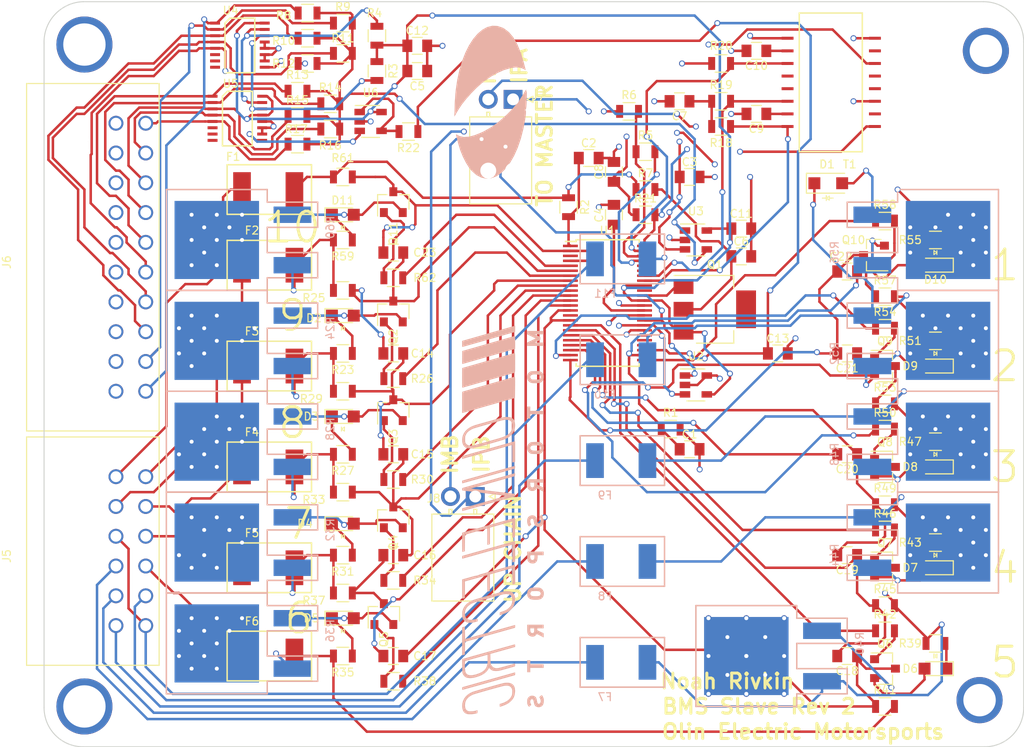
<source format=kicad_pcb>
(kicad_pcb (version 4) (host pcbnew 4.0.7-e2-6376~58~ubuntu14.04.1)
  (layers (0 F.Cu signal) (1 In1.Cu signal hide) (2 In2.Cu signal) (31 B.Cu signal) (34 B.Paste user) (35 F.Paste user) (36 B.SilkS user) (37 F.SilkS user) (38 B.Mask user) (39 F.Mask user) (44 Edge.Cuts user))
  (net 0 "")
  (net 1 /Balance1/SENSE_BELOW)
  (net 2 GND)
  (net 3 "Net-(C2-Pad1)")
  (net 4 "Net-(C3-Pad1)")
  (net 5 "Net-(C4-Pad1)")
  (net 6 /VREG)
  (net 7 "Net-(C6-Pad1)")
  (net 8 "Net-(C7-Pad1)")
  (net 9 "Net-(C8-Pad1)")
  (net 10 "Net-(C9-Pad1)")
  (net 11 "Net-(C10-Pad1)")
  (net 12 /GPIO1)
  (net 13 /Balance9/CELL_SENSE)
  (net 14 /Balance8/CELL_SENSE)
  (net 15 /Balance7/CELL_SENSE)
  (net 16 /Balance6/CELL_SENSE)
  (net 17 /Balance5/CELL_SENSE)
  (net 18 /Balance4/CELL_SENSE)
  (net 19 /Balance3/CELL_SENSE)
  (net 20 /Control3)
  (net 21 /Balance2/CELL_SENSE)
  (net 22 /Balance1/CELL_SENSE)
  (net 23 /Balance10/CELL_SENSE)
  (net 24 /Balance2/V_BELOW)
  (net 25 "Net-(D2-Pad2)")
  (net 26 "Net-(D2-Pad1)")
  (net 27 "Net-(D3-Pad2)")
  (net 28 "Net-(D3-Pad1)")
  (net 29 "Net-(D4-Pad2)")
  (net 30 "Net-(D4-Pad1)")
  (net 31 "Net-(D5-Pad2)")
  (net 32 "Net-(D5-Pad1)")
  (net 33 "Net-(D6-Pad2)")
  (net 34 "Net-(D6-Pad1)")
  (net 35 "Net-(D7-Pad2)")
  (net 36 "Net-(D7-Pad1)")
  (net 37 "Net-(D8-Pad2)")
  (net 38 "Net-(D8-Pad1)")
  (net 39 "Net-(D9-Pad2)")
  (net 40 "Net-(D9-Pad1)")
  (net 41 "Net-(D10-Pad2)")
  (net 42 "Net-(D10-Pad1)")
  (net 43 "Net-(D11-Pad2)")
  (net 44 "Net-(D11-Pad1)")
  (net 45 /Balance10/V_CELL)
  (net 46 /Balance10/V_BELOW)
  (net 47 /Balance9/V_BELOW)
  (net 48 /Balance8/V_BELOW)
  (net 49 /Balance7/V_BELOW)
  (net 50 /Balance6/V_BELOW)
  (net 51 /Balance5/V_BELOW)
  (net 52 /Balance4/V_BELOW)
  (net 53 /Balance3/V_BELOW)
  (net 54 /CELL_TEMP1)
  (net 55 /CELL_TEMP2)
  (net 56 /CELL_TEMP3)
  (net 57 /CELL_TEMP5)
  (net 58 /CELL_TEMP6)
  (net 59 /CELL_TEMP7)
  (net 60 /CELL_TEMP8)
  (net 61 /CELL_TEMP9)
  (net 62 /CELL_TEMP10)
  (net 63 "Net-(J7-Pad1)")
  (net 64 "Net-(J7-Pad2)")
  (net 65 "Net-(J8-Pad1)")
  (net 66 "Net-(J8-Pad2)")
  (net 67 "Net-(Q1-Pad1)")
  (net 68 "Net-(Q2-Pad1)")
  (net 69 "Net-(Q3-Pad1)")
  (net 70 "Net-(Q4-Pad1)")
  (net 71 "Net-(Q5-Pad1)")
  (net 72 "Net-(Q6-Pad1)")
  (net 73 "Net-(Q7-Pad1)")
  (net 74 "Net-(Q8-Pad1)")
  (net 75 "Net-(Q9-Pad1)")
  (net 76 "Net-(Q10-Pad1)")
  (net 77 "Net-(Q11-Pad1)")
  (net 78 /SDA)
  (net 79 /SCL)
  (net 80 "Net-(R5-Pad1)")
  (net 81 "Net-(R5-Pad2)")
  (net 82 /VREF2)
  (net 83 /CELL_TEMP4)
  (net 84 "Net-(R18-Pad1)")
  (net 85 "Net-(R19-Pad2)")
  (net 86 "Net-(R20-Pad1)")
  (net 87 "Net-(R21-Pad2)")
  (net 88 "Net-(R22-Pad2)")
  (net 89 "Net-(R24-Pad1)")
  (net 90 /Control9)
  (net 91 "Net-(R28-Pad1)")
  (net 92 /Control8)
  (net 93 "Net-(R32-Pad1)")
  (net 94 /Control7)
  (net 95 "Net-(R36-Pad1)")
  (net 96 /Control6)
  (net 97 "Net-(R40-Pad1)")
  (net 98 /Control5)
  (net 99 "Net-(R44-Pad1)")
  (net 100 /Control4)
  (net 101 "Net-(R48-Pad1)")
  (net 102 "Net-(R52-Pad1)")
  (net 103 /Control2)
  (net 104 "Net-(R56-Pad1)")
  (net 105 /Control1)
  (net 106 "Net-(R60-Pad1)")
  (net 107 /Control10)
  (net 108 "Net-(T1-Pad2)")
  (net 109 "Net-(T1-Pad7)")
  (net 110 "Net-(U1-Pad3)")
  (net 111 "Net-(U1-Pad15)")
  (net 112 "Net-(U1-Pad28)")
  (net 113 "Net-(U1-Pad29)")
  (net 114 "Net-(U1-Pad39)")
  (net 115 "Net-(U1-Pad43)")
  (net 116 "Net-(U1-Pad44)")
  (net 117 "Net-(U4-Pad8)")
  (net 118 "Net-(U4-Pad9)")
  (net 119 "Net-(U4-Pad7)")
  (net 120 "Net-(U4-Pad6)")
  (net 121 "Net-(U5-Pad8)")
  (net 122 "Net-(U5-Pad7)")
  (net 123 "Net-(U5-Pad6)")
  (net 124 /Cell10)
  (net 125 /Cell9)
  (net 126 /Cell8)
  (net 127 /Cell7)
  (net 128 /Cell6)
  (net 129 /Cell5)
  (net 130 /Cell4)
  (net 131 /Cell3)
  (net 132 /Cell2)
  (net 133 /Cell1)
  (net 134 /LowSide)
  (module footprints:SOT-23F (layer F.Cu) (at 156.21 134.62)
    (fp_text reference Q6 (at 0 -2.5) (layer F.SilkS) (effects (font (size 0.8 0.8) (thickness 0.12))))
    (fp_text value NMOS_GSD_30V hide)
    (pad 1 smd rect (at -1.05 -0.95) (size 0.9 0.8) (layers F.Cu F.Paste F.Mask) (net 72 "Net-(Q6-Pad1)"))
    (pad 2 smd rect (at -1.05 0.95) (size 0.9 0.8) (layers F.Cu F.Paste F.Mask) (net 33 "Net-(D6-Pad2)"))
    (pad 3 smd rect (at 1.05 0) (size 0.9 0.8) (layers F.Cu F.Paste F.Mask) (net 17 /Balance5/CELL_SENSE))
  )
  (module footprints:DTO25 (layer B.Cu) (at 88.9 91.44 270)
    (fp_text reference R60 (at -1.27 -11.43 270) (layer B.SilkS) (effects (font (size 0.8 0.8) (thickness 0.12)) (justify mirror)))
    (fp_text value DTO25 hide)
    (pad 1 smd rect (at 0 0 270) (size 7.87 8.51) (layers B.Cu B.Paste B.Mask) (net 106 "Net-(R60-Pad1)"))
    (pad 2 smd rect (at 2.54 -7.625 270) (size 1.65 3.81) (layers B.Cu B.Paste B.Mask) (net 46 /Balance10/V_BELOW))
    (pad 3 smd rect (at -2.54 -7.625 270) (size 1.65 3.81) (layers B.Cu B.Paste B.Mask) (net 43 "Net-(D11-Pad2)"))
  )
  (module footprints:Molex_Microfit3_Header_02x10_Angled_OEM (layer F.Cu) (at 78.74 106.68 270)
    (fp_text reference J6 (at -13 11 270) (layer F.SilkS) (effects (font (size 0.8 0.8) (thickness 0.12))))
    (fp_text value MicroFit_20 hide)
    (pad 11 thru_hole circle (at 0 -3 270) (size 1.5 1.5) (drill 1.1) (layers *.Cu *.Mask) (net 54 /CELL_TEMP1))
    (pad 1 thru_hole circle (at 0 0 270) (size 1.5 1.5) (drill 1.1) (layers *.Cu *.Mask) (net 2 GND))
    (pad 2 thru_hole circle (at -3 0 270) (size 1.5 1.5) (drill 1.1) (layers *.Cu *.Mask) (net 2 GND))
    (pad 12 thru_hole circle (at -3 -3 270) (size 1.5 1.5) (drill 1.1) (layers *.Cu *.Mask) (net 55 /CELL_TEMP2))
    (pad 13 thru_hole circle (at -6 -3 270) (size 1.5 1.5) (drill 1.1) (layers *.Cu *.Mask) (net 56 /CELL_TEMP3))
    (pad 3 thru_hole circle (at -6 0 270) (size 1.5 1.5) (drill 1.1) (layers *.Cu *.Mask) (net 2 GND))
    (pad 4 thru_hole circle (at -9 0 270) (size 1.5 1.5) (drill 1.1) (layers *.Cu *.Mask) (net 2 GND))
    (pad 14 thru_hole circle (at -9 -3 270) (size 1.5 1.5) (drill 1.1) (layers *.Cu *.Mask) (net 83 /CELL_TEMP4))
    (pad 15 thru_hole circle (at -12 -3 270) (size 1.5 1.5) (drill 1.1) (layers *.Cu *.Mask) (net 57 /CELL_TEMP5))
    (pad 5 thru_hole circle (at -12 0 270) (size 1.5 1.5) (drill 1.1) (layers *.Cu *.Mask) (net 2 GND))
    (pad 6 thru_hole circle (at -15 0 270) (size 1.5 1.5) (drill 1.1) (layers *.Cu *.Mask) (net 2 GND))
    (pad 16 thru_hole circle (at -15 -3 270) (size 1.5 1.5) (drill 1.1) (layers *.Cu *.Mask) (net 58 /CELL_TEMP6))
    (pad "" np_thru_hole circle (at -1.6 4.32 270) (size 3.1 3.1) (drill 3.1) (layers *.Cu *.Mask))
    (pad 17 thru_hole circle (at -18 -3 270) (size 1.5 1.5) (drill 1.1) (layers *.Cu *.Mask) (net 59 /CELL_TEMP7))
    (pad 7 thru_hole circle (at -18 0 270) (size 1.5 1.5) (drill 1.1) (layers *.Cu *.Mask) (net 2 GND))
    (pad 8 thru_hole circle (at -21 0 270) (size 1.5 1.5) (drill 1.1) (layers *.Cu *.Mask) (net 2 GND))
    (pad 18 thru_hole circle (at -21 -3 270) (size 1.5 1.5) (drill 1.1) (layers *.Cu *.Mask) (net 60 /CELL_TEMP8))
    (pad 19 thru_hole circle (at -24 -3 270) (size 1.5 1.5) (drill 1.1) (layers *.Cu *.Mask) (net 61 /CELL_TEMP9))
    (pad 9 thru_hole circle (at -24 0 270) (size 1.5 1.5) (drill 1.1) (layers *.Cu *.Mask) (net 2 GND))
    (pad 20 thru_hole circle (at -27 -3 270) (size 1.5 1.5) (drill 1.1) (layers *.Cu *.Mask) (net 62 /CELL_TEMP10))
    (pad 10 thru_hole circle (at -27 0 270) (size 1.5 1.5) (drill 1.1) (layers *.Cu *.Mask) (net 2 GND))
    (pad "" np_thru_hole circle (at -24.8 4.32 270) (size 3.1 3.1) (drill 3.1) (layers *.Cu *.Mask))
  )
  (module footprints:Microfit3_Header_02x06_Angled_OEM (layer F.Cu) (at 78.74 130.285 270)
    (fp_text reference J5 (at -7 11 270) (layer F.SilkS) (effects (font (size 0.8 0.8) (thickness 0.12))))
    (fp_text value MicroFit_12 hide)
    (pad 7 thru_hole circle (at 0 -3 270) (size 1.5 1.5) (drill 1.1) (layers *.Cu *.Mask) (net 134 /LowSide))
    (pad 1 thru_hole circle (at 0 0 270) (size 1.5 1.5) (drill 1.1) (layers *.Cu *.Mask) (net 132 /Cell2))
    (pad 2 thru_hole circle (at -3 0 270) (size 1.5 1.5) (drill 1.1) (layers *.Cu *.Mask) (net 131 /Cell3))
    (pad 8 thru_hole circle (at -3 -3 270) (size 1.5 1.5) (drill 1.1) (layers *.Cu *.Mask) (net 133 /Cell1))
    (pad "" np_thru_hole circle (at -2.1 4.32 270) (size 3.1 3.1) (drill 3.1) (layers *.Cu *.Mask))
    (pad 9 thru_hole circle (at -6 -3 270) (size 1.5 1.5) (drill 1.1) (layers *.Cu *.Mask) (net 129 /Cell5))
    (pad 3 thru_hole circle (at -6 0 270) (size 1.5 1.5) (drill 1.1) (layers *.Cu *.Mask) (net 130 /Cell4))
    (pad 4 thru_hole circle (at -9 0 270) (size 1.5 1.5) (drill 1.1) (layers *.Cu *.Mask) (net 134 /LowSide))
    (pad 10 thru_hole circle (at -9 -3 270) (size 1.5 1.5) (drill 1.1) (layers *.Cu *.Mask) (net 128 /Cell6))
    (pad 11 thru_hole circle (at -12 -3 270) (size 1.5 1.5) (drill 1.1) (layers *.Cu *.Mask) (net 127 /Cell7))
    (pad 5 thru_hole circle (at -12 0 270) (size 1.5 1.5) (drill 1.1) (layers *.Cu *.Mask) (net 126 /Cell8))
    (pad 12 thru_hole circle (at -15 -3 270) (size 1.5 1.5) (drill 1.1) (layers *.Cu *.Mask) (net 125 /Cell9))
    (pad 6 thru_hole circle (at -15 0 270) (size 1.5 1.5) (drill 1.1) (layers *.Cu *.Mask) (net 124 /Cell10))
    (pad "" np_thru_hole circle (at -12.8 4.32 270) (size 3.1 3.1) (drill 3.1) (layers *.Cu *.Mask))
  )
  (module footprints:C_0805_OEM (layer F.Cu) (at 143.256 78.74 180)
    (fp_text reference C9 (at 0 -1.5 180) (layer F.SilkS) (effects (font (size 0.8 0.8) (thickness 0.12))))
    (fp_text value 10nF hide)
    (pad 1 smd rect (at -1 0 180) (size 1 1.25) (layers F.Cu F.Paste F.Mask) (net 10 "Net-(C9-Pad1)"))
    (pad 2 smd rect (at 1 0 180) (size 1 1.25) (layers F.Cu F.Paste F.Mask) (net 2 GND))
  )
  (module footprints:C_0805_OEM (layer F.Cu) (at 143.256 72.39 180)
    (fp_text reference C10 (at 0 -1.5 180) (layer F.SilkS) (effects (font (size 0.8 0.8) (thickness 0.12))))
    (fp_text value 10nF hide)
    (pad 1 smd rect (at -1 0 180) (size 1 1.25) (layers F.Cu F.Paste F.Mask) (net 11 "Net-(C10-Pad1)"))
    (pad 2 smd rect (at 1 0 180) (size 1 1.25) (layers F.Cu F.Paste F.Mask) (net 2 GND))
  )
  (module footprints:Molex_NanoFit_1x02x2.50mm_Angled_OEM (layer F.Cu) (at 118.745 77.275 180)
    (fp_text reference J7 (at -2.54 0.313 180) (layer F.SilkS) (effects (font (size 0.8 0.8) (thickness 0.12))))
    (fp_text value NanoFit_2 hide)
    (pad 1 thru_hole rect (at 0 0 180) (size 1.9 1.9) (drill 1.2) (layers *.Cu *.Mask) (net 63 "Net-(J7-Pad1)"))
    (pad 2 thru_hole circle (at 2.5 0 180) (size 1.9 1.9) (drill 1.2) (layers *.Cu *.Mask) (net 64 "Net-(J7-Pad2)"))
    (pad "" np_thru_hole circle (at 0 -7.18 180) (size 1.6 1.6) (drill 1.6) (layers *.Cu *.Mask))
    (pad "" np_thru_hole circle (at 2.5 -7.18 180) (size 1.6 1.6) (drill 1.6) (layers *.Cu *.Mask))
  )
  (module footprints:Molex_NanoFit_1x02x2.50mm_Angled_OEM (layer F.Cu) (at 114.935 117.28 180)
    (fp_text reference J8 (at 4.191 -0.195 180) (layer F.SilkS) (effects (font (size 0.8 0.8) (thickness 0.12))))
    (fp_text value NanoFit_2 hide)
    (pad 1 thru_hole rect (at 0 0 180) (size 1.9 1.9) (drill 1.2) (layers *.Cu *.Mask) (net 65 "Net-(J8-Pad1)"))
    (pad 2 thru_hole circle (at 2.5 0 180) (size 1.9 1.9) (drill 1.2) (layers *.Cu *.Mask) (net 66 "Net-(J8-Pad2)"))
    (pad "" np_thru_hole circle (at 0 -7.18 180) (size 1.6 1.6) (drill 1.6) (layers *.Cu *.Mask))
    (pad "" np_thru_hole circle (at 2.5 -7.18 180) (size 1.6 1.6) (drill 1.6) (layers *.Cu *.Mask))
  )
  (module footprints:R_0805_OEM (layer F.Cu) (at 98.044 68.58)
    (fp_text reference R8 (at -2.413 0.254) (layer F.SilkS) (effects (font (size 0.8 0.8) (thickness 0.12))))
    (fp_text value R_10k hide)
    (pad 1 smd rect (at -0.95 0) (size 0.7 1.3) (layers F.Cu F.Paste F.Mask) (net 54 /CELL_TEMP1))
    (pad 2 smd rect (at 0.95 0) (size 0.7 1.3) (layers F.Cu F.Paste F.Mask) (net 82 /VREF2))
  )
  (module footprints:R_0805_OEM (layer F.Cu) (at 101.6 69.596)
    (fp_text reference R9 (at 0 -1.65) (layer F.SilkS) (effects (font (size 0.8 0.8) (thickness 0.12))))
    (fp_text value R_10k hide)
    (pad 1 smd rect (at -0.95 0) (size 0.7 1.3) (layers F.Cu F.Paste F.Mask) (net 55 /CELL_TEMP2))
    (pad 2 smd rect (at 0.95 0) (size 0.7 1.3) (layers F.Cu F.Paste F.Mask) (net 82 /VREF2))
  )
  (module footprints:R_0805_OEM (layer F.Cu) (at 98.044 71.12)
    (fp_text reference R10 (at -2.413 0.254) (layer F.SilkS) (effects (font (size 0.8 0.8) (thickness 0.12))))
    (fp_text value R_10k hide)
    (pad 1 smd rect (at -0.95 0) (size 0.7 1.3) (layers F.Cu F.Paste F.Mask) (net 56 /CELL_TEMP3))
    (pad 2 smd rect (at 0.95 0) (size 0.7 1.3) (layers F.Cu F.Paste F.Mask) (net 82 /VREF2))
  )
  (module footprints:R_0805_OEM (layer F.Cu) (at 101.6 72.644)
    (fp_text reference R11 (at 0 -1.524) (layer F.SilkS) (effects (font (size 0.8 0.8) (thickness 0.12))))
    (fp_text value R_10k hide)
    (pad 1 smd rect (at -0.95 0) (size 0.7 1.3) (layers F.Cu F.Paste F.Mask) (net 83 /CELL_TEMP4))
    (pad 2 smd rect (at 0.95 0) (size 0.7 1.3) (layers F.Cu F.Paste F.Mask) (net 82 /VREF2))
  )
  (module footprints:R_0805_OEM (layer F.Cu) (at 98.044 73.66)
    (fp_text reference R12 (at -2.413 0) (layer F.SilkS) (effects (font (size 0.8 0.8) (thickness 0.12))))
    (fp_text value R_10k hide)
    (pad 1 smd rect (at -0.95 0) (size 0.7 1.3) (layers F.Cu F.Paste F.Mask) (net 57 /CELL_TEMP5))
    (pad 2 smd rect (at 0.95 0) (size 0.7 1.3) (layers F.Cu F.Paste F.Mask) (net 82 /VREF2))
  )
  (module footprints:R_0805_OEM (layer F.Cu) (at 97.028 76.454)
    (fp_text reference R13 (at 0 -1.65) (layer F.SilkS) (effects (font (size 0.8 0.8) (thickness 0.12))))
    (fp_text value R_10k hide)
    (pad 1 smd rect (at -0.95 0) (size 0.7 1.3) (layers F.Cu F.Paste F.Mask) (net 58 /CELL_TEMP6))
    (pad 2 smd rect (at 0.95 0) (size 0.7 1.3) (layers F.Cu F.Paste F.Mask) (net 82 /VREF2))
  )
  (module footprints:R_0805_OEM (layer F.Cu) (at 100.33 77.724)
    (fp_text reference R14 (at 0 -1.65) (layer F.SilkS) (effects (font (size 0.8 0.8) (thickness 0.12))))
    (fp_text value R_10k hide)
    (pad 1 smd rect (at -0.95 0) (size 0.7 1.3) (layers F.Cu F.Paste F.Mask) (net 59 /CELL_TEMP7))
    (pad 2 smd rect (at 0.95 0) (size 0.7 1.3) (layers F.Cu F.Paste F.Mask) (net 82 /VREF2))
  )
  (module footprints:R_0805_OEM (layer F.Cu) (at 97.028 78.994)
    (fp_text reference R15 (at 0 -1.65) (layer F.SilkS) (effects (font (size 0.8 0.8) (thickness 0.12))))
    (fp_text value R_10k hide)
    (pad 1 smd rect (at -0.95 0) (size 0.7 1.3) (layers F.Cu F.Paste F.Mask) (net 60 /CELL_TEMP8))
    (pad 2 smd rect (at 0.95 0) (size 0.7 1.3) (layers F.Cu F.Paste F.Mask) (net 82 /VREF2))
  )
  (module footprints:R_0805_OEM (layer F.Cu) (at 100.33 80.264)
    (fp_text reference R16 (at 0 1.651) (layer F.SilkS) (effects (font (size 0.8 0.8) (thickness 0.12))))
    (fp_text value R_10k hide)
    (pad 1 smd rect (at -0.95 0) (size 0.7 1.3) (layers F.Cu F.Paste F.Mask) (net 61 /CELL_TEMP9))
    (pad 2 smd rect (at 0.95 0) (size 0.7 1.3) (layers F.Cu F.Paste F.Mask) (net 82 /VREF2))
  )
  (module footprints:R_0805_OEM (layer F.Cu) (at 97.028 81.788)
    (fp_text reference R17 (at -0.127 -1.524) (layer F.SilkS) (effects (font (size 0.8 0.8) (thickness 0.12))))
    (fp_text value R_10k hide)
    (pad 1 smd rect (at -0.95 0) (size 0.7 1.3) (layers F.Cu F.Paste F.Mask) (net 62 /CELL_TEMP10))
    (pad 2 smd rect (at 0.95 0) (size 0.7 1.3) (layers F.Cu F.Paste F.Mask) (net 82 /VREF2))
  )
  (module footprints:R_0805_OEM (layer F.Cu) (at 108.204 80.518 180)
    (fp_text reference R22 (at 0 -1.65 180) (layer F.SilkS) (effects (font (size 0.8 0.8) (thickness 0.12))))
    (fp_text value R_100 hide)
    (pad 1 smd rect (at -0.95 0 180) (size 0.7 1.3) (layers F.Cu F.Paste F.Mask) (net 12 /GPIO1))
    (pad 2 smd rect (at 0.95 0 180) (size 0.7 1.3) (layers F.Cu F.Paste F.Mask) (net 88 "Net-(R22-Pad2)"))
  )
  (module footprints:SSOP-16_LTC1380 (layer F.Cu) (at 93.726 69.596 270)
    (fp_text reference U4 (at -1.27 3.429 360) (layer F.SilkS) (effects (font (size 0.8 0.8) (thickness 0.12))))
    (fp_text value LTC1380 hide)
    (pad 8 smd rect (at 4.445 5 270) (size 0.3 1) (layers F.Cu F.Paste F.Mask) (net 117 "Net-(U4-Pad8)"))
    (pad 16 smd rect (at 0 0 270) (size 0.3 1) (layers F.Cu F.Paste F.Mask) (net 6 /VREG))
    (pad 15 smd rect (at 0.635 0 270) (size 0.3 1) (layers F.Cu F.Paste F.Mask) (net 79 /SCL))
    (pad 14 smd rect (at 1.27 0 270) (size 0.3 1) (layers F.Cu F.Paste F.Mask) (net 78 /SDA))
    (pad 13 smd rect (at 1.905 0 270) (size 0.3 1) (layers F.Cu F.Paste F.Mask) (net 2 GND))
    (pad 12 smd rect (at 2.54 0 270) (size 0.3 1) (layers F.Cu F.Paste F.Mask) (net 2 GND))
    (pad 11 smd rect (at 3.175 0 270) (size 0.3 1) (layers F.Cu F.Paste F.Mask) (net 2 GND))
    (pad 10 smd rect (at 3.81 0 270) (size 0.3 1) (layers F.Cu F.Paste F.Mask) (net 2 GND))
    (pad 9 smd rect (at 4.445 0 270) (size 0.3 1) (layers F.Cu F.Paste F.Mask) (net 118 "Net-(U4-Pad9)"))
    (pad 7 smd rect (at 3.81 5 270) (size 0.3 1) (layers F.Cu F.Paste F.Mask) (net 119 "Net-(U4-Pad7)"))
    (pad 6 smd rect (at 3.175 5 270) (size 0.3 1) (layers F.Cu F.Paste F.Mask) (net 120 "Net-(U4-Pad6)"))
    (pad 5 smd rect (at 2.54 5 270) (size 0.3 1) (layers F.Cu F.Paste F.Mask) (net 57 /CELL_TEMP5))
    (pad 4 smd rect (at 1.905 5 270) (size 0.3 1) (layers F.Cu F.Paste F.Mask) (net 83 /CELL_TEMP4))
    (pad 3 smd rect (at 1.27 5 270) (size 0.3 1) (layers F.Cu F.Paste F.Mask) (net 56 /CELL_TEMP3))
    (pad 2 smd rect (at 0.635 5 270) (size 0.3 1) (layers F.Cu F.Paste F.Mask) (net 55 /CELL_TEMP2))
    (pad 1 smd rect (at 0 5 270) (size 0.3 1) (layers F.Cu F.Paste F.Mask) (net 54 /CELL_TEMP1))
  )
  (module footprints:SSOP-16_LTC1380 (layer F.Cu) (at 93.472 76.962 270)
    (fp_text reference U5 (at -1.27 3.175 360) (layer F.SilkS) (effects (font (size 0.8 0.8) (thickness 0.12))))
    (fp_text value LTC1380 hide)
    (pad 8 smd rect (at 4.445 5 270) (size 0.3 1) (layers F.Cu F.Paste F.Mask) (net 121 "Net-(U5-Pad8)"))
    (pad 16 smd rect (at 0 0 270) (size 0.3 1) (layers F.Cu F.Paste F.Mask) (net 6 /VREG))
    (pad 15 smd rect (at 0.635 0 270) (size 0.3 1) (layers F.Cu F.Paste F.Mask) (net 79 /SCL))
    (pad 14 smd rect (at 1.27 0 270) (size 0.3 1) (layers F.Cu F.Paste F.Mask) (net 78 /SDA))
    (pad 13 smd rect (at 1.905 0 270) (size 0.3 1) (layers F.Cu F.Paste F.Mask) (net 6 /VREG))
    (pad 12 smd rect (at 2.54 0 270) (size 0.3 1) (layers F.Cu F.Paste F.Mask) (net 2 GND))
    (pad 11 smd rect (at 3.175 0 270) (size 0.3 1) (layers F.Cu F.Paste F.Mask) (net 2 GND))
    (pad 10 smd rect (at 3.81 0 270) (size 0.3 1) (layers F.Cu F.Paste F.Mask) (net 2 GND))
    (pad 9 smd rect (at 4.445 0 270) (size 0.3 1) (layers F.Cu F.Paste F.Mask) (net 118 "Net-(U4-Pad9)"))
    (pad 7 smd rect (at 3.81 5 270) (size 0.3 1) (layers F.Cu F.Paste F.Mask) (net 122 "Net-(U5-Pad7)"))
    (pad 6 smd rect (at 3.175 5 270) (size 0.3 1) (layers F.Cu F.Paste F.Mask) (net 123 "Net-(U5-Pad6)"))
    (pad 5 smd rect (at 2.54 5 270) (size 0.3 1) (layers F.Cu F.Paste F.Mask) (net 62 /CELL_TEMP10))
    (pad 4 smd rect (at 1.905 5 270) (size 0.3 1) (layers F.Cu F.Paste F.Mask) (net 61 /CELL_TEMP9))
    (pad 3 smd rect (at 1.27 5 270) (size 0.3 1) (layers F.Cu F.Paste F.Mask) (net 60 /CELL_TEMP8))
    (pad 2 smd rect (at 0.635 5 270) (size 0.3 1) (layers F.Cu F.Paste F.Mask) (net 59 /CELL_TEMP7))
    (pad 1 smd rect (at 0 5 270) (size 0.3 1) (layers F.Cu F.Paste F.Mask) (net 58 /CELL_TEMP6))
  )
  (module footprints:SOT-23-5_OEM (layer F.Cu) (at 104.394 79.502)
    (fp_text reference U6 (at 0 -2.9) (layer F.SilkS) (effects (font (size 0.8 0.8) (thickness 0.12))))
    (fp_text value MCP6001 hide)
    (pad 1 smd rect (at -1.1 -0.95) (size 1.06 0.65) (layers F.Cu F.Paste F.Mask) (net 88 "Net-(R22-Pad2)"))
    (pad 2 smd rect (at -1.1 0) (size 1.06 0.65) (layers F.Cu F.Paste F.Mask) (net 2 GND))
    (pad 3 smd rect (at -1.1 0.95) (size 1.06 0.65) (layers F.Cu F.Paste F.Mask) (net 118 "Net-(U4-Pad9)"))
    (pad 4 smd rect (at 1.1 0.95) (size 1.06 0.65) (layers F.Cu F.Paste F.Mask) (net 88 "Net-(R22-Pad2)"))
    (pad 5 smd rect (at 1.1 -0.95) (size 1.06 0.65) (layers F.Cu F.Paste F.Mask) (net 6 /VREG))
  )
  (module footprints:7490100111A (layer F.Cu) (at 155.194 80.01 180)
    (fp_text reference T1 (at 2.54 -3.81 180) (layer F.SilkS) (effects (font (size 0.8 0.8) (thickness 0.12))))
    (fp_text value T_LAN_7490100111A hide)
    (pad 9 smd rect (at 8.8 8.89 180) (size 1.2 0.3) (layers F.Cu F.Paste F.Mask) (net 87 "Net-(R21-Pad2)"))
    (pad 1 smd rect (at 0 0 180) (size 1.2 0.3) (layers F.Cu F.Paste F.Mask) (net 64 "Net-(J7-Pad2)"))
    (pad 2 smd rect (at 0 1.27 180) (size 1.2 0.3) (layers F.Cu F.Paste F.Mask) (net 108 "Net-(T1-Pad2)"))
    (pad 3 smd rect (at 0 2.54 180) (size 1.2 0.3) (layers F.Cu F.Paste F.Mask) (net 63 "Net-(J7-Pad1)"))
    (pad 4 smd rect (at 0 3.81 180) (size 1.2 0.3) (layers F.Cu F.Paste F.Mask))
    (pad 5 smd rect (at 0 5.08 180) (size 1.2 0.3) (layers F.Cu F.Paste F.Mask))
    (pad 6 smd rect (at 0 6.35 180) (size 1.2 0.3) (layers F.Cu F.Paste F.Mask) (net 66 "Net-(J8-Pad2)"))
    (pad 7 smd rect (at 0 7.62 180) (size 1.2 0.3) (layers F.Cu F.Paste F.Mask) (net 109 "Net-(T1-Pad7)"))
    (pad 8 smd rect (at 0 8.89 180) (size 1.2 0.3) (layers F.Cu F.Paste F.Mask) (net 65 "Net-(J8-Pad1)"))
    (pad 10 smd rect (at 8.8 7.62 180) (size 1.2 0.3) (layers F.Cu F.Paste F.Mask) (net 11 "Net-(C10-Pad1)"))
    (pad 11 smd rect (at 8.8 6.35 180) (size 1.2 0.3) (layers F.Cu F.Paste F.Mask) (net 86 "Net-(R20-Pad1)"))
    (pad 12 smd rect (at 8.8 5.08 180) (size 1.2 0.3) (layers F.Cu F.Paste F.Mask))
    (pad 13 smd rect (at 8.8 3.81 180) (size 1.2 0.3) (layers F.Cu F.Paste F.Mask))
    (pad 14 smd rect (at 8.8 2.54 180) (size 1.2 0.3) (layers F.Cu F.Paste F.Mask) (net 85 "Net-(R19-Pad2)"))
    (pad 15 smd rect (at 8.8 1.27 180) (size 1.2 0.3) (layers F.Cu F.Paste F.Mask) (net 10 "Net-(C9-Pad1)"))
    (pad 16 smd rect (at 8.8 0 180) (size 1.2 0.3) (layers F.Cu F.Paste F.Mask) (net 84 "Net-(R18-Pad1)"))
  )
  (module footprints:C_0805_OEM (layer F.Cu) (at 136.525 112.522)
    (fp_text reference C1 (at 0 -1.5) (layer F.SilkS) (effects (font (size 0.8 0.8) (thickness 0.12))))
    (fp_text value 10nF hide)
    (pad 1 smd rect (at -1 0) (size 1 1.25) (layers F.Cu F.Paste F.Mask) (net 1 /Balance1/SENSE_BELOW))
    (pad 2 smd rect (at 1 0) (size 1 1.25) (layers F.Cu F.Paste F.Mask) (net 2 GND))
  )
  (module footprints:C_0805_OEM (layer F.Cu) (at 126.365 83.185)
    (fp_text reference C2 (at 0 -1.5) (layer F.SilkS) (effects (font (size 0.8 0.8) (thickness 0.12))))
    (fp_text value C_0.1uF hide)
    (pad 1 smd rect (at -1 0) (size 1 1.25) (layers F.Cu F.Paste F.Mask) (net 3 "Net-(C2-Pad1)"))
    (pad 2 smd rect (at 1 0) (size 1 1.25) (layers F.Cu F.Paste F.Mask) (net 2 GND))
  )
  (module footprints:C_0805_OEM (layer F.Cu) (at 136.525 85.09)
    (fp_text reference C3 (at 0 -1.5) (layer F.SilkS) (effects (font (size 0.8 0.8) (thickness 0.12))))
    (fp_text value 1uF hide)
    (pad 1 smd rect (at -1 0) (size 1 1.25) (layers F.Cu F.Paste F.Mask) (net 4 "Net-(C3-Pad1)"))
    (pad 2 smd rect (at 1 0) (size 1 1.25) (layers F.Cu F.Paste F.Mask) (net 2 GND))
  )
  (module footprints:C_0805_OEM (layer F.Cu) (at 128.905 88.9 90)
    (fp_text reference C4 (at 0 -1.5 90) (layer F.SilkS) (effects (font (size 0.8 0.8) (thickness 0.12))))
    (fp_text value 1uF hide)
    (pad 1 smd rect (at -1 0 90) (size 1 1.25) (layers F.Cu F.Paste F.Mask) (net 5 "Net-(C4-Pad1)"))
    (pad 2 smd rect (at 1 0 90) (size 1 1.25) (layers F.Cu F.Paste F.Mask) (net 2 GND))
  )
  (module footprints:C_0805_OEM (layer F.Cu) (at 109.093 74.422)
    (fp_text reference C5 (at 0 1.524) (layer F.SilkS) (effects (font (size 0.8 0.8) (thickness 0.12))))
    (fp_text value 1uF hide)
    (pad 1 smd rect (at -1 0) (size 1 1.25) (layers F.Cu F.Paste F.Mask) (net 6 /VREG))
    (pad 2 smd rect (at 1 0) (size 1 1.25) (layers F.Cu F.Paste F.Mask) (net 2 GND))
  )
  (module footprints:C_0805_OEM (layer F.Cu) (at 141.732 93.091)
    (fp_text reference C6 (at 0 -1.5) (layer F.SilkS) (effects (font (size 0.8 0.8) (thickness 0.12))))
    (fp_text value C_0.1uF hide)
    (pad 1 smd rect (at -1 0) (size 1 1.25) (layers F.Cu F.Paste F.Mask) (net 7 "Net-(C6-Pad1)"))
    (pad 2 smd rect (at 1 0) (size 1 1.25) (layers F.Cu F.Paste F.Mask) (net 2 GND))
  )
  (module footprints:C_0805_OEM (layer F.Cu) (at 135.509 77.47 180)
    (fp_text reference C7 (at 0 -1.5 180) (layer F.SilkS) (effects (font (size 0.8 0.8) (thickness 0.12))))
    (fp_text value 10nF hide)
    (pad 1 smd rect (at -1 0 180) (size 1 1.25) (layers F.Cu F.Paste F.Mask) (net 8 "Net-(C7-Pad1)"))
    (pad 2 smd rect (at 1 0 180) (size 1 1.25) (layers F.Cu F.Paste F.Mask) (net 2 GND))
  )
  (module footprints:C_0805_OEM (layer F.Cu) (at 128.905 84.582 90)
    (fp_text reference C8 (at 0 -1.5 90) (layer F.SilkS) (effects (font (size 0.8 0.8) (thickness 0.12))))
    (fp_text value 10nF hide)
    (pad 1 smd rect (at -1 0 90) (size 1 1.25) (layers F.Cu F.Paste F.Mask) (net 9 "Net-(C8-Pad1)"))
    (pad 2 smd rect (at 1 0 90) (size 1 1.25) (layers F.Cu F.Paste F.Mask) (net 2 GND))
  )
  (module footprints:C_0805_OEM (layer F.Cu) (at 141.732 90.297)
    (fp_text reference C11 (at 0 -1.5) (layer F.SilkS) (effects (font (size 0.8 0.8) (thickness 0.12))))
    (fp_text value 1uF hide)
    (pad 1 smd rect (at -1 0) (size 1 1.25) (layers F.Cu F.Paste F.Mask) (net 6 /VREG))
    (pad 2 smd rect (at 1 0) (size 1 1.25) (layers F.Cu F.Paste F.Mask) (net 2 GND))
  )
  (module footprints:C_0805_OEM (layer F.Cu) (at 109.093 71.882)
    (fp_text reference C12 (at 0 -1.524) (layer F.SilkS) (effects (font (size 0.8 0.8) (thickness 0.12))))
    (fp_text value 1uF hide)
    (pad 1 smd rect (at -1 0) (size 1 1.25) (layers F.Cu F.Paste F.Mask) (net 6 /VREG))
    (pad 2 smd rect (at 1 0) (size 1 1.25) (layers F.Cu F.Paste F.Mask) (net 2 GND))
  )
  (module footprints:C_0805_OEM (layer F.Cu) (at 145.415 102.87)
    (fp_text reference C13 (at 0 -1.5) (layer F.SilkS) (effects (font (size 0.8 0.8) (thickness 0.12))))
    (fp_text value 10nF hide)
    (pad 1 smd rect (at -1 0) (size 1 1.25) (layers F.Cu F.Paste F.Mask) (net 12 /GPIO1))
    (pad 2 smd rect (at 1 0) (size 1 1.25) (layers F.Cu F.Paste F.Mask) (net 2 GND))
  )
  (module footprints:C_0805_OEM (layer F.Cu) (at 106.68 102.87)
    (fp_text reference C14 (at 2.921 0) (layer F.SilkS) (effects (font (size 0.8 0.8) (thickness 0.12))))
    (fp_text value 10nF hide)
    (pad 1 smd rect (at -1 0) (size 1 1.25) (layers F.Cu F.Paste F.Mask) (net 13 /Balance9/CELL_SENSE))
    (pad 2 smd rect (at 1 0) (size 1 1.25) (layers F.Cu F.Paste F.Mask) (net 14 /Balance8/CELL_SENSE))
  )
  (module footprints:C_0805_OEM (layer F.Cu) (at 106.68 113.03)
    (fp_text reference C15 (at 2.921 0) (layer F.SilkS) (effects (font (size 0.8 0.8) (thickness 0.12))))
    (fp_text value 10nF hide)
    (pad 1 smd rect (at -1 0) (size 1 1.25) (layers F.Cu F.Paste F.Mask) (net 14 /Balance8/CELL_SENSE))
    (pad 2 smd rect (at 1 0) (size 1 1.25) (layers F.Cu F.Paste F.Mask) (net 15 /Balance7/CELL_SENSE))
  )
  (module footprints:C_0805_OEM (layer F.Cu) (at 106.68 123.19 180)
    (fp_text reference C16 (at -3.175 0 180) (layer F.SilkS) (effects (font (size 0.8 0.8) (thickness 0.12))))
    (fp_text value 10nF hide)
    (pad 1 smd rect (at -1 0 180) (size 1 1.25) (layers F.Cu F.Paste F.Mask) (net 15 /Balance7/CELL_SENSE))
    (pad 2 smd rect (at 1 0 180) (size 1 1.25) (layers F.Cu F.Paste F.Mask) (net 16 /Balance6/CELL_SENSE))
  )
  (module footprints:C_0805_OEM (layer F.Cu) (at 106.68 133.35)
    (fp_text reference C17 (at 3.175 0) (layer F.SilkS) (effects (font (size 0.8 0.8) (thickness 0.12))))
    (fp_text value 10nF hide)
    (pad 1 smd rect (at -1 0) (size 1 1.25) (layers F.Cu F.Paste F.Mask) (net 16 /Balance6/CELL_SENSE))
    (pad 2 smd rect (at 1 0) (size 1 1.25) (layers F.Cu F.Paste F.Mask) (net 17 /Balance5/CELL_SENSE))
  )
  (module footprints:C_0805_OEM (layer F.Cu) (at 152.4 133.35 180)
    (fp_text reference C18 (at 0 -1.5 180) (layer F.SilkS) (effects (font (size 0.8 0.8) (thickness 0.12))))
    (fp_text value 10nF hide)
    (pad 1 smd rect (at -1 0 180) (size 1 1.25) (layers F.Cu F.Paste F.Mask) (net 17 /Balance5/CELL_SENSE))
    (pad 2 smd rect (at 1 0 180) (size 1 1.25) (layers F.Cu F.Paste F.Mask) (net 18 /Balance4/CELL_SENSE))
  )
  (module footprints:C_0805_OEM (layer F.Cu) (at 152.4 123.19 180)
    (fp_text reference C19 (at 0 -1.5 180) (layer F.SilkS) (effects (font (size 0.8 0.8) (thickness 0.12))))
    (fp_text value 10nF hide)
    (pad 1 smd rect (at -1 0 180) (size 1 1.25) (layers F.Cu F.Paste F.Mask) (net 18 /Balance4/CELL_SENSE))
    (pad 2 smd rect (at 1 0 180) (size 1 1.25) (layers F.Cu F.Paste F.Mask) (net 19 /Balance3/CELL_SENSE))
  )
  (module footprints:C_0805_OEM (layer F.Cu) (at 152.4 113.03 180)
    (fp_text reference C20 (at 0 -1.5 180) (layer F.SilkS) (effects (font (size 0.8 0.8) (thickness 0.12))))
    (fp_text value 10nF hide)
    (pad 1 smd rect (at -1 0 180) (size 1 1.25) (layers F.Cu F.Paste F.Mask) (net 19 /Balance3/CELL_SENSE))
    (pad 2 smd rect (at 1 0 180) (size 1 1.25) (layers F.Cu F.Paste F.Mask) (net 20 /Control3))
  )
  (module footprints:C_0805_OEM (layer F.Cu) (at 152.4 102.87 180)
    (fp_text reference C21 (at 0 -1.5 180) (layer F.SilkS) (effects (font (size 0.8 0.8) (thickness 0.12))))
    (fp_text value 10nF hide)
    (pad 1 smd rect (at -1 0 180) (size 1 1.25) (layers F.Cu F.Paste F.Mask) (net 21 /Balance2/CELL_SENSE))
    (pad 2 smd rect (at 1 0 180) (size 1 1.25) (layers F.Cu F.Paste F.Mask) (net 22 /Balance1/CELL_SENSE))
  )
  (module footprints:C_0805_OEM (layer F.Cu) (at 152.4 94.615)
    (fp_text reference C22 (at -0.635 -1.5) (layer F.SilkS) (effects (font (size 0.8 0.8) (thickness 0.12))))
    (fp_text value 10nF hide)
    (pad 1 smd rect (at -1 0) (size 1 1.25) (layers F.Cu F.Paste F.Mask) (net 22 /Balance1/CELL_SENSE))
    (pad 2 smd rect (at 1 0) (size 1 1.25) (layers F.Cu F.Paste F.Mask) (net 1 /Balance1/SENSE_BELOW))
  )
  (module footprints:C_0805_OEM (layer F.Cu) (at 106.68 92.71)
    (fp_text reference C23 (at 3.175 0) (layer F.SilkS) (effects (font (size 0.8 0.8) (thickness 0.12))))
    (fp_text value 10nF hide)
    (pad 1 smd rect (at -1 0) (size 1 1.25) (layers F.Cu F.Paste F.Mask) (net 23 /Balance10/CELL_SENSE))
    (pad 2 smd rect (at 1 0) (size 1 1.25) (layers F.Cu F.Paste F.Mask) (net 13 /Balance9/CELL_SENSE))
  )
  (module footprints:D_SOD-123W_OEM (layer F.Cu) (at 150.495 85.725)
    (fp_text reference D1 (at -0.127 -1.905) (layer F.SilkS) (effects (font (size 0.8 0.8) (thickness 0.12))))
    (fp_text value D_Schottky_SOD123 hide)
    (pad 1 smd rect (at -1.4 0) (size 1.2 1.2) (layers F.Cu F.Paste F.Mask) (net 24 /Balance2/V_BELOW))
    (pad 2 smd rect (at 1.4 0) (size 1.2 1.2) (layers F.Cu F.Paste F.Mask) (net 2 GND))
  )
  (module footprints:LED_0805_OEM (layer F.Cu) (at 101.6 99.06)
    (fp_text reference D2 (at -2.921 0.254) (layer F.SilkS) (effects (font (size 0.8 0.8) (thickness 0.12))))
    (fp_text value LED_0805 hide)
    (pad 2 smd rect (at 1.1 0 180) (size 1.2 1.2) (layers F.Cu F.Paste F.Mask) (net 25 "Net-(D2-Pad2)"))
    (pad 1 smd rect (at -1.1 0 180) (size 1.2 1.2) (layers F.Cu F.Paste F.Mask) (net 26 "Net-(D2-Pad1)"))
  )
  (module footprints:LED_0805_OEM (layer F.Cu) (at 101.6 109.22)
    (fp_text reference D3 (at -3.175 0) (layer F.SilkS) (effects (font (size 0.8 0.8) (thickness 0.12))))
    (fp_text value LED_0805 hide)
    (pad 2 smd rect (at 1.1 0 180) (size 1.2 1.2) (layers F.Cu F.Paste F.Mask) (net 27 "Net-(D3-Pad2)"))
    (pad 1 smd rect (at -1.1 0 180) (size 1.2 1.2) (layers F.Cu F.Paste F.Mask) (net 28 "Net-(D3-Pad1)"))
  )
  (module footprints:LED_0805_OEM (layer F.Cu) (at 101.6 120.015)
    (fp_text reference D4 (at -3.81 0) (layer F.SilkS) (effects (font (size 0.8 0.8) (thickness 0.12))))
    (fp_text value LED_0805 hide)
    (pad 2 smd rect (at 1.1 0 180) (size 1.2 1.2) (layers F.Cu F.Paste F.Mask) (net 29 "Net-(D4-Pad2)"))
    (pad 1 smd rect (at -1.1 0 180) (size 1.2 1.2) (layers F.Cu F.Paste F.Mask) (net 30 "Net-(D4-Pad1)"))
  )
  (module footprints:LED_0805_OEM (layer F.Cu) (at 101.6 129.54)
    (fp_text reference D5 (at -3.175 0) (layer F.SilkS) (effects (font (size 0.8 0.8) (thickness 0.12))))
    (fp_text value LED_0805 hide)
    (pad 2 smd rect (at 1.1 0 180) (size 1.2 1.2) (layers F.Cu F.Paste F.Mask) (net 31 "Net-(D5-Pad2)"))
    (pad 1 smd rect (at -1.1 0 180) (size 1.2 1.2) (layers F.Cu F.Paste F.Mask) (net 32 "Net-(D5-Pad1)"))
  )
  (module footprints:LED_0805_OEM (layer F.Cu) (at 161.29 134.62 180)
    (fp_text reference D6 (at 2.54 0 180) (layer F.SilkS) (effects (font (size 0.8 0.8) (thickness 0.12))))
    (fp_text value LED_0805 hide)
    (pad 2 smd rect (at 1.1 0) (size 1.2 1.2) (layers F.Cu F.Paste F.Mask) (net 33 "Net-(D6-Pad2)"))
    (pad 1 smd rect (at -1.1 0) (size 1.2 1.2) (layers F.Cu F.Paste F.Mask) (net 34 "Net-(D6-Pad1)"))
  )
  (module footprints:LED_0805_OEM (layer F.Cu) (at 161.29 124.46 180)
    (fp_text reference D7 (at 2.54 0 180) (layer F.SilkS) (effects (font (size 0.8 0.8) (thickness 0.12))))
    (fp_text value LED_0805 hide)
    (pad 2 smd rect (at 1.1 0) (size 1.2 1.2) (layers F.Cu F.Paste F.Mask) (net 35 "Net-(D7-Pad2)"))
    (pad 1 smd rect (at -1.1 0) (size 1.2 1.2) (layers F.Cu F.Paste F.Mask) (net 36 "Net-(D7-Pad1)"))
  )
  (module footprints:LED_0805_OEM (layer F.Cu) (at 161.29 114.3 180)
    (fp_text reference D8 (at 2.54 0 180) (layer F.SilkS) (effects (font (size 0.8 0.8) (thickness 0.12))))
    (fp_text value LED_0805 hide)
    (pad 2 smd rect (at 1.1 0) (size 1.2 1.2) (layers F.Cu F.Paste F.Mask) (net 37 "Net-(D8-Pad2)"))
    (pad 1 smd rect (at -1.1 0) (size 1.2 1.2) (layers F.Cu F.Paste F.Mask) (net 38 "Net-(D8-Pad1)"))
  )
  (module footprints:LED_0805_OEM (layer F.Cu) (at 161.29 104.14 180)
    (fp_text reference D9 (at 2.54 0 180) (layer F.SilkS) (effects (font (size 0.8 0.8) (thickness 0.12))))
    (fp_text value LED_0805 hide)
    (pad 2 smd rect (at 1.1 0) (size 1.2 1.2) (layers F.Cu F.Paste F.Mask) (net 39 "Net-(D9-Pad2)"))
    (pad 1 smd rect (at -1.1 0) (size 1.2 1.2) (layers F.Cu F.Paste F.Mask) (net 40 "Net-(D9-Pad1)"))
  )
  (module footprints:LED_0805_OEM (layer F.Cu) (at 161.29 93.98 180)
    (fp_text reference D10 (at 0 -1.45 180) (layer F.SilkS) (effects (font (size 0.8 0.8) (thickness 0.12))))
    (fp_text value LED_0805 hide)
    (pad 2 smd rect (at 1.1 0) (size 1.2 1.2) (layers F.Cu F.Paste F.Mask) (net 41 "Net-(D10-Pad2)"))
    (pad 1 smd rect (at -1.1 0) (size 1.2 1.2) (layers F.Cu F.Paste F.Mask) (net 42 "Net-(D10-Pad1)"))
  )
  (module footprints:LED_0805_OEM (layer F.Cu) (at 101.6 88.9)
    (fp_text reference D11 (at 0 -1.45) (layer F.SilkS) (effects (font (size 0.8 0.8) (thickness 0.12))))
    (fp_text value LED_0805 hide)
    (pad 2 smd rect (at 1.1 0 180) (size 1.2 1.2) (layers F.Cu F.Paste F.Mask) (net 43 "Net-(D11-Pad2)"))
    (pad 1 smd rect (at -1.1 0 180) (size 1.2 1.2) (layers F.Cu F.Paste F.Mask) (net 44 "Net-(D11-Pad1)"))
  )
  (module footprints:Fuse_1812 (layer F.Cu) (at 91.44 86.36)
    (fp_text reference F1 (at -0.889 -3.302) (layer F.SilkS) (effects (font (size 0.8 0.8) (thickness 0.12))))
    (fp_text value 200mA_Fuse hide)
    (pad 2 smd rect (at 5.28 0) (size 1.78 3.5) (layers F.Cu F.Paste F.Mask) (net 45 /Balance10/V_CELL))
    (pad 1 smd rect (at 0 0) (size 1.78 3.5) (layers F.Cu F.Paste F.Mask) (net 124 /Cell10))
  )
  (module footprints:Fuse_1812 (layer F.Cu) (at 91.44 93.98)
    (fp_text reference F2 (at 1 -3.5) (layer F.SilkS) (effects (font (size 0.8 0.8) (thickness 0.12))))
    (fp_text value 200mA_Fuse hide)
    (pad 2 smd rect (at 5.28 0) (size 1.78 3.5) (layers F.Cu F.Paste F.Mask) (net 46 /Balance10/V_BELOW))
    (pad 1 smd rect (at 0 0) (size 1.78 3.5) (layers F.Cu F.Paste F.Mask) (net 125 /Cell9))
  )
  (module footprints:Fuse_1812 (layer F.Cu) (at 91.44 104.14)
    (fp_text reference F3 (at 1 -3.5) (layer F.SilkS) (effects (font (size 0.8 0.8) (thickness 0.12))))
    (fp_text value 200mA_Fuse hide)
    (pad 2 smd rect (at 5.28 0) (size 1.78 3.5) (layers F.Cu F.Paste F.Mask) (net 47 /Balance9/V_BELOW))
    (pad 1 smd rect (at 0 0) (size 1.78 3.5) (layers F.Cu F.Paste F.Mask) (net 126 /Cell8))
  )
  (module footprints:Fuse_1812 (layer F.Cu) (at 91.44 114.3)
    (fp_text reference F4 (at 1 -3.5) (layer F.SilkS) (effects (font (size 0.8 0.8) (thickness 0.12))))
    (fp_text value 200mA_Fuse hide)
    (pad 2 smd rect (at 5.28 0) (size 1.78 3.5) (layers F.Cu F.Paste F.Mask) (net 48 /Balance8/V_BELOW))
    (pad 1 smd rect (at 0 0) (size 1.78 3.5) (layers F.Cu F.Paste F.Mask) (net 127 /Cell7))
  )
  (module footprints:Fuse_1812 (layer F.Cu) (at 91.44 124.46)
    (fp_text reference F5 (at 1 -3.5) (layer F.SilkS) (effects (font (size 0.8 0.8) (thickness 0.12))))
    (fp_text value 200mA_Fuse hide)
    (pad 2 smd rect (at 5.28 0) (size 1.78 3.5) (layers F.Cu F.Paste F.Mask) (net 49 /Balance7/V_BELOW))
    (pad 1 smd rect (at 0 0) (size 1.78 3.5) (layers F.Cu F.Paste F.Mask) (net 128 /Cell6))
  )
  (module footprints:Fuse_1812 (layer F.Cu) (at 91.44 133.35)
    (fp_text reference F6 (at 1 -3.5) (layer F.SilkS) (effects (font (size 0.8 0.8) (thickness 0.12))))
    (fp_text value 200mA_Fuse hide)
    (pad 2 smd rect (at 5.28 0) (size 1.78 3.5) (layers F.Cu F.Paste F.Mask) (net 50 /Balance6/V_BELOW))
    (pad 1 smd rect (at 0 0) (size 1.78 3.5) (layers F.Cu F.Paste F.Mask) (net 129 /Cell5))
  )
  (module footprints:Fuse_1812 (layer B.Cu) (at 127 133.985)
    (fp_text reference F7 (at 1 3.5) (layer B.SilkS) (effects (font (size 0.8 0.8) (thickness 0.12)) (justify mirror)))
    (fp_text value 200mA_Fuse hide)
    (pad 2 smd rect (at 5.28 0) (size 1.78 3.5) (layers B.Cu B.Paste B.Mask) (net 51 /Balance5/V_BELOW))
    (pad 1 smd rect (at 0 0) (size 1.78 3.5) (layers B.Cu B.Paste B.Mask) (net 130 /Cell4))
  )
  (module footprints:Fuse_1812 (layer B.Cu) (at 127 123.825)
    (fp_text reference F8 (at 1 3.5) (layer B.SilkS) (effects (font (size 0.8 0.8) (thickness 0.12)) (justify mirror)))
    (fp_text value 200mA_Fuse hide)
    (pad 2 smd rect (at 5.28 0) (size 1.78 3.5) (layers B.Cu B.Paste B.Mask) (net 52 /Balance4/V_BELOW))
    (pad 1 smd rect (at 0 0) (size 1.78 3.5) (layers B.Cu B.Paste B.Mask) (net 131 /Cell3))
  )
  (module footprints:Fuse_1812 (layer B.Cu) (at 127 113.665)
    (fp_text reference F9 (at 1 3.5) (layer B.SilkS) (effects (font (size 0.8 0.8) (thickness 0.12)) (justify mirror)))
    (fp_text value 200mA_Fuse hide)
    (pad 2 smd rect (at 5.28 0) (size 1.78 3.5) (layers B.Cu B.Paste B.Mask) (net 53 /Balance3/V_BELOW))
    (pad 1 smd rect (at 0 0) (size 1.78 3.5) (layers B.Cu B.Paste B.Mask) (net 132 /Cell2))
  )
  (module footprints:Fuse_1812 (layer B.Cu) (at 127 103.505)
    (fp_text reference F10 (at 1 3.5) (layer B.SilkS) (effects (font (size 0.8 0.8) (thickness 0.12)) (justify mirror)))
    (fp_text value 200mA_Fuse hide)
    (pad 2 smd rect (at 5.28 0) (size 1.78 3.5) (layers B.Cu B.Paste B.Mask) (net 24 /Balance2/V_BELOW))
    (pad 1 smd rect (at 0 0) (size 1.78 3.5) (layers B.Cu B.Paste B.Mask) (net 133 /Cell1))
  )
  (module footprints:Fuse_1812 (layer B.Cu) (at 127 93.345)
    (fp_text reference F11 (at 1 3.5) (layer B.SilkS) (effects (font (size 0.8 0.8) (thickness 0.12)) (justify mirror)))
    (fp_text value 200mA_Fuse hide)
    (pad 2 smd rect (at 5.28 0) (size 1.78 3.5) (layers B.Cu B.Paste B.Mask) (net 2 GND))
    (pad 1 smd rect (at 0 0) (size 1.78 3.5) (layers B.Cu B.Paste B.Mask) (net 134 /LowSide))
  )
  (module footprints:SOT-223 (layer F.Cu) (at 139.065 98.425)
    (fp_text reference Q1 (at 0 -4.5) (layer F.SilkS) (effects (font (size 0.8 0.8) (thickness 0.12))))
    (fp_text value Q_NPN_BCE)
    (pad 4 smd rect (at 3.15 0) (size 2 3.8) (layers F.Cu F.Paste F.Mask))
    (pad 2 smd rect (at -3.15 0) (size 2 1.5) (layers F.Cu F.Paste F.Mask) (net 7 "Net-(C6-Pad1)"))
    (pad 3 smd rect (at -3.15 2.3) (size 2 1.5) (layers F.Cu F.Paste F.Mask) (net 6 /VREG))
    (pad 1 smd rect (at -3.15 -2.3) (size 2 1.5) (layers F.Cu F.Paste F.Mask) (net 67 "Net-(Q1-Pad1)"))
  )
  (module footprints:SOT-23F (layer F.Cu) (at 106.68 98.645 90)
    (fp_text reference Q2 (at -2.54 0 90) (layer F.SilkS) (effects (font (size 0.8 0.8) (thickness 0.12))))
    (fp_text value NMOS_GSD_30V hide)
    (pad 1 smd rect (at -1.05 -0.95 90) (size 0.9 0.8) (layers F.Cu F.Paste F.Mask) (net 68 "Net-(Q2-Pad1)"))
    (pad 2 smd rect (at -1.05 0.95 90) (size 0.9 0.8) (layers F.Cu F.Paste F.Mask) (net 25 "Net-(D2-Pad2)"))
    (pad 3 smd rect (at 1.05 0 90) (size 0.9 0.8) (layers F.Cu F.Paste F.Mask) (net 13 /Balance9/CELL_SENSE))
  )
  (module footprints:SOT-23F (layer F.Cu) (at 106.68 108.585 90)
    (fp_text reference Q3 (at -2.667 0 90) (layer F.SilkS) (effects (font (size 0.8 0.8) (thickness 0.12))))
    (fp_text value NMOS_GSD_30V hide)
    (pad 1 smd rect (at -1.05 -0.95 90) (size 0.9 0.8) (layers F.Cu F.Paste F.Mask) (net 69 "Net-(Q3-Pad1)"))
    (pad 2 smd rect (at -1.05 0.95 90) (size 0.9 0.8) (layers F.Cu F.Paste F.Mask) (net 27 "Net-(D3-Pad2)"))
    (pad 3 smd rect (at 1.05 0 90) (size 0.9 0.8) (layers F.Cu F.Paste F.Mask) (net 14 /Balance8/CELL_SENSE))
  )
  (module footprints:SOT-23F (layer F.Cu) (at 106.68 119.38 90)
    (fp_text reference Q4 (at -2.54 0 90) (layer F.SilkS) (effects (font (size 0.8 0.8) (thickness 0.12))))
    (fp_text value NMOS_GSD_30V hide)
    (pad 1 smd rect (at -1.05 -0.95 90) (size 0.9 0.8) (layers F.Cu F.Paste F.Mask) (net 70 "Net-(Q4-Pad1)"))
    (pad 2 smd rect (at -1.05 0.95 90) (size 0.9 0.8) (layers F.Cu F.Paste F.Mask) (net 29 "Net-(D4-Pad2)"))
    (pad 3 smd rect (at 1.05 0 90) (size 0.9 0.8) (layers F.Cu F.Paste F.Mask) (net 15 /Balance7/CELL_SENSE))
  )
  (module footprints:SOT-23F (layer F.Cu) (at 105.73 129.125 90)
    (fp_text reference Q5 (at -2.54 0 90) (layer F.SilkS) (effects (font (size 0.8 0.8) (thickness 0.12))))
    (fp_text value NMOS_GSD_30V hide)
    (pad 1 smd rect (at -1.05 -0.95 90) (size 0.9 0.8) (layers F.Cu F.Paste F.Mask) (net 71 "Net-(Q5-Pad1)"))
    (pad 2 smd rect (at -1.05 0.95 90) (size 0.9 0.8) (layers F.Cu F.Paste F.Mask) (net 31 "Net-(D5-Pad2)"))
    (pad 3 smd rect (at 1.05 0 90) (size 0.9 0.8) (layers F.Cu F.Paste F.Mask) (net 16 /Balance6/CELL_SENSE))
  )
  (module footprints:SOT-23F (layer F.Cu) (at 156.21 124.46)
    (fp_text reference Q7 (at 0 -2.5) (layer F.SilkS) (effects (font (size 0.8 0.8) (thickness 0.12))))
    (fp_text value NMOS_GSD_30V hide)
    (pad 1 smd rect (at -1.05 -0.95) (size 0.9 0.8) (layers F.Cu F.Paste F.Mask) (net 73 "Net-(Q7-Pad1)"))
    (pad 2 smd rect (at -1.05 0.95) (size 0.9 0.8) (layers F.Cu F.Paste F.Mask) (net 35 "Net-(D7-Pad2)"))
    (pad 3 smd rect (at 1.05 0) (size 0.9 0.8) (layers F.Cu F.Paste F.Mask) (net 18 /Balance4/CELL_SENSE))
  )
  (module footprints:SOT-23F (layer F.Cu) (at 156.21 114.3)
    (fp_text reference Q8 (at 0 -2.5) (layer F.SilkS) (effects (font (size 0.8 0.8) (thickness 0.12))))
    (fp_text value NMOS_GSD_30V hide)
    (pad 1 smd rect (at -1.05 -0.95) (size 0.9 0.8) (layers F.Cu F.Paste F.Mask) (net 74 "Net-(Q8-Pad1)"))
    (pad 2 smd rect (at -1.05 0.95) (size 0.9 0.8) (layers F.Cu F.Paste F.Mask) (net 37 "Net-(D8-Pad2)"))
    (pad 3 smd rect (at 1.05 0) (size 0.9 0.8) (layers F.Cu F.Paste F.Mask) (net 19 /Balance3/CELL_SENSE))
  )
  (module footprints:SOT-23F (layer F.Cu) (at 156.21 104.14)
    (fp_text reference Q9 (at 0 -2.5) (layer F.SilkS) (effects (font (size 0.8 0.8) (thickness 0.12))))
    (fp_text value NMOS_GSD_30V hide)
    (pad 1 smd rect (at -1.05 -0.95) (size 0.9 0.8) (layers F.Cu F.Paste F.Mask) (net 75 "Net-(Q9-Pad1)"))
    (pad 2 smd rect (at -1.05 0.95) (size 0.9 0.8) (layers F.Cu F.Paste F.Mask) (net 39 "Net-(D9-Pad2)"))
    (pad 3 smd rect (at 1.05 0) (size 0.9 0.8) (layers F.Cu F.Paste F.Mask) (net 21 /Balance2/CELL_SENSE))
  )
  (module footprints:SOT-23F (layer F.Cu) (at 155.101 92.964 180)
    (fp_text reference Q10 (at 2.066 1.524 180) (layer F.SilkS) (effects (font (size 0.8 0.8) (thickness 0.12))))
    (fp_text value NMOS_GSD_30V hide)
    (pad 1 smd rect (at -1.05 -0.95 180) (size 0.9 0.8) (layers F.Cu F.Paste F.Mask) (net 76 "Net-(Q10-Pad1)"))
    (pad 2 smd rect (at -1.05 0.95 180) (size 0.9 0.8) (layers F.Cu F.Paste F.Mask) (net 41 "Net-(D10-Pad2)"))
    (pad 3 smd rect (at 1.05 0 180) (size 0.9 0.8) (layers F.Cu F.Paste F.Mask) (net 22 /Balance1/CELL_SENSE))
  )
  (module footprints:SOT-23F (layer F.Cu) (at 106.68 87.63 90)
    (fp_text reference Q11 (at -3.175 0 90) (layer F.SilkS) (effects (font (size 0.8 0.8) (thickness 0.12))))
    (fp_text value NMOS_GSD_30V hide)
    (pad 1 smd rect (at -1.05 -0.95 90) (size 0.9 0.8) (layers F.Cu F.Paste F.Mask) (net 77 "Net-(Q11-Pad1)"))
    (pad 2 smd rect (at -1.05 0.95 90) (size 0.9 0.8) (layers F.Cu F.Paste F.Mask) (net 43 "Net-(D11-Pad2)"))
    (pad 3 smd rect (at 1.05 0 90) (size 0.9 0.8) (layers F.Cu F.Paste F.Mask) (net 23 /Balance10/CELL_SENSE))
  )
  (module footprints:R_0805_OEM (layer F.Cu) (at 134.62 110.49)
    (fp_text reference R1 (at 0 -1.65) (layer F.SilkS) (effects (font (size 0.8 0.8) (thickness 0.12))))
    (fp_text value R_100 hide)
    (pad 1 smd rect (at -0.95 0) (size 0.7 1.3) (layers F.Cu F.Paste F.Mask) (net 1 /Balance1/SENSE_BELOW))
    (pad 2 smd rect (at 0.95 0) (size 0.7 1.3) (layers F.Cu F.Paste F.Mask) (net 2 GND))
  )
  (module footprints:R_0805_OEM (layer F.Cu) (at 124.333 88.138 270)
    (fp_text reference R2 (at 0 -1.65 270) (layer F.SilkS) (effects (font (size 0.8 0.8) (thickness 0.12))))
    (fp_text value R_100 hide)
    (pad 1 smd rect (at -0.95 0 270) (size 0.7 1.3) (layers F.Cu F.Paste F.Mask) (net 45 /Balance10/V_CELL))
    (pad 2 smd rect (at 0.95 0 270) (size 0.7 1.3) (layers F.Cu F.Paste F.Mask) (net 3 "Net-(C2-Pad1)"))
  )
  (module footprints:R_0805_OEM (layer F.Cu) (at 105.029 74.422 270)
    (fp_text reference R3 (at 0 -1.65 270) (layer F.SilkS) (effects (font (size 0.8 0.8) (thickness 0.12))))
    (fp_text value 4.99k hide)
    (pad 1 smd rect (at -0.95 0 270) (size 0.7 1.3) (layers F.Cu F.Paste F.Mask) (net 6 /VREG))
    (pad 2 smd rect (at 0.95 0 270) (size 0.7 1.3) (layers F.Cu F.Paste F.Mask) (net 78 /SDA))
  )
  (module footprints:R_0805_OEM (layer F.Cu) (at 105.029 70.866 90)
    (fp_text reference R4 (at 2.286 -0.254 180) (layer F.SilkS) (effects (font (size 0.8 0.8) (thickness 0.12))))
    (fp_text value 4.99k hide)
    (pad 1 smd rect (at -0.95 0 90) (size 0.7 1.3) (layers F.Cu F.Paste F.Mask) (net 6 /VREG))
    (pad 2 smd rect (at 0.95 0 90) (size 0.7 1.3) (layers F.Cu F.Paste F.Mask) (net 79 /SCL))
  )
  (module footprints:R_0805_OEM (layer F.Cu) (at 132.08 82.55)
    (fp_text reference R5 (at 0 -1.65) (layer F.SilkS) (effects (font (size 0.8 0.8) (thickness 0.12))))
    (fp_text value R_1k hide)
    (pad 1 smd rect (at -0.95 0) (size 0.7 1.3) (layers F.Cu F.Paste F.Mask) (net 80 "Net-(R5-Pad1)"))
    (pad 2 smd rect (at 0.95 0) (size 0.7 1.3) (layers F.Cu F.Paste F.Mask) (net 81 "Net-(R5-Pad2)"))
  )
  (module footprints:R_0805_OEM (layer F.Cu) (at 130.429 78.486)
    (fp_text reference R6 (at 0 -1.65) (layer F.SilkS) (effects (font (size 0.8 0.8) (thickness 0.12))))
    (fp_text value R_1k hide)
    (pad 1 smd rect (at -0.95 0) (size 0.7 1.3) (layers F.Cu F.Paste F.Mask) (net 2 GND))
    (pad 2 smd rect (at 0.95 0) (size 0.7 1.3) (layers F.Cu F.Paste F.Mask) (net 80 "Net-(R5-Pad1)"))
  )
  (module footprints:R_0805_OEM (layer F.Cu) (at 132.08 86.36)
    (fp_text reference R7 (at 0 -1.65) (layer F.SilkS) (effects (font (size 0.8 0.8) (thickness 0.12))))
    (fp_text value R_100 hide)
    (pad 1 smd rect (at -0.95 0) (size 0.7 1.3) (layers F.Cu F.Paste F.Mask) (net 45 /Balance10/V_CELL))
    (pad 2 smd rect (at 0.95 0) (size 0.7 1.3) (layers F.Cu F.Paste F.Mask) (net 7 "Net-(C6-Pad1)"))
  )
  (module footprints:R_0805_OEM (layer F.Cu) (at 139.7 80.01 180)
    (fp_text reference R18 (at 0 -1.65 180) (layer F.SilkS) (effects (font (size 0.8 0.8) (thickness 0.12))))
    (fp_text value 60.4 hide)
    (pad 1 smd rect (at -0.95 0 180) (size 0.7 1.3) (layers F.Cu F.Paste F.Mask) (net 84 "Net-(R18-Pad1)"))
    (pad 2 smd rect (at 0.95 0 180) (size 0.7 1.3) (layers F.Cu F.Paste F.Mask) (net 8 "Net-(C7-Pad1)"))
  )
  (module footprints:R_0805_OEM (layer F.Cu) (at 139.7 77.47)
    (fp_text reference R19 (at 0 -1.65) (layer F.SilkS) (effects (font (size 0.8 0.8) (thickness 0.12))))
    (fp_text value 60.4 hide)
    (pad 1 smd rect (at -0.95 0) (size 0.7 1.3) (layers F.Cu F.Paste F.Mask) (net 8 "Net-(C7-Pad1)"))
    (pad 2 smd rect (at 0.95 0) (size 0.7 1.3) (layers F.Cu F.Paste F.Mask) (net 85 "Net-(R19-Pad2)"))
  )
  (module footprints:R_0805_OEM (layer F.Cu) (at 139.7 73.66 180)
    (fp_text reference R20 (at 0 1.778 180) (layer F.SilkS) (effects (font (size 0.8 0.8) (thickness 0.12))))
    (fp_text value 60.4 hide)
    (pad 1 smd rect (at -0.95 0 180) (size 0.7 1.3) (layers F.Cu F.Paste F.Mask) (net 86 "Net-(R20-Pad1)"))
    (pad 2 smd rect (at 0.95 0 180) (size 0.7 1.3) (layers F.Cu F.Paste F.Mask) (net 9 "Net-(C8-Pad1)"))
  )
  (module footprints:R_0805_OEM (layer F.Cu) (at 132.08 88.9)
    (fp_text reference R21 (at 0 -1.65) (layer F.SilkS) (effects (font (size 0.8 0.8) (thickness 0.12))))
    (fp_text value 60.4 hide)
    (pad 1 smd rect (at -0.95 0) (size 0.7 1.3) (layers F.Cu F.Paste F.Mask) (net 9 "Net-(C8-Pad1)"))
    (pad 2 smd rect (at 0.95 0) (size 0.7 1.3) (layers F.Cu F.Paste F.Mask) (net 87 "Net-(R21-Pad2)"))
  )
  (module footprints:R_0805_OEM (layer F.Cu) (at 101.6 102.87 180)
    (fp_text reference R23 (at 0 -1.65 180) (layer F.SilkS) (effects (font (size 0.8 0.8) (thickness 0.12))))
    (fp_text value R_475 hide)
    (pad 1 smd rect (at -0.95 0 180) (size 0.7 1.3) (layers F.Cu F.Paste F.Mask) (net 26 "Net-(D2-Pad1)"))
    (pad 2 smd rect (at 0.95 0 180) (size 0.7 1.3) (layers F.Cu F.Paste F.Mask) (net 47 /Balance9/V_BELOW))
  )
  (module footprints:DTO25 (layer B.Cu) (at 88.9 101.6 270)
    (fp_text reference R24 (at -1.27 -11.43 270) (layer B.SilkS) (effects (font (size 0.8 0.8) (thickness 0.12)) (justify mirror)))
    (fp_text value DTO25 hide)
    (pad 1 smd rect (at 0 0 270) (size 7.87 8.51) (layers B.Cu B.Paste B.Mask) (net 89 "Net-(R24-Pad1)"))
    (pad 2 smd rect (at 2.54 -7.625 270) (size 1.65 3.81) (layers B.Cu B.Paste B.Mask) (net 47 /Balance9/V_BELOW))
    (pad 3 smd rect (at -2.54 -7.625 270) (size 1.65 3.81) (layers B.Cu B.Paste B.Mask) (net 25 "Net-(D2-Pad2)"))
  )
  (module footprints:R_0805_OEM (layer F.Cu) (at 101.6 96.52 180)
    (fp_text reference R25 (at 2.921 -0.762 180) (layer F.SilkS) (effects (font (size 0.8 0.8) (thickness 0.12))))
    (fp_text value R_100 hide)
    (pad 1 smd rect (at -0.95 0 180) (size 0.7 1.3) (layers F.Cu F.Paste F.Mask) (net 13 /Balance9/CELL_SENSE))
    (pad 2 smd rect (at 0.95 0 180) (size 0.7 1.3) (layers F.Cu F.Paste F.Mask) (net 46 /Balance10/V_BELOW))
  )
  (module footprints:R_0805_OEM (layer F.Cu) (at 106.68 105.41 180)
    (fp_text reference R26 (at -2.921 0 180) (layer F.SilkS) (effects (font (size 0.8 0.8) (thickness 0.12))))
    (fp_text value 3.3k hide)
    (pad 1 smd rect (at -0.95 0 180) (size 0.7 1.3) (layers F.Cu F.Paste F.Mask) (net 90 /Control9))
    (pad 2 smd rect (at 0.95 0 180) (size 0.7 1.3) (layers F.Cu F.Paste F.Mask) (net 68 "Net-(Q2-Pad1)"))
  )
  (module footprints:R_0805_OEM (layer F.Cu) (at 101.6 113.03 180)
    (fp_text reference R27 (at 0 -1.65 180) (layer F.SilkS) (effects (font (size 0.8 0.8) (thickness 0.12))))
    (fp_text value R_475 hide)
    (pad 1 smd rect (at -0.95 0 180) (size 0.7 1.3) (layers F.Cu F.Paste F.Mask) (net 28 "Net-(D3-Pad1)"))
    (pad 2 smd rect (at 0.95 0 180) (size 0.7 1.3) (layers F.Cu F.Paste F.Mask) (net 48 /Balance8/V_BELOW))
  )
  (module footprints:DTO25 (layer B.Cu) (at 88.9 111.76 270)
    (fp_text reference R28 (at -1.27 -11.43 270) (layer B.SilkS) (effects (font (size 0.8 0.8) (thickness 0.12)) (justify mirror)))
    (fp_text value DTO25 hide)
    (pad 1 smd rect (at 0 0 270) (size 7.87 8.51) (layers B.Cu B.Paste B.Mask) (net 91 "Net-(R28-Pad1)"))
    (pad 2 smd rect (at 2.54 -7.625 270) (size 1.65 3.81) (layers B.Cu B.Paste B.Mask) (net 48 /Balance8/V_BELOW))
    (pad 3 smd rect (at -2.54 -7.625 270) (size 1.65 3.81) (layers B.Cu B.Paste B.Mask) (net 27 "Net-(D3-Pad2)"))
  )
  (module footprints:R_0805_OEM (layer F.Cu) (at 101.6 106.68 180)
    (fp_text reference R29 (at 3.175 -0.762 180) (layer F.SilkS) (effects (font (size 0.8 0.8) (thickness 0.12))))
    (fp_text value R_100 hide)
    (pad 1 smd rect (at -0.95 0 180) (size 0.7 1.3) (layers F.Cu F.Paste F.Mask) (net 14 /Balance8/CELL_SENSE))
    (pad 2 smd rect (at 0.95 0 180) (size 0.7 1.3) (layers F.Cu F.Paste F.Mask) (net 47 /Balance9/V_BELOW))
  )
  (module footprints:R_0805_OEM (layer F.Cu) (at 106.68 115.57 180)
    (fp_text reference R30 (at -2.921 0 180) (layer F.SilkS) (effects (font (size 0.8 0.8) (thickness 0.12))))
    (fp_text value 3.3k hide)
    (pad 1 smd rect (at -0.95 0 180) (size 0.7 1.3) (layers F.Cu F.Paste F.Mask) (net 92 /Control8))
    (pad 2 smd rect (at 0.95 0 180) (size 0.7 1.3) (layers F.Cu F.Paste F.Mask) (net 69 "Net-(Q3-Pad1)"))
  )
  (module footprints:R_0805_OEM (layer F.Cu) (at 101.6 123.19 180)
    (fp_text reference R31 (at 0 -1.65 180) (layer F.SilkS) (effects (font (size 0.8 0.8) (thickness 0.12))))
    (fp_text value R_475 hide)
    (pad 1 smd rect (at -0.95 0 180) (size 0.7 1.3) (layers F.Cu F.Paste F.Mask) (net 30 "Net-(D4-Pad1)"))
    (pad 2 smd rect (at 0.95 0 180) (size 0.7 1.3) (layers F.Cu F.Paste F.Mask) (net 49 /Balance7/V_BELOW))
  )
  (module footprints:DTO25 (layer B.Cu) (at 88.9 121.92 270)
    (fp_text reference R32 (at -1.27 -11.43 270) (layer B.SilkS) (effects (font (size 0.8 0.8) (thickness 0.12)) (justify mirror)))
    (fp_text value DTO25 hide)
    (pad 1 smd rect (at 0 0 270) (size 7.87 8.51) (layers B.Cu B.Paste B.Mask) (net 93 "Net-(R32-Pad1)"))
    (pad 2 smd rect (at 2.54 -7.625 270) (size 1.65 3.81) (layers B.Cu B.Paste B.Mask) (net 49 /Balance7/V_BELOW))
    (pad 3 smd rect (at -2.54 -7.625 270) (size 1.65 3.81) (layers B.Cu B.Paste B.Mask) (net 29 "Net-(D4-Pad2)"))
  )
  (module footprints:R_0805_OEM (layer F.Cu) (at 101.6 116.84 180)
    (fp_text reference R33 (at 2.921 -0.762 180) (layer F.SilkS) (effects (font (size 0.8 0.8) (thickness 0.12))))
    (fp_text value R_100 hide)
    (pad 1 smd rect (at -0.95 0 180) (size 0.7 1.3) (layers F.Cu F.Paste F.Mask) (net 15 /Balance7/CELL_SENSE))
    (pad 2 smd rect (at 0.95 0 180) (size 0.7 1.3) (layers F.Cu F.Paste F.Mask) (net 48 /Balance8/V_BELOW))
  )
  (module footprints:R_0805_OEM (layer F.Cu) (at 106.68 125.73 180)
    (fp_text reference R34 (at -3.175 0 180) (layer F.SilkS) (effects (font (size 0.8 0.8) (thickness 0.12))))
    (fp_text value 3.3k hide)
    (pad 1 smd rect (at -0.95 0 180) (size 0.7 1.3) (layers F.Cu F.Paste F.Mask) (net 94 /Control7))
    (pad 2 smd rect (at 0.95 0 180) (size 0.7 1.3) (layers F.Cu F.Paste F.Mask) (net 70 "Net-(Q4-Pad1)"))
  )
  (module footprints:R_0805_OEM (layer F.Cu) (at 101.6 133.35 180)
    (fp_text reference R35 (at 0 -1.65 180) (layer F.SilkS) (effects (font (size 0.8 0.8) (thickness 0.12))))
    (fp_text value R_475 hide)
    (pad 1 smd rect (at -0.95 0 180) (size 0.7 1.3) (layers F.Cu F.Paste F.Mask) (net 32 "Net-(D5-Pad1)"))
    (pad 2 smd rect (at 0.95 0 180) (size 0.7 1.3) (layers F.Cu F.Paste F.Mask) (net 50 /Balance6/V_BELOW))
  )
  (module footprints:DTO25 (layer B.Cu) (at 88.9 132.08 270)
    (fp_text reference R36 (at -1.27 -11.43 270) (layer B.SilkS) (effects (font (size 0.8 0.8) (thickness 0.12)) (justify mirror)))
    (fp_text value DTO25 hide)
    (pad 1 smd rect (at 0 0 270) (size 7.87 8.51) (layers B.Cu B.Paste B.Mask) (net 95 "Net-(R36-Pad1)"))
    (pad 2 smd rect (at 2.54 -7.625 270) (size 1.65 3.81) (layers B.Cu B.Paste B.Mask) (net 50 /Balance6/V_BELOW))
    (pad 3 smd rect (at -2.54 -7.625 270) (size 1.65 3.81) (layers B.Cu B.Paste B.Mask) (net 31 "Net-(D5-Pad2)"))
  )
  (module footprints:R_0805_OEM (layer F.Cu) (at 101.6 127 180)
    (fp_text reference R37 (at 2.921 -0.762 180) (layer F.SilkS) (effects (font (size 0.8 0.8) (thickness 0.12))))
    (fp_text value R_100 hide)
    (pad 1 smd rect (at -0.95 0 180) (size 0.7 1.3) (layers F.Cu F.Paste F.Mask) (net 16 /Balance6/CELL_SENSE))
    (pad 2 smd rect (at 0.95 0 180) (size 0.7 1.3) (layers F.Cu F.Paste F.Mask) (net 49 /Balance7/V_BELOW))
  )
  (module footprints:R_0805_OEM (layer F.Cu) (at 106.68 135.89 180)
    (fp_text reference R38 (at -3.175 0 180) (layer F.SilkS) (effects (font (size 0.8 0.8) (thickness 0.12))))
    (fp_text value 3.3k hide)
    (pad 1 smd rect (at -0.95 0 180) (size 0.7 1.3) (layers F.Cu F.Paste F.Mask) (net 96 /Control6))
    (pad 2 smd rect (at 0.95 0 180) (size 0.7 1.3) (layers F.Cu F.Paste F.Mask) (net 71 "Net-(Q5-Pad1)"))
  )
  (module footprints:R_0805_OEM (layer F.Cu) (at 161.29 132.08 180)
    (fp_text reference R39 (at 2.54 0 180) (layer F.SilkS) (effects (font (size 0.8 0.8) (thickness 0.12))))
    (fp_text value R_475 hide)
    (pad 1 smd rect (at -0.95 0 180) (size 0.7 1.3) (layers F.Cu F.Paste F.Mask) (net 34 "Net-(D6-Pad1)"))
    (pad 2 smd rect (at 0.95 0 180) (size 0.7 1.3) (layers F.Cu F.Paste F.Mask) (net 51 /Balance5/V_BELOW))
  )
  (module footprints:DTO25 (layer B.Cu) (at 142.24 133.35 270)
    (fp_text reference R40 (at -1.27 -11.43 270) (layer B.SilkS) (effects (font (size 0.8 0.8) (thickness 0.12)) (justify mirror)))
    (fp_text value DTO25 hide)
    (pad 1 smd rect (at 0 0 270) (size 7.87 8.51) (layers B.Cu B.Paste B.Mask) (net 97 "Net-(R40-Pad1)"))
    (pad 2 smd rect (at 2.54 -7.625 270) (size 1.65 3.81) (layers B.Cu B.Paste B.Mask) (net 51 /Balance5/V_BELOW))
    (pad 3 smd rect (at -2.54 -7.625 270) (size 1.65 3.81) (layers B.Cu B.Paste B.Mask) (net 33 "Net-(D6-Pad2)"))
  )
  (module footprints:R_0805_OEM (layer F.Cu) (at 156.21 138.43)
    (fp_text reference R41 (at 0 -1.65) (layer F.SilkS) (effects (font (size 0.8 0.8) (thickness 0.12))))
    (fp_text value R_100 hide)
    (pad 1 smd rect (at -0.95 0) (size 0.7 1.3) (layers F.Cu F.Paste F.Mask) (net 17 /Balance5/CELL_SENSE))
    (pad 2 smd rect (at 0.95 0) (size 0.7 1.3) (layers F.Cu F.Paste F.Mask) (net 50 /Balance6/V_BELOW))
  )
  (module footprints:R_0805_OEM (layer F.Cu) (at 156.21 130.81)
    (fp_text reference R42 (at 0 -1.65) (layer F.SilkS) (effects (font (size 0.8 0.8) (thickness 0.12))))
    (fp_text value 3.3k hide)
    (pad 1 smd rect (at -0.95 0) (size 0.7 1.3) (layers F.Cu F.Paste F.Mask) (net 98 /Control5))
    (pad 2 smd rect (at 0.95 0) (size 0.7 1.3) (layers F.Cu F.Paste F.Mask) (net 72 "Net-(Q6-Pad1)"))
  )
  (module footprints:R_0805_OEM (layer F.Cu) (at 161.29 121.92 180)
    (fp_text reference R43 (at 2.54 0 180) (layer F.SilkS) (effects (font (size 0.8 0.8) (thickness 0.12))))
    (fp_text value R_475 hide)
    (pad 1 smd rect (at -0.95 0 180) (size 0.7 1.3) (layers F.Cu F.Paste F.Mask) (net 36 "Net-(D7-Pad1)"))
    (pad 2 smd rect (at 0.95 0 180) (size 0.7 1.3) (layers F.Cu F.Paste F.Mask) (net 52 /Balance4/V_BELOW))
  )
  (module footprints:DTO25 (layer B.Cu) (at 162.56 121.92 90)
    (fp_text reference R44 (at -1.27 -11.43 90) (layer B.SilkS) (effects (font (size 0.8 0.8) (thickness 0.12)) (justify mirror)))
    (fp_text value DTO25 hide)
    (pad 1 smd rect (at 0 0 90) (size 7.87 8.51) (layers B.Cu B.Paste B.Mask) (net 99 "Net-(R44-Pad1)"))
    (pad 2 smd rect (at 2.54 -7.625 90) (size 1.65 3.81) (layers B.Cu B.Paste B.Mask) (net 52 /Balance4/V_BELOW))
    (pad 3 smd rect (at -2.54 -7.625 90) (size 1.65 3.81) (layers B.Cu B.Paste B.Mask) (net 35 "Net-(D7-Pad2)"))
  )
  (module footprints:R_0805_OEM (layer F.Cu) (at 156.21 128.27)
    (fp_text reference R45 (at 0 -1.65) (layer F.SilkS) (effects (font (size 0.8 0.8) (thickness 0.12))))
    (fp_text value R_100 hide)
    (pad 1 smd rect (at -0.95 0) (size 0.7 1.3) (layers F.Cu F.Paste F.Mask) (net 18 /Balance4/CELL_SENSE))
    (pad 2 smd rect (at 0.95 0) (size 0.7 1.3) (layers F.Cu F.Paste F.Mask) (net 51 /Balance5/V_BELOW))
  )
  (module footprints:R_0805_OEM (layer F.Cu) (at 156.21 120.65)
    (fp_text reference R46 (at 0 -1.65) (layer F.SilkS) (effects (font (size 0.8 0.8) (thickness 0.12))))
    (fp_text value 3.3k hide)
    (pad 1 smd rect (at -0.95 0) (size 0.7 1.3) (layers F.Cu F.Paste F.Mask) (net 100 /Control4))
    (pad 2 smd rect (at 0.95 0) (size 0.7 1.3) (layers F.Cu F.Paste F.Mask) (net 73 "Net-(Q7-Pad1)"))
  )
  (module footprints:R_0805_OEM (layer F.Cu) (at 161.29 111.76 180)
    (fp_text reference R47 (at 2.54 0 180) (layer F.SilkS) (effects (font (size 0.8 0.8) (thickness 0.12))))
    (fp_text value R_475 hide)
    (pad 1 smd rect (at -0.95 0 180) (size 0.7 1.3) (layers F.Cu F.Paste F.Mask) (net 38 "Net-(D8-Pad1)"))
    (pad 2 smd rect (at 0.95 0 180) (size 0.7 1.3) (layers F.Cu F.Paste F.Mask) (net 53 /Balance3/V_BELOW))
  )
  (module footprints:DTO25 (layer B.Cu) (at 162.56 111.76 90)
    (fp_text reference R48 (at -1.27 -11.43 90) (layer B.SilkS) (effects (font (size 0.8 0.8) (thickness 0.12)) (justify mirror)))
    (fp_text value DTO25 hide)
    (pad 1 smd rect (at 0 0 90) (size 7.87 8.51) (layers B.Cu B.Paste B.Mask) (net 101 "Net-(R48-Pad1)"))
    (pad 2 smd rect (at 2.54 -7.625 90) (size 1.65 3.81) (layers B.Cu B.Paste B.Mask) (net 53 /Balance3/V_BELOW))
    (pad 3 smd rect (at -2.54 -7.625 90) (size 1.65 3.81) (layers B.Cu B.Paste B.Mask) (net 37 "Net-(D8-Pad2)"))
  )
  (module footprints:R_0805_OEM (layer F.Cu) (at 156.21 118.11)
    (fp_text reference R49 (at 0 -1.65) (layer F.SilkS) (effects (font (size 0.8 0.8) (thickness 0.12))))
    (fp_text value R_100 hide)
    (pad 1 smd rect (at -0.95 0) (size 0.7 1.3) (layers F.Cu F.Paste F.Mask) (net 19 /Balance3/CELL_SENSE))
    (pad 2 smd rect (at 0.95 0) (size 0.7 1.3) (layers F.Cu F.Paste F.Mask) (net 52 /Balance4/V_BELOW))
  )
  (module footprints:R_0805_OEM (layer F.Cu) (at 156.21 110.49)
    (fp_text reference R50 (at 0 -1.65) (layer F.SilkS) (effects (font (size 0.8 0.8) (thickness 0.12))))
    (fp_text value 3.3k hide)
    (pad 1 smd rect (at -0.95 0) (size 0.7 1.3) (layers F.Cu F.Paste F.Mask) (net 21 /Balance2/CELL_SENSE))
    (pad 2 smd rect (at 0.95 0) (size 0.7 1.3) (layers F.Cu F.Paste F.Mask) (net 74 "Net-(Q8-Pad1)"))
  )
  (module footprints:R_0805_OEM (layer F.Cu) (at 161.29 101.6 180)
    (fp_text reference R51 (at 2.54 0 180) (layer F.SilkS) (effects (font (size 0.8 0.8) (thickness 0.12))))
    (fp_text value R_475 hide)
    (pad 1 smd rect (at -0.95 0 180) (size 0.7 1.3) (layers F.Cu F.Paste F.Mask) (net 40 "Net-(D9-Pad1)"))
    (pad 2 smd rect (at 0.95 0 180) (size 0.7 1.3) (layers F.Cu F.Paste F.Mask) (net 24 /Balance2/V_BELOW))
  )
  (module footprints:DTO25 (layer B.Cu) (at 162.56 101.6 90)
    (fp_text reference R52 (at -1.27 -11.43 90) (layer B.SilkS) (effects (font (size 0.8 0.8) (thickness 0.12)) (justify mirror)))
    (fp_text value DTO25 hide)
    (pad 1 smd rect (at 0 0 90) (size 7.87 8.51) (layers B.Cu B.Paste B.Mask) (net 102 "Net-(R52-Pad1)"))
    (pad 2 smd rect (at 2.54 -7.625 90) (size 1.65 3.81) (layers B.Cu B.Paste B.Mask) (net 24 /Balance2/V_BELOW))
    (pad 3 smd rect (at -2.54 -7.625 90) (size 1.65 3.81) (layers B.Cu B.Paste B.Mask) (net 39 "Net-(D9-Pad2)"))
  )
  (module footprints:R_0805_OEM (layer F.Cu) (at 156.21 107.95)
    (fp_text reference R53 (at 0 -1.65) (layer F.SilkS) (effects (font (size 0.8 0.8) (thickness 0.12))))
    (fp_text value R_100 hide)
    (pad 1 smd rect (at -0.95 0) (size 0.7 1.3) (layers F.Cu F.Paste F.Mask) (net 21 /Balance2/CELL_SENSE))
    (pad 2 smd rect (at 0.95 0) (size 0.7 1.3) (layers F.Cu F.Paste F.Mask) (net 53 /Balance3/V_BELOW))
  )
  (module footprints:R_0805_OEM (layer F.Cu) (at 156.21 100.33)
    (fp_text reference R54 (at 0 -1.65) (layer F.SilkS) (effects (font (size 0.8 0.8) (thickness 0.12))))
    (fp_text value 3.3k hide)
    (pad 1 smd rect (at -0.95 0) (size 0.7 1.3) (layers F.Cu F.Paste F.Mask) (net 103 /Control2))
    (pad 2 smd rect (at 0.95 0) (size 0.7 1.3) (layers F.Cu F.Paste F.Mask) (net 75 "Net-(Q9-Pad1)"))
  )
  (module footprints:R_0805_OEM (layer F.Cu) (at 161.29 91.44 180)
    (fp_text reference R55 (at 2.54 0 180) (layer F.SilkS) (effects (font (size 0.8 0.8) (thickness 0.12))))
    (fp_text value R_475 hide)
    (pad 1 smd rect (at -0.95 0 180) (size 0.7 1.3) (layers F.Cu F.Paste F.Mask) (net 42 "Net-(D10-Pad1)"))
    (pad 2 smd rect (at 0.95 0 180) (size 0.7 1.3) (layers F.Cu F.Paste F.Mask) (net 2 GND))
  )
  (module footprints:DTO25 (layer B.Cu) (at 162.56 91.44 90)
    (fp_text reference R56 (at -1.27 -11.43 90) (layer B.SilkS) (effects (font (size 0.8 0.8) (thickness 0.12)) (justify mirror)))
    (fp_text value DTO25 hide)
    (pad 1 smd rect (at 0 0 90) (size 7.87 8.51) (layers B.Cu B.Paste B.Mask) (net 104 "Net-(R56-Pad1)"))
    (pad 2 smd rect (at 2.54 -7.625 90) (size 1.65 3.81) (layers B.Cu B.Paste B.Mask) (net 2 GND))
    (pad 3 smd rect (at -2.54 -7.625 90) (size 1.65 3.81) (layers B.Cu B.Paste B.Mask) (net 41 "Net-(D10-Pad2)"))
  )
  (module footprints:R_0805_OEM (layer F.Cu) (at 156.21 97.155)
    (fp_text reference R57 (at 0 -1.65) (layer F.SilkS) (effects (font (size 0.8 0.8) (thickness 0.12))))
    (fp_text value R_100 hide)
    (pad 1 smd rect (at -0.95 0) (size 0.7 1.3) (layers F.Cu F.Paste F.Mask) (net 22 /Balance1/CELL_SENSE))
    (pad 2 smd rect (at 0.95 0) (size 0.7 1.3) (layers F.Cu F.Paste F.Mask) (net 24 /Balance2/V_BELOW))
  )
  (module footprints:R_0805_OEM (layer F.Cu) (at 156.21 89.535)
    (fp_text reference R58 (at 0 -1.65) (layer F.SilkS) (effects (font (size 0.8 0.8) (thickness 0.12))))
    (fp_text value 3.3k hide)
    (pad 1 smd rect (at -0.95 0) (size 0.7 1.3) (layers F.Cu F.Paste F.Mask) (net 105 /Control1))
    (pad 2 smd rect (at 0.95 0) (size 0.7 1.3) (layers F.Cu F.Paste F.Mask) (net 76 "Net-(Q10-Pad1)"))
  )
  (module footprints:R_0805_OEM (layer F.Cu) (at 101.6 91.44 180)
    (fp_text reference R59 (at 0 -1.65 180) (layer F.SilkS) (effects (font (size 0.8 0.8) (thickness 0.12))))
    (fp_text value R_475 hide)
    (pad 1 smd rect (at -0.95 0 180) (size 0.7 1.3) (layers F.Cu F.Paste F.Mask) (net 44 "Net-(D11-Pad1)"))
    (pad 2 smd rect (at 0.95 0 180) (size 0.7 1.3) (layers F.Cu F.Paste F.Mask) (net 46 /Balance10/V_BELOW))
  )
  (module footprints:R_0805_OEM (layer F.Cu) (at 101.6 85.09 180)
    (fp_text reference R61 (at 0 1.905 180) (layer F.SilkS) (effects (font (size 0.8 0.8) (thickness 0.12))))
    (fp_text value R_100 hide)
    (pad 1 smd rect (at -0.95 0 180) (size 0.7 1.3) (layers F.Cu F.Paste F.Mask) (net 23 /Balance10/CELL_SENSE))
    (pad 2 smd rect (at 0.95 0 180) (size 0.7 1.3) (layers F.Cu F.Paste F.Mask) (net 45 /Balance10/V_CELL))
  )
  (module footprints:R_0805_OEM (layer F.Cu) (at 106.68 95.25 180)
    (fp_text reference R62 (at -3.175 0 180) (layer F.SilkS) (effects (font (size 0.8 0.8) (thickness 0.12))))
    (fp_text value 3.3k hide)
    (pad 1 smd rect (at -0.95 0 180) (size 0.7 1.3) (layers F.Cu F.Paste F.Mask) (net 107 /Control10))
    (pad 2 smd rect (at 0.95 0 180) (size 0.7 1.3) (layers F.Cu F.Paste F.Mask) (net 77 "Net-(Q11-Pad1)"))
  )
  (module footprints:TSSOP-48_LTC6811-1 (layer F.Cu) (at 128.27 97.79)
    (fp_text reference U1 (at 0 -7.3) (layer F.SilkS) (effects (font (size 0.8 0.8) (thickness 0.12))))
    (fp_text value LTC6811-1 hide)
    (pad 25 smd rect (at 3.715 5.75) (size 1.5 0.25) (layers F.Cu F.Paste F.Mask) (net 105 /Control1))
    (pad 1 smd rect (at -3.75 -5.75) (size 1.5 0.25) (layers F.Cu F.Paste F.Mask) (net 3 "Net-(C2-Pad1)"))
    (pad 2 smd rect (at -3.75 -5.25) (size 1.5 0.25) (layers F.Cu F.Paste F.Mask) (net 23 /Balance10/CELL_SENSE))
    (pad 3 smd rect (at -3.75 -4.75) (size 1.5 0.25) (layers F.Cu F.Paste F.Mask) (net 110 "Net-(U1-Pad3)"))
    (pad 4 smd rect (at -3.75 -4.25) (size 1.5 0.25) (layers F.Cu F.Paste F.Mask) (net 23 /Balance10/CELL_SENSE))
    (pad 5 smd rect (at -3.75 -3.75) (size 1.5 0.25) (layers F.Cu F.Paste F.Mask) (net 107 /Control10))
    (pad 6 smd rect (at -3.75 -3.25) (size 1.5 0.25) (layers F.Cu F.Paste F.Mask) (net 13 /Balance9/CELL_SENSE))
    (pad 7 smd rect (at -3.75 -2.75) (size 1.5 0.25) (layers F.Cu F.Paste F.Mask) (net 90 /Control9))
    (pad 8 smd rect (at -3.75 -2.25) (size 1.5 0.25) (layers F.Cu F.Paste F.Mask) (net 14 /Balance8/CELL_SENSE))
    (pad 9 smd rect (at -3.75 -1.75) (size 1.5 0.25) (layers F.Cu F.Paste F.Mask) (net 92 /Control8))
    (pad 10 smd rect (at -3.75 -1.25) (size 1.5 0.25) (layers F.Cu F.Paste F.Mask) (net 15 /Balance7/CELL_SENSE))
    (pad 11 smd rect (at -3.75 -0.75) (size 1.5 0.25) (layers F.Cu F.Paste F.Mask) (net 94 /Control7))
    (pad 12 smd rect (at -3.75 -0.25) (size 1.5 0.25) (layers F.Cu F.Paste F.Mask) (net 16 /Balance6/CELL_SENSE))
    (pad 13 smd rect (at -3.75 0.25) (size 1.5 0.25) (layers F.Cu F.Paste F.Mask) (net 96 /Control6))
    (pad 14 smd rect (at -3.75 0.75) (size 1.5 0.25) (layers F.Cu F.Paste F.Mask) (net 17 /Balance5/CELL_SENSE))
    (pad 15 smd rect (at -3.75 1.25) (size 1.5 0.25) (layers F.Cu F.Paste F.Mask) (net 111 "Net-(U1-Pad15)"))
    (pad 16 smd rect (at -3.75 1.75) (size 1.5 0.25) (layers F.Cu F.Paste F.Mask) (net 17 /Balance5/CELL_SENSE))
    (pad 17 smd rect (at -3.75 2.25) (size 1.5 0.25) (layers F.Cu F.Paste F.Mask) (net 98 /Control5))
    (pad 18 smd rect (at -3.75 2.75) (size 1.5 0.25) (layers F.Cu F.Paste F.Mask) (net 18 /Balance4/CELL_SENSE))
    (pad 19 smd rect (at -3.75 3.25) (size 1.5 0.25) (layers F.Cu F.Paste F.Mask) (net 100 /Control4))
    (pad 20 smd rect (at -3.75 3.75) (size 1.5 0.25) (layers F.Cu F.Paste F.Mask) (net 19 /Balance3/CELL_SENSE))
    (pad 21 smd rect (at -3.75 4.25) (size 1.5 0.25) (layers F.Cu F.Paste F.Mask) (net 20 /Control3))
    (pad 22 smd rect (at -3.75 4.75) (size 1.5 0.25) (layers F.Cu F.Paste F.Mask) (net 21 /Balance2/CELL_SENSE))
    (pad 23 smd rect (at -3.75 5.25) (size 1.5 0.25) (layers F.Cu F.Paste F.Mask) (net 103 /Control2))
    (pad 24 smd rect (at -3.75 5.75) (size 1.5 0.25) (layers F.Cu F.Paste F.Mask) (net 22 /Balance1/CELL_SENSE))
    (pad 26 smd rect (at 3.715 5.25) (size 1.5 0.25) (layers F.Cu F.Paste F.Mask) (net 1 /Balance1/SENSE_BELOW))
    (pad 27 smd rect (at 3.715 4.75) (size 1.5 0.25) (layers F.Cu F.Paste F.Mask) (net 12 /GPIO1))
    (pad 28 smd rect (at 3.715 4.25) (size 1.5 0.25) (layers F.Cu F.Paste F.Mask) (net 112 "Net-(U1-Pad28)"))
    (pad 29 smd rect (at 3.715 3.75) (size 1.5 0.25) (layers F.Cu F.Paste F.Mask) (net 113 "Net-(U1-Pad29)"))
    (pad 30 smd rect (at 3.715 3.25) (size 1.5 0.25) (layers F.Cu F.Paste F.Mask) (net 2 GND))
    (pad 31 smd rect (at 3.715 2.75) (size 1.5 0.25) (layers F.Cu F.Paste F.Mask) (net 2 GND))
    (pad 32 smd rect (at 3.715 2.25) (size 1.5 0.25) (layers F.Cu F.Paste F.Mask) (net 78 /SDA))
    (pad 33 smd rect (at 3.715 1.75) (size 1.5 0.25) (layers F.Cu F.Paste F.Mask) (net 79 /SCL))
    (pad 34 smd rect (at 3.715 1.25) (size 1.5 0.25) (layers F.Cu F.Paste F.Mask) (net 4 "Net-(C3-Pad1)"))
    (pad 35 smd rect (at 3.715 0.75) (size 1.5 0.25) (layers F.Cu F.Paste F.Mask) (net 5 "Net-(C4-Pad1)"))
    (pad 36 smd rect (at 3.715 0.25) (size 1.5 0.25) (layers F.Cu F.Paste F.Mask) (net 2 GND))
    (pad 37 smd rect (at 3.715 -0.25) (size 1.5 0.25) (layers F.Cu F.Paste F.Mask) (net 6 /VREG))
    (pad 38 smd rect (at 3.715 -0.75) (size 1.5 0.25) (layers F.Cu F.Paste F.Mask) (net 67 "Net-(Q1-Pad1)"))
    (pad 39 smd rect (at 3.715 -1.25) (size 1.5 0.25) (layers F.Cu F.Paste F.Mask) (net 114 "Net-(U1-Pad39)"))
    (pad 40 smd rect (at 3.715 -1.75) (size 1.5 0.25) (layers F.Cu F.Paste F.Mask) (net 6 /VREG))
    (pad 41 smd rect (at 3.715 -2.25) (size 1.5 0.25) (layers F.Cu F.Paste F.Mask) (net 84 "Net-(R18-Pad1)"))
    (pad 42 smd rect (at 3.715 -2.75) (size 1.5 0.25) (layers F.Cu F.Paste F.Mask) (net 85 "Net-(R19-Pad2)"))
    (pad 43 smd rect (at 3.715 -3.25) (size 1.5 0.25) (layers F.Cu F.Paste F.Mask) (net 115 "Net-(U1-Pad43)"))
    (pad 44 smd rect (at 3.715 -3.75) (size 1.5 0.25) (layers F.Cu F.Paste F.Mask) (net 116 "Net-(U1-Pad44)"))
    (pad 45 smd rect (at 3.715 -4.25) (size 1.5 0.25) (layers F.Cu F.Paste F.Mask) (net 81 "Net-(R5-Pad2)"))
    (pad 46 smd rect (at 3.715 -4.75) (size 1.5 0.25) (layers F.Cu F.Paste F.Mask) (net 80 "Net-(R5-Pad1)"))
    (pad 47 smd rect (at 3.715 -5.25) (size 1.5 0.25) (layers F.Cu F.Paste F.Mask) (net 86 "Net-(R20-Pad1)"))
    (pad 48 smd rect (at 3.715 -5.75) (size 1.5 0.25) (layers F.Cu F.Paste F.Mask) (net 87 "Net-(R21-Pad2)"))
  )
  (module footprints:SOT-23-5_OEM (layer F.Cu) (at 137.16 106.045)
    (fp_text reference U2 (at 0 -2.9) (layer F.SilkS) (effects (font (size 0.8 0.8) (thickness 0.12))))
    (fp_text value 24AA01 hide)
    (pad 1 smd rect (at -1.1 -0.95) (size 1.06 0.65) (layers F.Cu F.Paste F.Mask) (net 79 /SCL))
    (pad 2 smd rect (at -1.1 0) (size 1.06 0.65) (layers F.Cu F.Paste F.Mask) (net 2 GND))
    (pad 3 smd rect (at -1.1 0.95) (size 1.06 0.65) (layers F.Cu F.Paste F.Mask) (net 78 /SDA))
    (pad 4 smd rect (at 1.1 0.95) (size 1.06 0.65) (layers F.Cu F.Paste F.Mask) (net 6 /VREG))
    (pad 5 smd rect (at 1.1 -0.95) (size 1.06 0.65) (layers F.Cu F.Paste F.Mask) (net 2 GND))
  )
  (module footprints:SOT-23-5_OEM (layer F.Cu) (at 137.16 91.44)
    (fp_text reference U3 (at 0 -2.9) (layer F.SilkS) (effects (font (size 0.8 0.8) (thickness 0.12))))
    (fp_text value MCP6001 hide)
    (pad 1 smd rect (at -1.1 -0.95) (size 1.06 0.65) (layers F.Cu F.Paste F.Mask) (net 82 /VREF2))
    (pad 2 smd rect (at -1.1 0) (size 1.06 0.65) (layers F.Cu F.Paste F.Mask) (net 2 GND))
    (pad 3 smd rect (at -1.1 0.95) (size 1.06 0.65) (layers F.Cu F.Paste F.Mask) (net 4 "Net-(C3-Pad1)"))
    (pad 4 smd rect (at 1.1 0.95) (size 1.06 0.65) (layers F.Cu F.Paste F.Mask) (net 82 /VREF2))
    (pad 5 smd rect (at 1.1 -0.95) (size 1.06 0.65) (layers F.Cu F.Paste F.Mask) (net 6 /VREG))
  )
  (module footprints:OLIN_O (layer B.Cu) (at 116.205 77.47 270)
    (fp_text reference G*** hide)
    (fp_text value "" hide)
  )
  (module footprints:Logo_Large (layer B.Cu) (at 117.729 119.634 270)
    (fp_text reference G*** hide)
    (fp_text value LOGO hide)
  )
  (module footprints:Mounting_Hole_4-40 (layer F.Cu) (at 165.735 137.795)
    (fp_text reference J1 hide)
    (fp_text value Mounting_Hole_4-40 hide)
    (pad 1 thru_hole circle (at 0 0) (size 4.6482 4.6482) (drill 3.2639) (layers *.Cu *.Mask))
  )
  (module footprints:Mounting_Hole_Insert_4-40 (layer F.Cu) (at 75.565 138.43)
    (fp_text reference J2 hide)
    (fp_text value Mounting_Hole_4-40 hide)
    (pad 1 thru_hole circle (at 0 0) (size 5.6482 5.6482) (drill 4.2639) (layers *.Cu *.Mask))
  )
  (module footprints:Mounting_Hole_4-40 (layer F.Cu) (at 166.37 72.39)
    (fp_text reference J3 hide)
    (fp_text value Mounting_Hole_4-40 hide)
    (pad 1 thru_hole circle (at 0 0) (size 4.6482 4.6482) (drill 3.2639) (layers *.Cu *.Mask))
  )
  (module footprints:Mounting_Hole_Insert_4-40 (layer F.Cu) (at 75.565 71.755)
    (fp_text reference J4 hide)
    (fp_text value Mounting_Hole_4-40 hide)
    (pad 1 thru_hole circle (at 0 0) (size 5.6482 5.6482) (drill 4.2639) (layers *.Cu *.Mask))
  )
  (gr_text 10 (at 96.52 90.17) (layer F.SilkS) (effects (font (size 3 3) (thickness 0.3))))
  (gr_text 9 (at 96.52 99.06) (layer F.SilkS) (effects (font (size 3 3) (thickness 0.3))))
  (gr_text 8 (at 96.52 109.855) (layer F.SilkS) (effects (font (size 3 3) (thickness 0.3))))
  (gr_text 7 (at 97.155 120.015) (layer F.SilkS) (effects (font (size 3 3) (thickness 0.3))))
  (gr_text 6 (at 97.155 129.54) (layer F.SilkS) (effects (font (size 3 3) (thickness 0.3))))
  (gr_text 5 (at 168.275 133.985) (layer F.SilkS) (effects (font (size 3 3) (thickness 0.3))))
  (gr_text 4 (at 168.275 124.46) (layer F.SilkS) (effects (font (size 3 3) (thickness 0.3))))
  (gr_text 3 (at 168.275 114.3) (layer F.SilkS) (effects (font (size 3 3) (thickness 0.3))))
  (gr_text 2 (at 168.275 104.14) (layer F.SilkS) (effects (font (size 3 3) (thickness 0.3))))
  (gr_text 1 (at 168.275 93.98) (layer F.SilkS) (effects (font (size 3 3) (thickness 0.3))))
  (gr_text IMA (at 116.205 73.914 90) (layer F.SilkS) (effects (font (size 1.5 1.5) (thickness 0.3))))
  (gr_text IPA (at 119.38 73.914 90) (layer F.SilkS) (effects (font (size 1.5 1.5) (thickness 0.3))))
  (gr_text IMB (at 112.395 113.03 90) (layer F.SilkS) (effects (font (size 1.5 1.5) (thickness 0.3))))
  (gr_text IPB (at 115.57 113.03 90) (layer F.SilkS) (effects (font (size 1.5 1.5) (thickness 0.3))))
  (gr_text "TO MASTER" (at 121.92 81.915 90) (layer F.SilkS) (effects (font (size 1.5 1.5) (thickness 0.3))))
  (gr_text "UP CHAIN" (at 118.745 122.555 90) (layer F.SilkS) (effects (font (size 1.5 1.5) (thickness 0.3))))
  (gr_line (start 166.116 67.437) (end 75.438 67.437) (angle 90) (layer Edge.Cuts) (width 0.1))
  (gr_line (start 170.18 138.557) (end 170.18 71.501) (angle 90) (layer Edge.Cuts) (width 0.1))
  (gr_line (start 75.438 142.494) (end 166.243 142.494) (angle 90) (layer Edge.Cuts) (width 0.1))
  (gr_line (start 71.501 138.557) (end 71.501 71.628) (angle 90) (layer Edge.Cuts) (width 0.1))
  (gr_arc (start 166.243 138.557) (end 170.18 138.557) (angle 90) (layer Edge.Cuts) (width 0.1))
  (gr_arc (start 166.116 71.501) (end 166.116 67.437) (angle 90) (layer Edge.Cuts) (width 0.1))
  (gr_arc (start 75.565 71.501) (end 71.501 71.628) (angle 90) (layer Edge.Cuts) (width 0.1))
  (gr_arc (start 75.438 138.557) (end 75.438 142.494) (angle 90) (layer Edge.Cuts) (width 0.1))
  (gr_text "Noah Rivkin\n" (at 140.335 135.89) (layer F.SilkS) (effects (font (size 1.5 1.5) (thickness 0.3))))
  (gr_text "Olin Electric Motorsports" (at 147.955 140.97) (layer F.SilkS) (effects (font (size 1.5 1.5) (thickness 0.3))))
  (gr_text "BMS Slave Rev 2" (at 143.51 138.43) (layer F.SilkS) (effects (font (size 1.5 1.5) (thickness 0.3))))
  (segment (start 130.429 103.124) (end 130.429 102.87) (width 0.25) (layer F.Cu) (net 1))
  (segment (start 153.4 95.901) (end 153.4 94.615) (width 0.25) (layer F.Cu) (net 1))
  (segment (start 153.289 96.012) (end 153.4 95.901) (width 0.25) (layer F.Cu) (net 1))
  (via (at 153.289 96.012) (size 0.6) (drill 0.4) (layers F.Cu B.Cu) (net 1))
  (segment (start 150.749 98.552) (end 153.289 96.012) (width 0.25) (layer B.Cu) (net 1))
  (segment (start 147.447 98.552) (end 150.749 98.552) (width 0.25) (layer B.Cu) (net 1))
  (segment (start 146.431 99.568) (end 147.447 98.552) (width 0.25) (layer B.Cu) (net 1))
  (segment (start 137.033 99.568) (end 146.431 99.568) (width 0.25) (layer B.Cu) (net 1))
  (segment (start 136.779 99.822) (end 137.033 99.568) (width 0.25) (layer B.Cu) (net 1))
  (segment (start 132.969 99.822) (end 136.779 99.822) (width 0.25) (layer B.Cu) (net 1))
  (segment (start 131.836199 100.954801) (end 132.969 99.822) (width 0.25) (layer B.Cu) (net 1))
  (segment (start 131.582199 100.954801) (end 131.836199 100.954801) (width 0.25) (layer B.Cu) (net 1))
  (segment (start 130.683 101.854) (end 131.582199 100.954801) (width 0.25) (layer B.Cu) (net 1))
  (segment (start 130.683 102.616) (end 130.683 101.854) (width 0.25) (layer B.Cu) (net 1))
  (segment (start 130.429 102.87) (end 130.683 102.616) (width 0.25) (layer B.Cu) (net 1))
  (via (at 130.429 102.87) (size 0.6) (drill 0.4) (layers F.Cu B.Cu) (net 1))
  (segment (start 130.429 103.378) (end 130.429 103.04) (width 0.25) (layer F.Cu) (net 1))
  (segment (start 130.429 103.04) (end 130.429 103.124) (width 0.25) (layer F.Cu) (net 1))
  (segment (start 130.429 104.902) (end 130.429 103.378) (width 0.25) (layer F.Cu) (net 1))
  (segment (start 131.445 105.918) (end 130.429 104.902) (width 0.25) (layer F.Cu) (net 1))
  (segment (start 131.445 107.95) (end 131.445 105.918) (width 0.25) (layer F.Cu) (net 1))
  (segment (start 133.67 110.175) (end 131.445 107.95) (width 0.25) (layer F.Cu) (net 1))
  (segment (start 130.429 103.124) (end 130.302 102.997) (width 0.25) (layer F.Cu) (net 1))
  (segment (start 135.525 112.522) (end 135.525 112.345) (width 0.25) (layer F.Cu) (net 1))
  (segment (start 135.525 112.345) (end 133.67 110.49) (width 0.25) (layer F.Cu) (net 1))
  (segment (start 133.67 110.49) (end 133.67 110.175) (width 0.25) (layer F.Cu) (net 1))
  (segment (start 131.985 103.04) (end 130.345 103.04) (width 0.25) (layer F.Cu) (net 1))
  (segment (start 130.345 103.04) (end 130.302 102.997) (width 0.25) (layer F.Cu) (net 1))
  (segment (start 160.34 91.44) (end 160.34 89.22) (width 0.25) (layer F.Cu) (net 2))
  (segment (start 160.34 89.22) (end 157.48 86.36) (width 0.25) (layer F.Cu) (net 2))
  (via (at 157.48 86.36) (size 0.6) (drill 0.4) (layers F.Cu B.Cu) (net 2))
  (segment (start 131.985 100.54) (end 130.6 100.54) (width 0.25) (layer F.Cu) (net 2))
  (via (at 130.175 100.965) (size 0.6) (drill 0.4) (layers F.Cu B.Cu) (net 2))
  (segment (start 130.6 100.54) (end 130.175 100.965) (width 0.25) (layer F.Cu) (net 2))
  (segment (start 128.905 87.9) (end 127.619 87.9) (width 0.25) (layer F.Cu) (net 2))
  (via (at 127.381 88.138) (size 0.6) (drill 0.4) (layers F.Cu B.Cu) (net 2))
  (segment (start 127.619 87.9) (end 127.381 88.138) (width 0.25) (layer F.Cu) (net 2))
  (segment (start 136.06 91.44) (end 134.747 91.44) (width 0.25) (layer F.Cu) (net 2))
  (via (at 134.493 91.186) (size 0.6) (drill 0.4) (layers F.Cu B.Cu) (net 2))
  (segment (start 134.747 91.44) (end 134.493 91.186) (width 0.25) (layer F.Cu) (net 2))
  (segment (start 142.732 90.297) (end 142.732 93.091) (width 0.25) (layer F.Cu) (net 2))
  (segment (start 142.732 90.297) (end 142.732 85.201) (width 0.25) (layer F.Cu) (net 2))
  (via (at 142.621 85.09) (size 0.6) (drill 0.4) (layers F.Cu B.Cu) (net 2))
  (segment (start 142.732 85.201) (end 142.621 85.09) (width 0.25) (layer F.Cu) (net 2))
  (segment (start 132.28 93.345) (end 134.112 93.345) (width 0.25) (layer B.Cu) (net 2))
  (via (at 133.985 93.218) (size 0.6) (drill 0.4) (layers F.Cu B.Cu) (net 2))
  (segment (start 134.112 93.345) (end 133.985 93.218) (width 0.25) (layer B.Cu) (net 2))
  (segment (start 137.525 85.09) (end 139.065 85.09) (width 0.25) (layer F.Cu) (net 2))
  (via (at 139.065 85.09) (size 0.6) (drill 0.4) (layers F.Cu B.Cu) (net 2))
  (segment (start 134.509 77.47) (end 132.969 77.47) (width 0.25) (layer F.Cu) (net 2))
  (via (at 132.969 77.47) (size 0.6) (drill 0.4) (layers F.Cu B.Cu) (net 2))
  (segment (start 129.479 78.486) (end 127.889 78.486) (width 0.25) (layer F.Cu) (net 2))
  (via (at 127.889 78.486) (size 0.6) (drill 0.4) (layers F.Cu B.Cu) (net 2))
  (segment (start 128.905 83.582) (end 128.905 82.55) (width 0.25) (layer F.Cu) (net 2))
  (via (at 129.413 82.042) (size 0.6) (drill 0.4) (layers F.Cu B.Cu) (net 2))
  (segment (start 128.905 82.55) (end 129.413 82.042) (width 0.25) (layer F.Cu) (net 2))
  (segment (start 127.365 83.185) (end 128.508 83.185) (width 0.25) (layer F.Cu) (net 2))
  (segment (start 128.508 83.185) (end 128.905 83.582) (width 0.25) (layer F.Cu) (net 2))
  (segment (start 131.985 100.54) (end 131.985 101.04) (width 0.25) (layer F.Cu) (net 2))
  (segment (start 131.985 98.04) (end 129.663 98.04) (width 0.25) (layer F.Cu) (net 2))
  (via (at 129.413 97.79) (size 0.6) (drill 0.4) (layers F.Cu B.Cu) (net 2))
  (segment (start 129.663 98.04) (end 129.413 97.79) (width 0.25) (layer F.Cu) (net 2))
  (segment (start 137.525 112.522) (end 137.525 114.538) (width 0.25) (layer F.Cu) (net 2))
  (via (at 137.541 114.554) (size 0.6) (drill 0.4) (layers F.Cu B.Cu) (net 2))
  (segment (start 137.525 114.538) (end 137.541 114.554) (width 0.25) (layer F.Cu) (net 2))
  (segment (start 137.525 112.522) (end 137.525 112.445) (width 0.25) (layer F.Cu) (net 2))
  (segment (start 137.525 112.445) (end 135.57 110.49) (width 0.25) (layer F.Cu) (net 2))
  (segment (start 136.06 106.045) (end 137.31 106.045) (width 0.25) (layer F.Cu) (net 2))
  (segment (start 137.31 106.045) (end 138.26 105.095) (width 0.25) (layer F.Cu) (net 2))
  (segment (start 146.415 102.87) (end 146.415 102.124) (width 0.25) (layer F.Cu) (net 2))
  (via (at 147.193 101.346) (size 0.6) (drill 0.4) (layers F.Cu B.Cu) (net 2))
  (segment (start 146.415 102.124) (end 147.193 101.346) (width 0.25) (layer F.Cu) (net 2))
  (segment (start 138.26 105.095) (end 139.258 105.095) (width 0.25) (layer F.Cu) (net 2))
  (via (at 139.573 105.41) (size 0.6) (drill 0.4) (layers F.Cu B.Cu) (net 2))
  (segment (start 139.258 105.095) (end 139.573 105.41) (width 0.25) (layer F.Cu) (net 2))
  (segment (start 94.615 80.01) (end 94.615 79.756) (width 0.25) (layer F.Cu) (net 2))
  (segment (start 94.488 80.137) (end 94.615 80.01) (width 0.25) (layer F.Cu) (net 2))
  (via (at 94.615 80.01) (size 0.6) (drill 0.4) (layers F.Cu B.Cu) (net 2))
  (segment (start 93.472 80.137) (end 94.488 80.137) (width 0.25) (layer F.Cu) (net 2))
  (segment (start 94.361 79.502) (end 93.472 79.502) (width 0.25) (layer F.Cu) (net 2))
  (segment (start 94.615 79.756) (end 94.361 79.502) (width 0.25) (layer F.Cu) (net 2))
  (segment (start 93.472 80.137) (end 93.472 80.772) (width 0.25) (layer F.Cu) (net 2))
  (segment (start 93.726 72.136) (end 93.726 71.501) (width 0.25) (layer F.Cu) (net 2))
  (segment (start 93.726 73.406) (end 93.726 72.771) (width 0.25) (layer F.Cu) (net 2))
  (segment (start 93.726 72.771) (end 94.488 72.771) (width 0.25) (layer F.Cu) (net 2))
  (segment (start 95.123 72.136) (end 93.726 72.136) (width 0.25) (layer F.Cu) (net 2))
  (via (at 95.123 72.136) (size 0.6) (drill 0.4) (layers F.Cu B.Cu) (net 2))
  (segment (start 94.488 72.771) (end 95.123 72.136) (width 0.25) (layer F.Cu) (net 2))
  (segment (start 110.093 74.422) (end 110.093 71.882) (width 0.25) (layer F.Cu) (net 2))
  (segment (start 110.093 71.882) (end 111.633 71.882) (width 0.25) (layer F.Cu) (net 2))
  (via (at 111.633 71.882) (size 0.6) (drill 0.4) (layers F.Cu B.Cu) (net 2))
  (segment (start 154.935 88.9) (end 154.935 85.085) (width 0.25) (layer B.Cu) (net 2))
  (segment (start 153.035 85.725) (end 154.305 84.455) (width 0.25) (layer F.Cu) (net 2))
  (via (at 154.305 84.455) (size 0.6) (drill 0.4) (layers F.Cu B.Cu) (net 2))
  (segment (start 153.035 85.725) (end 151.895 85.725) (width 0.25) (layer F.Cu) (net 2))
  (segment (start 154.935 85.085) (end 154.305 84.455) (width 0.25) (layer B.Cu) (net 2))
  (segment (start 142.256 78.74) (end 140.716 78.74) (width 0.25) (layer F.Cu) (net 2))
  (via (at 140.716 78.74) (size 0.6) (drill 0.4) (layers F.Cu B.Cu) (net 2))
  (segment (start 142.256 72.39) (end 140.716 72.39) (width 0.25) (layer F.Cu) (net 2))
  (via (at 140.716 72.39) (size 0.6) (drill 0.4) (layers F.Cu B.Cu) (net 2))
  (segment (start 103.294 79.502) (end 104.394 79.502) (width 0.25) (layer F.Cu) (net 2))
  (via (at 104.394 79.502) (size 0.6) (drill 0.4) (layers F.Cu B.Cu) (net 2))
  (segment (start 124.333 89.088) (end 124.399 89.088) (width 0.25) (layer F.Cu) (net 3))
  (segment (start 124.399 89.088) (end 125.365 88.122) (width 0.25) (layer F.Cu) (net 3))
  (segment (start 125.365 88.122) (end 125.365 83.185) (width 0.25) (layer F.Cu) (net 3))
  (segment (start 124.333 89.088) (end 124.333 91.853) (width 0.25) (layer F.Cu) (net 3))
  (segment (start 124.333 91.853) (end 124.52 92.04) (width 0.25) (layer F.Cu) (net 3))
  (via (at 135.509 81.534) (size 0.6) (drill 0.4) (layers F.Cu B.Cu) (net 4))
  (segment (start 135.509 81.534) (end 135.525 81.55) (width 0.25) (layer F.Cu) (net 4))
  (segment (start 135.525 81.55) (end 135.525 85.09) (width 0.25) (layer F.Cu) (net 4))
  (segment (start 131.985 99.04) (end 129.179 99.04) (width 0.25) (layer F.Cu) (net 4))
  (via (at 128.397 99.822) (size 0.6) (drill 0.4) (layers F.Cu B.Cu) (net 4))
  (segment (start 129.179 99.04) (end 128.397 99.822) (width 0.25) (layer F.Cu) (net 4))
  (segment (start 136.06 92.39) (end 134.173 92.39) (width 0.25) (layer F.Cu) (net 4))
  (segment (start 135.525 87.106) (end 135.525 85.09) (width 0.25) (layer F.Cu) (net 4))
  (segment (start 135.509 87.122) (end 135.525 87.106) (width 0.25) (layer F.Cu) (net 4))
  (via (at 135.509 87.122) (size 0.6) (drill 0.4) (layers F.Cu B.Cu) (net 4))
  (segment (start 135.509 87.63) (end 135.509 87.122) (width 0.25) (layer B.Cu) (net 4))
  (segment (start 134.493 88.646) (end 135.509 87.63) (width 0.25) (layer B.Cu) (net 4))
  (via (at 134.493 88.646) (size 0.6) (drill 0.4) (layers F.Cu B.Cu) (net 4))
  (segment (start 134.493 89.154) (end 134.493 88.646) (width 0.25) (layer F.Cu) (net 4))
  (segment (start 133.477 90.17) (end 134.493 89.154) (width 0.25) (layer F.Cu) (net 4))
  (segment (start 133.477 91.694) (end 133.477 90.17) (width 0.25) (layer F.Cu) (net 4))
  (segment (start 134.173 92.39) (end 133.477 91.694) (width 0.25) (layer F.Cu) (net 4))
  (segment (start 128.905 89.9) (end 128.905 96.266) (width 0.25) (layer F.Cu) (net 5))
  (segment (start 128.639 98.54) (end 131.985 98.54) (width 0.25) (layer F.Cu) (net 5))
  (segment (start 127.889 97.79) (end 128.639 98.54) (width 0.25) (layer F.Cu) (net 5))
  (segment (start 127.889 97.282) (end 127.889 97.79) (width 0.25) (layer F.Cu) (net 5))
  (segment (start 128.905 96.266) (end 127.889 97.282) (width 0.25) (layer F.Cu) (net 5))
  (segment (start 131.985 96.04) (end 130.147 96.04) (width 0.25) (layer F.Cu) (net 6))
  (segment (start 130.147 96.04) (end 129.921 96.266) (width 0.25) (layer F.Cu) (net 6))
  (segment (start 104.394 78.486) (end 104.394 78.359) (width 0.25) (layer B.Cu) (net 6))
  (segment (start 106.807 75.946) (end 108.093 74.66) (width 0.25) (layer F.Cu) (net 6))
  (via (at 106.807 75.946) (size 0.6) (drill 0.4) (layers F.Cu B.Cu) (net 6))
  (segment (start 104.394 78.359) (end 106.807 75.946) (width 0.25) (layer B.Cu) (net 6))
  (segment (start 108.093 74.66) (end 108.093 74.422) (width 0.25) (layer F.Cu) (net 6))
  (segment (start 140.589 91.694) (end 140.589 81.026) (width 0.25) (layer B.Cu) (net 6))
  (segment (start 108.093 69.834) (end 108.093 71.882) (width 0.25) (layer F.Cu) (net 6))
  (segment (start 109.093 68.834) (end 108.093 69.834) (width 0.25) (layer F.Cu) (net 6))
  (segment (start 110.617 68.834) (end 109.093 68.834) (width 0.25) (layer F.Cu) (net 6))
  (via (at 110.617 68.834) (size 0.6) (drill 0.4) (layers F.Cu B.Cu) (net 6))
  (segment (start 137.033 68.834) (end 110.617 68.834) (width 0.25) (layer B.Cu) (net 6))
  (segment (start 139.573 71.374) (end 137.033 68.834) (width 0.25) (layer B.Cu) (net 6))
  (segment (start 139.573 80.01) (end 139.573 71.374) (width 0.25) (layer B.Cu) (net 6))
  (segment (start 140.589 81.026) (end 139.573 80.01) (width 0.25) (layer B.Cu) (net 6))
  (segment (start 131.985 97.54) (end 130.687 97.54) (width 0.25) (layer F.Cu) (net 6))
  (segment (start 140.732 91.551) (end 140.732 90.297) (width 0.25) (layer F.Cu) (net 6))
  (segment (start 140.589 91.694) (end 140.732 91.551) (width 0.25) (layer F.Cu) (net 6))
  (via (at 140.589 91.694) (size 0.6) (drill 0.4) (layers F.Cu B.Cu) (net 6))
  (segment (start 140.589 92.202) (end 140.589 91.694) (width 0.25) (layer B.Cu) (net 6))
  (segment (start 137.287 95.504) (end 140.589 92.202) (width 0.25) (layer B.Cu) (net 6))
  (segment (start 133.731 95.504) (end 137.287 95.504) (width 0.25) (layer B.Cu) (net 6))
  (segment (start 132.969 96.266) (end 133.731 95.504) (width 0.25) (layer B.Cu) (net 6))
  (segment (start 129.921 96.266) (end 132.969 96.266) (width 0.25) (layer B.Cu) (net 6))
  (via (at 129.921 96.266) (size 0.6) (drill 0.4) (layers F.Cu B.Cu) (net 6))
  (segment (start 129.921 96.774) (end 129.921 96.266) (width 0.25) (layer F.Cu) (net 6))
  (segment (start 130.687 97.54) (end 129.921 96.774) (width 0.25) (layer F.Cu) (net 6))
  (segment (start 135.915 100.725) (end 135.396 100.725) (width 0.25) (layer F.Cu) (net 6))
  (segment (start 135.396 100.725) (end 134.493 99.822) (width 0.25) (layer F.Cu) (net 6))
  (segment (start 133.735 97.54) (end 131.985 97.54) (width 0.25) (layer F.Cu) (net 6))
  (segment (start 134.493 98.298) (end 133.735 97.54) (width 0.25) (layer F.Cu) (net 6))
  (segment (start 134.493 99.822) (end 134.493 98.298) (width 0.25) (layer F.Cu) (net 6))
  (segment (start 138.26 106.995) (end 139.004 106.995) (width 0.25) (layer F.Cu) (net 6))
  (segment (start 137.936 100.725) (end 135.915 100.725) (width 0.25) (layer F.Cu) (net 6))
  (segment (start 138.049 100.838) (end 137.936 100.725) (width 0.25) (layer F.Cu) (net 6))
  (via (at 138.049 100.838) (size 0.6) (drill 0.4) (layers F.Cu B.Cu) (net 6))
  (segment (start 138.049 102.362) (end 138.049 100.838) (width 0.25) (layer B.Cu) (net 6))
  (segment (start 140.589 104.902) (end 138.049 102.362) (width 0.25) (layer B.Cu) (net 6))
  (via (at 140.589 104.902) (size 0.6) (drill 0.4) (layers F.Cu B.Cu) (net 6))
  (segment (start 140.589 105.41) (end 140.589 104.902) (width 0.25) (layer F.Cu) (net 6))
  (segment (start 139.004 106.995) (end 140.589 105.41) (width 0.25) (layer F.Cu) (net 6))
  (segment (start 108.093 71.882) (end 108.093 74.422) (width 0.25) (layer F.Cu) (net 6))
  (segment (start 105.029 71.816) (end 108.027 71.816) (width 0.25) (layer F.Cu) (net 6))
  (segment (start 108.027 71.816) (end 108.093 71.882) (width 0.25) (layer F.Cu) (net 6))
  (segment (start 105.029 73.472) (end 105.029 71.816) (width 0.25) (layer F.Cu) (net 6))
  (segment (start 140.732 90.297) (end 138.453 90.297) (width 0.25) (layer F.Cu) (net 6))
  (segment (start 138.453 90.297) (end 138.26 90.49) (width 0.25) (layer F.Cu) (net 6))
  (segment (start 105.494 78.552) (end 104.46 78.552) (width 0.25) (layer F.Cu) (net 6))
  (segment (start 103.632 79.248) (end 91.948 79.248) (width 0.25) (layer B.Cu) (net 6))
  (segment (start 104.394 78.486) (end 103.632 79.248) (width 0.25) (layer B.Cu) (net 6))
  (via (at 104.394 78.486) (size 0.6) (drill 0.4) (layers F.Cu B.Cu) (net 6))
  (segment (start 104.46 78.552) (end 104.394 78.486) (width 0.25) (layer F.Cu) (net 6))
  (segment (start 93.726 69.596) (end 92.71 69.596) (width 0.25) (layer F.Cu) (net 6))
  (segment (start 92.329 78.867) (end 93.472 78.867) (width 0.25) (layer F.Cu) (net 6))
  (segment (start 91.948 79.248) (end 92.329 78.867) (width 0.25) (layer F.Cu) (net 6))
  (via (at 91.948 79.248) (size 0.6) (drill 0.4) (layers F.Cu B.Cu) (net 6))
  (segment (start 91.694 79.248) (end 91.948 79.248) (width 0.25) (layer B.Cu) (net 6))
  (segment (start 90.932 78.486) (end 91.694 79.248) (width 0.25) (layer B.Cu) (net 6))
  (segment (start 90.932 70.866) (end 90.932 78.486) (width 0.25) (layer B.Cu) (net 6))
  (via (at 90.932 70.866) (size 0.6) (drill 0.4) (layers F.Cu B.Cu) (net 6))
  (segment (start 90.932 70.358) (end 90.932 70.866) (width 0.25) (layer F.Cu) (net 6))
  (segment (start 91.694 69.596) (end 90.932 70.358) (width 0.25) (layer F.Cu) (net 6))
  (segment (start 92.202 69.596) (end 91.694 69.596) (width 0.25) (layer F.Cu) (net 6))
  (segment (start 92.71 69.596) (end 92.202 69.596) (width 0.25) (layer F.Cu) (net 6))
  (segment (start 93.472 76.962) (end 93.98 76.962) (width 0.25) (layer F.Cu) (net 6))
  (segment (start 94.107 78.867) (end 93.472 78.867) (width 0.25) (layer F.Cu) (net 6))
  (segment (start 94.488 78.486) (end 94.107 78.867) (width 0.25) (layer F.Cu) (net 6))
  (segment (start 94.488 77.47) (end 94.488 78.486) (width 0.25) (layer F.Cu) (net 6))
  (segment (start 93.98 76.962) (end 94.488 77.47) (width 0.25) (layer F.Cu) (net 6))
  (segment (start 140.732 93.091) (end 140.732 92.853) (width 0.25) (layer F.Cu) (net 7))
  (segment (start 140.732 92.853) (end 139.446 91.567) (width 0.25) (layer F.Cu) (net 7))
  (segment (start 133.731 86.36) (end 133.03 86.36) (width 0.25) (layer F.Cu) (net 7))
  (segment (start 137.16 89.789) (end 133.731 86.36) (width 0.25) (layer F.Cu) (net 7))
  (segment (start 137.16 91.059) (end 137.16 89.789) (width 0.25) (layer F.Cu) (net 7))
  (segment (start 137.668 91.567) (end 137.16 91.059) (width 0.25) (layer F.Cu) (net 7))
  (segment (start 139.446 91.567) (end 137.668 91.567) (width 0.25) (layer F.Cu) (net 7))
  (segment (start 135.915 98.425) (end 137.668 98.425) (width 0.25) (layer F.Cu) (net 7))
  (segment (start 140.732 95.361) (end 140.732 93.091) (width 0.25) (layer F.Cu) (net 7))
  (segment (start 137.668 98.425) (end 140.732 95.361) (width 0.25) (layer F.Cu) (net 7))
  (segment (start 138.75 77.47) (end 136.509 77.47) (width 0.25) (layer F.Cu) (net 8))
  (segment (start 138.75 77.47) (end 138.75 80.01) (width 0.25) (layer F.Cu) (net 8))
  (via (at 135.763 73.66) (size 0.6) (drill 0.4) (layers F.Cu B.Cu) (net 9))
  (segment (start 135.763 73.66) (end 138.75 73.66) (width 0.25) (layer F.Cu) (net 9))
  (segment (start 128.905 85.09) (end 129.413 84.582) (width 0.25) (layer F.Cu) (net 9))
  (via (at 130.175 81.026) (size 0.6) (drill 0.4) (layers F.Cu B.Cu) (net 9))
  (segment (start 130.175 84.074) (end 130.175 81.026) (width 0.25) (layer F.Cu) (net 9))
  (segment (start 129.667 84.582) (end 130.175 84.074) (width 0.25) (layer F.Cu) (net 9))
  (segment (start 129.413 84.582) (end 129.667 84.582) (width 0.25) (layer F.Cu) (net 9))
  (segment (start 128.905 85.582) (end 128.905 85.09) (width 0.25) (layer F.Cu) (net 9))
  (segment (start 131.13 88.9) (end 130.683 88.9) (width 0.25) (layer F.Cu) (net 9))
  (segment (start 130.683 88.9) (end 130.429 88.646) (width 0.25) (layer F.Cu) (net 9))
  (segment (start 130.429 88.646) (end 130.429 87.106) (width 0.25) (layer F.Cu) (net 9))
  (segment (start 130.429 87.106) (end 128.905 85.582) (width 0.25) (layer F.Cu) (net 9))
  (segment (start 144.256 78.74) (end 146.394 78.74) (width 0.25) (layer F.Cu) (net 10))
  (segment (start 144.256 72.39) (end 146.394 72.39) (width 0.25) (layer F.Cu) (net 11))
  (segment (start 139.319 69.596) (end 137.541 71.374) (width 0.25) (layer F.Cu) (net 12))
  (segment (start 137.541 71.374) (end 115.813998 71.374) (width 0.25) (layer F.Cu) (net 12))
  (segment (start 115.813998 71.374) (end 109.154 78.033998) (width 0.25) (layer F.Cu) (net 12))
  (segment (start 109.154 78.033998) (end 109.154 80.518) (width 0.25) (layer F.Cu) (net 12))
  (segment (start 144.415 102.87) (end 144.415 96.758) (width 0.25) (layer F.Cu) (net 12))
  (via (at 139.319 69.596) (size 0.6) (drill 0.4) (layers F.Cu B.Cu) (net 12))
  (segment (start 147.447 69.596) (end 139.319 69.596) (width 0.25) (layer B.Cu) (net 12))
  (segment (start 148.717 70.866) (end 147.447 69.596) (width 0.25) (layer B.Cu) (net 12))
  (segment (start 148.717 81.28) (end 148.717 70.866) (width 0.25) (layer B.Cu) (net 12))
  (segment (start 147.447 82.55) (end 148.717 81.28) (width 0.25) (layer B.Cu) (net 12))
  (segment (start 147.447 93.726) (end 147.447 82.55) (width 0.25) (layer B.Cu) (net 12))
  (segment (start 144.653 96.52) (end 147.447 93.726) (width 0.25) (layer B.Cu) (net 12))
  (via (at 144.653 96.52) (size 0.6) (drill 0.4) (layers F.Cu B.Cu) (net 12))
  (segment (start 144.415 96.758) (end 144.653 96.52) (width 0.25) (layer F.Cu) (net 12))
  (segment (start 131.985 102.54) (end 134.163 102.54) (width 0.25) (layer F.Cu) (net 12))
  (segment (start 138.557 102.87) (end 144.415 102.87) (width 0.25) (layer F.Cu) (net 12))
  (segment (start 138.049 103.378) (end 138.557 102.87) (width 0.25) (layer F.Cu) (net 12))
  (via (at 138.049 103.378) (size 0.6) (drill 0.4) (layers F.Cu B.Cu) (net 12))
  (segment (start 137.033 103.378) (end 138.049 103.378) (width 0.25) (layer B.Cu) (net 12))
  (segment (start 136.525 102.87) (end 137.033 103.378) (width 0.25) (layer B.Cu) (net 12))
  (via (at 136.525 102.87) (size 0.6) (drill 0.4) (layers F.Cu B.Cu) (net 12))
  (segment (start 134.493 102.87) (end 136.525 102.87) (width 0.25) (layer F.Cu) (net 12))
  (segment (start 134.163 102.54) (end 134.493 102.87) (width 0.25) (layer F.Cu) (net 12))
  (segment (start 124.52 94.54) (end 121.21 94.54) (width 0.25) (layer F.Cu) (net 13))
  (segment (start 121.21 94.54) (end 116.84 90.17) (width 0.25) (layer F.Cu) (net 13))
  (segment (start 116.84 90.17) (end 114.3 90.17) (width 0.25) (layer F.Cu) (net 13))
  (segment (start 114.3 90.17) (end 109.22 95.25) (width 0.25) (layer F.Cu) (net 13))
  (segment (start 109.22 95.25) (end 109.22 97.155) (width 0.25) (layer F.Cu) (net 13))
  (segment (start 109.22 97.155) (end 108.78 97.595) (width 0.25) (layer F.Cu) (net 13))
  (segment (start 108.78 97.595) (end 106.68 97.595) (width 0.25) (layer F.Cu) (net 13))
  (segment (start 103.505 96.52) (end 102.55 96.52) (width 0.25) (layer F.Cu) (net 13))
  (segment (start 105.41 100.965) (end 103.505 99.06) (width 0.25) (layer B.Cu) (net 13))
  (segment (start 103.505 99.06) (end 103.505 96.52) (width 0.25) (layer B.Cu) (net 13))
  (via (at 103.505 96.52) (size 0.6) (drill 0.4) (layers F.Cu B.Cu) (net 13))
  (segment (start 105.68 101.235) (end 105.41 100.965) (width 0.25) (layer F.Cu) (net 13))
  (via (at 105.41 100.965) (size 0.6) (drill 0.4) (layers F.Cu B.Cu) (net 13))
  (segment (start 105.68 101.33) (end 105.68 101.235) (width 0.25) (layer F.Cu) (net 13))
  (segment (start 106.68 97.595) (end 103.325 97.595) (width 0.25) (layer F.Cu) (net 13))
  (segment (start 103.325 97.595) (end 102.55 96.82) (width 0.25) (layer F.Cu) (net 13))
  (segment (start 102.55 96.82) (end 102.55 96.52) (width 0.25) (layer F.Cu) (net 13))
  (segment (start 106.68 97.595) (end 106.68 96.52) (width 0.25) (layer F.Cu) (net 13))
  (segment (start 107.68 93.615) (end 107.68 92.71) (width 0.25) (layer F.Cu) (net 13))
  (segment (start 106.68 94.615) (end 107.68 93.615) (width 0.25) (layer F.Cu) (net 13))
  (segment (start 106.68 96.52) (end 106.68 94.615) (width 0.25) (layer F.Cu) (net 13))
  (segment (start 105.68 102.87) (end 105.68 101.33) (width 0.25) (layer F.Cu) (net 13))
  (segment (start 107.95 107.95) (end 107.535 107.535) (width 0.25) (layer F.Cu) (net 14))
  (segment (start 107.535 107.535) (end 106.68 107.535) (width 0.25) (layer F.Cu) (net 14))
  (segment (start 110.49 107.95) (end 107.95 107.95) (width 0.25) (layer F.Cu) (net 14))
  (segment (start 112.395 106.045) (end 110.49 107.95) (width 0.25) (layer F.Cu) (net 14))
  (segment (start 112.395 100.965) (end 112.395 106.045) (width 0.25) (layer F.Cu) (net 14))
  (segment (start 116.84 96.52) (end 112.395 100.965) (width 0.25) (layer F.Cu) (net 14))
  (segment (start 116.84 95.885) (end 116.84 96.52) (width 0.25) (layer F.Cu) (net 14))
  (segment (start 105.41 107.95) (end 106.265 107.95) (width 0.25) (layer F.Cu) (net 14))
  (segment (start 106.265 107.95) (end 106.68 107.535) (width 0.25) (layer F.Cu) (net 14))
  (segment (start 105.41 111.125) (end 105.41 107.95) (width 0.25) (layer B.Cu) (net 14))
  (via (at 105.41 107.95) (size 0.6) (drill 0.4) (layers F.Cu B.Cu) (net 14))
  (segment (start 105.68 111.395) (end 105.41 111.125) (width 0.25) (layer F.Cu) (net 14))
  (via (at 105.41 111.125) (size 0.6) (drill 0.4) (layers F.Cu B.Cu) (net 14))
  (segment (start 105.68 111.49) (end 105.68 111.395) (width 0.25) (layer F.Cu) (net 14))
  (segment (start 102.55 106.68) (end 106.525 106.68) (width 0.25) (layer F.Cu) (net 14))
  (segment (start 106.525 106.68) (end 106.68 106.835) (width 0.25) (layer F.Cu) (net 14))
  (segment (start 106.68 106.835) (end 106.68 107.535) (width 0.25) (layer F.Cu) (net 14))
  (segment (start 106.68 107.535) (end 106.68 106.553) (width 0.25) (layer F.Cu) (net 14))
  (segment (start 106.68 106.553) (end 106.553 106.426) (width 0.25) (layer F.Cu) (net 14))
  (segment (start 107.68 103.775) (end 107.68 102.87) (width 0.25) (layer F.Cu) (net 14))
  (segment (start 106.553 104.902) (end 107.68 103.775) (width 0.25) (layer F.Cu) (net 14))
  (segment (start 106.553 106.426) (end 106.553 104.902) (width 0.25) (layer F.Cu) (net 14))
  (segment (start 117.185 95.54) (end 116.84 95.885) (width 0.25) (layer F.Cu) (net 14))
  (segment (start 124.52 95.54) (end 117.185 95.54) (width 0.25) (layer F.Cu) (net 14))
  (segment (start 105.68 113.03) (end 105.68 111.49) (width 0.25) (layer F.Cu) (net 14))
  (segment (start 107.95 117.475) (end 107.485 117.475) (width 0.25) (layer F.Cu) (net 15))
  (segment (start 107.485 117.475) (end 106.68 118.28) (width 0.25) (layer F.Cu) (net 15))
  (segment (start 106.68 118.28) (end 106.68 118.33) (width 0.25) (layer F.Cu) (net 15))
  (segment (start 109.22 117.475) (end 107.95 117.475) (width 0.25) (layer F.Cu) (net 15))
  (segment (start 111.76 114.935) (end 109.22 117.475) (width 0.25) (layer F.Cu) (net 15))
  (segment (start 116.205 110.49) (end 111.76 114.935) (width 0.25) (layer F.Cu) (net 15))
  (segment (start 117.475 109.22) (end 116.205 110.49) (width 0.25) (layer F.Cu) (net 15))
  (segment (start 108.585 123.035) (end 108.585 119.585) (width 0.25) (layer F.Cu) (net 15))
  (segment (start 108.585 119.585) (end 107.33 118.33) (width 0.25) (layer F.Cu) (net 15))
  (segment (start 107.33 118.33) (end 106.68 118.33) (width 0.25) (layer F.Cu) (net 15))
  (segment (start 107.68 123.19) (end 108.43 123.19) (width 0.25) (layer F.Cu) (net 15))
  (segment (start 108.43 123.19) (end 108.585 123.035) (width 0.25) (layer F.Cu) (net 15))
  (segment (start 107.68 113.03) (end 107.68 113.934998) (width 0.25) (layer F.Cu) (net 15))
  (segment (start 107.68 113.934998) (end 106.68 114.934998) (width 0.25) (layer F.Cu) (net 15))
  (segment (start 106.68 114.934998) (end 106.68 117.63) (width 0.25) (layer F.Cu) (net 15))
  (segment (start 106.68 117.63) (end 106.68 118.33) (width 0.25) (layer F.Cu) (net 15))
  (segment (start 102.55 116.84) (end 105.24 116.84) (width 0.25) (layer F.Cu) (net 15))
  (segment (start 105.24 116.84) (end 106.68 118.28) (width 0.25) (layer F.Cu) (net 15))
  (segment (start 107.68 113.427) (end 107.68 113.03) (width 0.25) (layer F.Cu) (net 15))
  (segment (start 107.68 123.19) (end 107.823 123.19) (width 0.25) (layer F.Cu) (net 15))
  (segment (start 124.52 96.54) (end 119.995 96.54) (width 0.25) (layer F.Cu) (net 15))
  (segment (start 117.475 99.06) (end 117.475 109.22) (width 0.25) (layer F.Cu) (net 15))
  (segment (start 119.995 96.54) (end 117.475 99.06) (width 0.25) (layer F.Cu) (net 15))
  (segment (start 124.52 97.54) (end 121.535 97.54) (width 0.25) (layer F.Cu) (net 16))
  (segment (start 121.535 97.54) (end 120.015 99.06) (width 0.25) (layer F.Cu) (net 16))
  (segment (start 120.015 99.06) (end 120.015 116.305) (width 0.25) (layer F.Cu) (net 16))
  (segment (start 107.315 127.635) (end 106.68 127.635) (width 0.25) (layer F.Cu) (net 16))
  (segment (start 120.015 116.305) (end 115.67 120.65) (width 0.25) (layer F.Cu) (net 16))
  (segment (start 115.67 120.65) (end 114.3 120.65) (width 0.25) (layer F.Cu) (net 16))
  (segment (start 114.3 120.65) (end 107.315 127.635) (width 0.25) (layer F.Cu) (net 16))
  (segment (start 104.775 132.08) (end 104.775 132.445) (width 0.25) (layer F.Cu) (net 16))
  (segment (start 104.775 132.445) (end 105.68 133.35) (width 0.25) (layer F.Cu) (net 16))
  (segment (start 106.68 127.635) (end 104.775 129.54) (width 0.25) (layer B.Cu) (net 16))
  (segment (start 104.775 129.54) (end 104.775 132.08) (width 0.25) (layer B.Cu) (net 16))
  (via (at 104.775 132.08) (size 0.6) (drill 0.4) (layers F.Cu B.Cu) (net 16))
  (segment (start 105.73 128.075) (end 106.24 128.075) (width 0.25) (layer F.Cu) (net 16))
  (segment (start 106.24 128.075) (end 106.68 127.635) (width 0.25) (layer F.Cu) (net 16))
  (via (at 106.68 127.635) (size 0.6) (drill 0.4) (layers F.Cu B.Cu) (net 16))
  (segment (start 102.55 127) (end 104.705 127) (width 0.25) (layer F.Cu) (net 16))
  (segment (start 104.705 127) (end 105.73 128.025) (width 0.25) (layer F.Cu) (net 16))
  (segment (start 105.73 128.025) (end 105.73 128.075) (width 0.25) (layer F.Cu) (net 16))
  (segment (start 105.68 123.19) (end 105.68 123.87) (width 0.25) (layer F.Cu) (net 16))
  (segment (start 105.68 123.87) (end 102.55 127) (width 0.25) (layer F.Cu) (net 16))
  (segment (start 155.26 138.43) (end 155.26 138.13) (width 0.25) (layer F.Cu) (net 17))
  (segment (start 155.26 138.13) (end 153.4 136.27) (width 0.25) (layer F.Cu) (net 17))
  (segment (start 153.4 134.225) (end 153.4 133.35) (width 0.25) (layer F.Cu) (net 17))
  (segment (start 153.4 136.27) (end 153.4 134.225) (width 0.25) (layer F.Cu) (net 17))
  (segment (start 153.4 133.715) (end 154.305 134.62) (width 0.25) (layer F.Cu) (net 17))
  (segment (start 154.305 134.62) (end 157.26 134.62) (width 0.25) (layer F.Cu) (net 17))
  (segment (start 153.4 133.35) (end 153.4 133.715) (width 0.25) (layer F.Cu) (net 17))
  (segment (start 149.225 138.43) (end 155.26 138.43) (width 0.25) (layer F.Cu) (net 17))
  (segment (start 133.994999 132.724999) (end 121.92 120.65) (width 0.25) (layer F.Cu) (net 17))
  (segment (start 121.92 120.65) (end 121.92 119.38) (width 0.25) (layer F.Cu) (net 17))
  (segment (start 149.225 138.43) (end 143.519999 132.724999) (width 0.25) (layer F.Cu) (net 17))
  (segment (start 143.519999 132.724999) (end 133.994999 132.724999) (width 0.25) (layer F.Cu) (net 17))
  (segment (start 121.92 100.33) (end 121.92 119.38) (width 0.25) (layer F.Cu) (net 17))
  (segment (start 122.555 99.695) (end 121.92 100.33) (width 0.25) (layer F.Cu) (net 17))
  (segment (start 120.015 121.285) (end 107.95 133.35) (width 0.25) (layer F.Cu) (net 17))
  (via (at 120.015 121.285) (size 0.6) (drill 0.4) (layers F.Cu B.Cu) (net 17))
  (segment (start 121.92 119.38) (end 120.015 121.285) (width 0.25) (layer B.Cu) (net 17))
  (via (at 121.92 119.38) (size 0.6) (drill 0.4) (layers F.Cu B.Cu) (net 17))
  (segment (start 107.95 133.35) (end 107.68 133.35) (width 0.25) (layer F.Cu) (net 17))
  (segment (start 124.52 98.54) (end 123.305 98.54) (width 0.25) (layer F.Cu) (net 17))
  (segment (start 122.555 99.29) (end 122.555 99.695) (width 0.25) (layer F.Cu) (net 17))
  (segment (start 123.305 98.54) (end 122.555 99.29) (width 0.25) (layer F.Cu) (net 17))
  (segment (start 124.52 99.54) (end 122.71 99.54) (width 0.25) (layer F.Cu) (net 17))
  (segment (start 122.71 99.54) (end 122.555 99.695) (width 0.25) (layer F.Cu) (net 17))
  (segment (start 130.175 107.95) (end 128.905 107.95) (width 0.25) (layer B.Cu) (net 18))
  (segment (start 130.175 108.585) (end 130.175 107.95) (width 0.25) (layer F.Cu) (net 18))
  (via (at 130.175 107.95) (size 0.6) (drill 0.4) (layers F.Cu B.Cu) (net 18))
  (segment (start 128.905 107.95) (end 128.905 107.57041) (width 0.25) (layer F.Cu) (net 18))
  (segment (start 128.905 107.57041) (end 128.974002 107.501408) (width 0.25) (layer F.Cu) (net 18))
  (segment (start 127.083 100.54) (end 124.52 100.54) (width 0.25) (layer F.Cu) (net 18))
  (segment (start 128.974002 107.501408) (end 128.974002 102.431002) (width 0.25) (layer F.Cu) (net 18))
  (segment (start 128.974002 102.431002) (end 127.083 100.54) (width 0.25) (layer F.Cu) (net 18))
  (via (at 128.905 107.95) (size 0.6) (drill 0.4) (layers F.Cu B.Cu) (net 18))
  (segment (start 130.175 110.49) (end 130.175 108.585) (width 0.25) (layer F.Cu) (net 18))
  (segment (start 137.16 117.475) (end 130.175 110.49) (width 0.25) (layer F.Cu) (net 18))
  (segment (start 144.145 124.46) (end 137.16 117.475) (width 0.25) (layer F.Cu) (net 18))
  (segment (start 152.255 124.46) (end 144.145 124.46) (width 0.25) (layer F.Cu) (net 18))
  (segment (start 153.4 123.315) (end 152.255 124.46) (width 0.25) (layer F.Cu) (net 18))
  (segment (start 153.4 123.19) (end 153.4 127.01) (width 0.25) (layer F.Cu) (net 18))
  (segment (start 153.4 127.01) (end 154.66 128.27) (width 0.25) (layer F.Cu) (net 18))
  (segment (start 154.66 128.27) (end 155.26 128.27) (width 0.25) (layer F.Cu) (net 18))
  (segment (start 157.26 124.46) (end 154.305 124.46) (width 0.25) (layer F.Cu) (net 18))
  (segment (start 154.305 124.46) (end 153.4 123.555) (width 0.25) (layer F.Cu) (net 18))
  (segment (start 153.4 123.555) (end 153.4 123.19) (width 0.25) (layer F.Cu) (net 18))
  (segment (start 153.4 123.315) (end 153.4 123.19) (width 0.25) (layer F.Cu) (net 18))
  (segment (start 151.4 133.35) (end 151.4 133.08) (width 0.25) (layer F.Cu) (net 18))
  (segment (start 151.4 133.08) (end 152.4 132.08) (width 0.25) (layer F.Cu) (net 18))
  (segment (start 152.4 132.08) (end 155.575 132.08) (width 0.25) (layer F.Cu) (net 18))
  (segment (start 155.575 132.08) (end 156.21 131.445) (width 0.25) (layer F.Cu) (net 18))
  (segment (start 156.21 131.445) (end 156.21 129.22) (width 0.25) (layer F.Cu) (net 18))
  (segment (start 156.21 129.22) (end 155.26 128.27) (width 0.25) (layer F.Cu) (net 18))
  (segment (start 155.26 118.11) (end 155.26 117.81) (width 0.25) (layer F.Cu) (net 19))
  (segment (start 155.26 117.81) (end 153.4 115.95) (width 0.25) (layer F.Cu) (net 19))
  (segment (start 153.4 115.95) (end 153.4 113.905) (width 0.25) (layer F.Cu) (net 19))
  (segment (start 153.4 113.905) (end 153.4 113.03) (width 0.25) (layer F.Cu) (net 19))
  (segment (start 157.26 114.3) (end 154.545 114.3) (width 0.25) (layer F.Cu) (net 19))
  (segment (start 154.545 114.3) (end 153.4 113.155) (width 0.25) (layer F.Cu) (net 19))
  (segment (start 153.4 113.155) (end 153.4 113.03) (width 0.25) (layer F.Cu) (net 19))
  (segment (start 128.016 106.807) (end 127.762 107.061) (width 0.25) (layer F.Cu) (net 19))
  (via (at 127.762 107.061) (size 0.6) (drill 0.4) (layers F.Cu B.Cu) (net 19))
  (segment (start 127.762 107.061) (end 128.016 107.315) (width 0.25) (layer B.Cu) (net 19))
  (segment (start 128.016 107.315) (end 132.08 107.315) (width 0.25) (layer B.Cu) (net 19))
  (via (at 132.08 107.315) (size 0.6) (drill 0.4) (layers F.Cu B.Cu) (net 19))
  (segment (start 132.08 107.315) (end 133.35 108.585) (width 0.25) (layer F.Cu) (net 19))
  (segment (start 133.35 108.585) (end 148.955 108.585) (width 0.25) (layer F.Cu) (net 19))
  (segment (start 148.955 108.585) (end 153.4 113.03) (width 0.25) (layer F.Cu) (net 19))
  (segment (start 124.52 101.54) (end 126.559 101.54) (width 0.25) (layer F.Cu) (net 19))
  (segment (start 128.016 102.997) (end 128.016 106.807) (width 0.25) (layer F.Cu) (net 19))
  (segment (start 126.559 101.54) (end 128.016 102.997) (width 0.25) (layer F.Cu) (net 19))
  (segment (start 151.4 123.19) (end 151.4 122.92) (width 0.25) (layer F.Cu) (net 19))
  (segment (start 151.4 122.92) (end 152.4 121.92) (width 0.25) (layer F.Cu) (net 19))
  (segment (start 152.4 121.92) (end 155.575 121.92) (width 0.25) (layer F.Cu) (net 19))
  (segment (start 155.575 121.92) (end 156.21 121.285) (width 0.25) (layer F.Cu) (net 19))
  (segment (start 156.21 121.285) (end 156.21 119.06) (width 0.25) (layer F.Cu) (net 19))
  (segment (start 156.21 119.06) (end 155.26 118.11) (width 0.25) (layer F.Cu) (net 19))
  (segment (start 127.508 105.791) (end 127.508 106.299) (width 0.25) (layer F.Cu) (net 20))
  (segment (start 126.297 102.04) (end 127.508 103.251) (width 0.25) (layer F.Cu) (net 20))
  (segment (start 127.508 103.251) (end 127.508 105.791) (width 0.25) (layer F.Cu) (net 20))
  (segment (start 124.52 102.04) (end 126.297 102.04) (width 0.25) (layer F.Cu) (net 20))
  (segment (start 140.081 113.03) (end 151.4 113.03) (width 0.25) (layer F.Cu) (net 20))
  (segment (start 136.906 109.855) (end 140.081 113.03) (width 0.25) (layer F.Cu) (net 20))
  (via (at 136.906 109.855) (size 0.6) (drill 0.4) (layers F.Cu B.Cu) (net 20))
  (segment (start 128.27 109.855) (end 136.906 109.855) (width 0.25) (layer B.Cu) (net 20))
  (segment (start 126.746 108.331) (end 128.27 109.855) (width 0.25) (layer B.Cu) (net 20))
  (segment (start 126.746 106.807) (end 126.746 108.331) (width 0.25) (layer B.Cu) (net 20))
  (segment (start 127 106.553) (end 126.746 106.807) (width 0.25) (layer B.Cu) (net 20))
  (via (at 127 106.553) (size 0.6) (drill 0.4) (layers F.Cu B.Cu) (net 20))
  (segment (start 127.254 106.553) (end 127 106.553) (width 0.25) (layer F.Cu) (net 20))
  (segment (start 127.508 106.299) (end 127.254 106.553) (width 0.25) (layer F.Cu) (net 20))
  (segment (start 153.035 111.125) (end 154.625 111.125) (width 0.25) (layer F.Cu) (net 21))
  (segment (start 154.625 111.125) (end 155.26 110.49) (width 0.25) (layer F.Cu) (net 21))
  (segment (start 149.86 111.125) (end 153.035 111.125) (width 0.25) (layer B.Cu) (net 21))
  (via (at 153.035 111.125) (size 0.6) (drill 0.4) (layers F.Cu B.Cu) (net 21))
  (segment (start 144.145 116.84) (end 149.86 111.125) (width 0.25) (layer B.Cu) (net 21))
  (segment (start 132.229998 116.84) (end 144.145 116.84) (width 0.25) (layer B.Cu) (net 21))
  (segment (start 128.741998 111.76) (end 128.741998 113.352) (width 0.25) (layer B.Cu) (net 21))
  (segment (start 128.741998 113.352) (end 132.229998 116.84) (width 0.25) (layer B.Cu) (net 21))
  (segment (start 125.984 106.553) (end 126.29599 106.86499) (width 0.25) (layer B.Cu) (net 21))
  (segment (start 126.29599 106.86499) (end 126.29599 109.313992) (width 0.25) (layer B.Cu) (net 21))
  (segment (start 126.29599 109.313992) (end 128.741998 111.76) (width 0.25) (layer B.Cu) (net 21))
  (segment (start 127 105.791) (end 126.746 105.791) (width 0.25) (layer F.Cu) (net 21))
  (segment (start 127 103.503602) (end 127 105.791) (width 0.25) (layer F.Cu) (net 21))
  (segment (start 155.26 107.95) (end 155.26 107.65) (width 0.25) (layer F.Cu) (net 21))
  (segment (start 155.26 107.65) (end 157.26 105.65) (width 0.25) (layer F.Cu) (net 21))
  (segment (start 157.26 105.65) (end 157.26 104.79) (width 0.25) (layer F.Cu) (net 21))
  (segment (start 157.26 104.79) (end 157.26 104.14) (width 0.25) (layer F.Cu) (net 21))
  (segment (start 153.4 102.87) (end 153.4 102.995) (width 0.25) (layer F.Cu) (net 21))
  (segment (start 153.4 102.995) (end 154.545 104.14) (width 0.25) (layer F.Cu) (net 21))
  (segment (start 154.545 104.14) (end 156.56 104.14) (width 0.25) (layer F.Cu) (net 21))
  (segment (start 156.56 104.14) (end 157.26 104.14) (width 0.25) (layer F.Cu) (net 21))
  (segment (start 126.036398 102.54) (end 127 103.503602) (width 0.25) (layer F.Cu) (net 21))
  (segment (start 124.52 102.54) (end 126.036398 102.54) (width 0.25) (layer F.Cu) (net 21))
  (segment (start 155.26 110.49) (end 155.26 107.95) (width 0.25) (layer F.Cu) (net 21))
  (segment (start 126.746 105.791) (end 125.984 106.553) (width 0.25) (layer F.Cu) (net 21))
  (via (at 125.984 106.553) (size 0.6) (drill 0.4) (layers F.Cu B.Cu) (net 21))
  (segment (start 154.051 92.964) (end 154.101 92.964) (width 0.25) (layer F.Cu) (net 22))
  (segment (start 154.101 92.964) (end 154.305 93.168) (width 0.25) (layer F.Cu) (net 22))
  (segment (start 154.305 93.168) (end 154.305 95.9) (width 0.25) (layer F.Cu) (net 22))
  (segment (start 154.305 95.9) (end 155.26 96.855) (width 0.25) (layer F.Cu) (net 22))
  (segment (start 155.26 96.855) (end 155.26 97.155) (width 0.25) (layer F.Cu) (net 22))
  (segment (start 155.448 97.155) (end 155.26 97.155) (width 0.25) (layer F.Cu) (net 22))
  (segment (start 153.051 92.964) (end 154.051 92.964) (width 0.25) (layer F.Cu) (net 22))
  (segment (start 153.051 92.964) (end 151.4 94.615) (width 0.25) (layer F.Cu) (net 22))
  (segment (start 151.4 102.87) (end 151.4 99.457) (width 0.25) (layer F.Cu) (net 22))
  (segment (start 149.606 96.409) (end 151.4 94.615) (width 0.25) (layer F.Cu) (net 22))
  (segment (start 149.606 97.663) (end 149.606 96.409) (width 0.25) (layer F.Cu) (net 22))
  (segment (start 151.4 99.457) (end 149.606 97.663) (width 0.25) (layer F.Cu) (net 22))
  (segment (start 124.46 107.315) (end 124.46 107.569) (width 0.25) (layer F.Cu) (net 22))
  (segment (start 124.52 107.255) (end 124.46 107.315) (width 0.25) (layer F.Cu) (net 22))
  (segment (start 124.52 103.54) (end 124.52 107.255) (width 0.25) (layer F.Cu) (net 22))
  (segment (start 149.479 102.87) (end 151.4 102.87) (width 0.25) (layer F.Cu) (net 22))
  (segment (start 149.352 102.743) (end 149.479 102.87) (width 0.25) (layer F.Cu) (net 22))
  (via (at 149.352 102.743) (size 0.6) (drill 0.4) (layers F.Cu B.Cu) (net 22))
  (segment (start 146.05 102.743) (end 149.352 102.743) (width 0.25) (layer B.Cu) (net 22))
  (segment (start 138.176 110.617) (end 146.05 102.743) (width 0.25) (layer B.Cu) (net 22))
  (segment (start 128.524 110.617) (end 138.176 110.617) (width 0.25) (layer B.Cu) (net 22))
  (via (at 128.524 110.617) (size 0.6) (drill 0.4) (layers F.Cu B.Cu) (net 22))
  (segment (start 127.508 110.617) (end 128.524 110.617) (width 0.25) (layer F.Cu) (net 22))
  (segment (start 124.46 107.569) (end 127.508 110.617) (width 0.25) (layer F.Cu) (net 22))
  (segment (start 106.045 90.17) (end 105.68 90.535) (width 0.25) (layer F.Cu) (net 23))
  (segment (start 105.68 90.535) (end 105.68 91.17) (width 0.25) (layer F.Cu) (net 23))
  (segment (start 106.055 90.16) (end 106.045 90.17) (width 0.25) (layer B.Cu) (net 23))
  (via (at 106.045 90.17) (size 0.6) (drill 0.4) (layers F.Cu B.Cu) (net 23))
  (segment (start 106.72876 90.16) (end 106.055 90.16) (width 0.25) (layer B.Cu) (net 23))
  (segment (start 108.585 90.17) (end 108.905 89.85) (width 0.25) (layer F.Cu) (net 23))
  (segment (start 108.905 89.85) (end 108.905 87.95) (width 0.25) (layer F.Cu) (net 23))
  (segment (start 106.72876 90.16) (end 108.575 90.16) (width 0.25) (layer B.Cu) (net 23))
  (segment (start 108.575 90.16) (end 108.585 90.17) (width 0.25) (layer B.Cu) (net 23))
  (via (at 108.585 90.17) (size 0.6) (drill 0.4) (layers F.Cu B.Cu) (net 23))
  (segment (start 124.52 92.54) (end 121.75 92.54) (width 0.25) (layer F.Cu) (net 23))
  (segment (start 117.16 87.95) (end 108.905 87.95) (width 0.25) (layer F.Cu) (net 23))
  (segment (start 121.75 92.54) (end 117.16 87.95) (width 0.25) (layer F.Cu) (net 23))
  (segment (start 108.905 87.95) (end 107.535 86.58) (width 0.25) (layer F.Cu) (net 23))
  (segment (start 107.535 86.58) (end 106.68 86.58) (width 0.25) (layer F.Cu) (net 23))
  (segment (start 106.68 86.58) (end 106.68 85.88) (width 0.25) (layer F.Cu) (net 23))
  (segment (start 106.68 85.88) (end 105.89 85.09) (width 0.25) (layer F.Cu) (net 23))
  (segment (start 105.89 85.09) (end 104.87 85.09) (width 0.25) (layer F.Cu) (net 23))
  (segment (start 124.52 93.54) (end 126.17 93.54) (width 0.25) (layer F.Cu) (net 23))
  (segment (start 126.195 92.54) (end 124.52 92.54) (width 0.25) (layer F.Cu) (net 23))
  (segment (start 126.365 92.71) (end 126.195 92.54) (width 0.25) (layer F.Cu) (net 23))
  (segment (start 126.365 93.345) (end 126.365 92.71) (width 0.25) (layer F.Cu) (net 23))
  (segment (start 126.17 93.54) (end 126.365 93.345) (width 0.25) (layer F.Cu) (net 23))
  (segment (start 102.55 85.09) (end 104.87 85.09) (width 0.25) (layer F.Cu) (net 23))
  (segment (start 105.68 91.17) (end 105.68 92.71) (width 0.25) (layer F.Cu) (net 23))
  (segment (start 132.28 101.273) (end 132.28 103.505) (width 0.25) (layer B.Cu) (net 24))
  (segment (start 133.223 100.33) (end 132.28 101.273) (width 0.25) (layer B.Cu) (net 24))
  (segment (start 137.033 100.33) (end 133.223 100.33) (width 0.25) (layer B.Cu) (net 24))
  (segment (start 137.287 100.076) (end 137.033 100.33) (width 0.25) (layer B.Cu) (net 24))
  (segment (start 146.685 100.076) (end 137.287 100.076) (width 0.25) (layer B.Cu) (net 24))
  (segment (start 147.701 99.06) (end 146.685 100.076) (width 0.25) (layer B.Cu) (net 24))
  (segment (start 154.935 99.06) (end 147.701 99.06) (width 0.25) (layer B.Cu) (net 24))
  (segment (start 154.935 99.06) (end 154.935 96.134) (width 0.25) (layer B.Cu) (net 24))
  (segment (start 149.095 87.76) (end 149.095 85.725) (width 0.25) (layer F.Cu) (net 24))
  (segment (start 148.971 87.884) (end 149.095 87.76) (width 0.25) (layer F.Cu) (net 24))
  (via (at 148.971 87.884) (size 0.6) (drill 0.4) (layers F.Cu B.Cu) (net 24))
  (segment (start 148.971 91.44) (end 148.971 87.884) (width 0.25) (layer B.Cu) (net 24))
  (segment (start 152.781 95.25) (end 148.971 91.44) (width 0.25) (layer B.Cu) (net 24))
  (segment (start 154.051 95.25) (end 152.781 95.25) (width 0.25) (layer B.Cu) (net 24))
  (segment (start 154.935 96.134) (end 154.051 95.25) (width 0.25) (layer B.Cu) (net 24))
  (segment (start 157.16 97.155) (end 158.242 97.155) (width 0.25) (layer F.Cu) (net 24))
  (segment (start 158.369 97.028) (end 156.337 99.06) (width 0.25) (layer B.Cu) (net 24))
  (via (at 158.369 97.028) (size 0.6) (drill 0.4) (layers F.Cu B.Cu) (net 24))
  (segment (start 158.242 97.155) (end 158.369 97.028) (width 0.25) (layer F.Cu) (net 24))
  (segment (start 156.337 99.06) (end 154.935 99.06) (width 0.25) (layer B.Cu) (net 24))
  (segment (start 160.34 101.6) (end 160.34 100.335) (width 0.25) (layer F.Cu) (net 24))
  (segment (start 160.34 100.335) (end 157.16 97.155) (width 0.25) (layer F.Cu) (net 24))
  (segment (start 107.73 99.559991) (end 107.63 99.559991) (width 0.25) (layer F.Cu) (net 25))
  (segment (start 104.775 99.06) (end 104.915001 98.919999) (width 0.25) (layer F.Cu) (net 25))
  (segment (start 104.915001 98.919999) (end 106.990008 98.919999) (width 0.25) (layer F.Cu) (net 25))
  (segment (start 106.990008 98.919999) (end 107.63 99.559991) (width 0.25) (layer F.Cu) (net 25))
  (segment (start 102.7 99.06) (end 104.775 99.06) (width 0.25) (layer F.Cu) (net 25))
  (segment (start 96.525 99.06) (end 101.727 99.06) (width 0.25) (layer B.Cu) (net 25))
  (segment (start 101.727 99.06) (end 102.7 99.06) (width 0.25) (layer F.Cu) (net 25))
  (via (at 101.727 99.06) (size 0.6) (drill 0.4) (layers F.Cu B.Cu) (net 25))
  (segment (start 102.55 102.87) (end 102.55 101.11) (width 0.25) (layer F.Cu) (net 26))
  (segment (start 102.55 101.11) (end 100.5 99.06) (width 0.25) (layer F.Cu) (net 26))
  (segment (start 106.63 108.585) (end 104.185 108.585) (width 0.25) (layer F.Cu) (net 27))
  (segment (start 104.185 108.585) (end 103.55 109.22) (width 0.25) (layer F.Cu) (net 27))
  (segment (start 103.55 109.22) (end 102.7 109.22) (width 0.25) (layer F.Cu) (net 27))
  (segment (start 107.63 109.635) (end 107.63 109.585) (width 0.25) (layer F.Cu) (net 27))
  (segment (start 107.63 109.585) (end 106.63 108.585) (width 0.25) (layer F.Cu) (net 27))
  (segment (start 102.7 109.22) (end 101.727 109.22) (width 0.25) (layer F.Cu) (net 27))
  (segment (start 101.727 109.22) (end 96.525 109.22) (width 0.25) (layer B.Cu) (net 27))
  (via (at 101.727 109.22) (size 0.6) (drill 0.4) (layers F.Cu B.Cu) (net 27))
  (segment (start 102.55 113.03) (end 102.55 112.71) (width 0.25) (layer F.Cu) (net 28))
  (segment (start 102.55 112.71) (end 100.5 110.66) (width 0.25) (layer F.Cu) (net 28))
  (segment (start 100.5 110.66) (end 100.5 109.22) (width 0.25) (layer F.Cu) (net 28))
  (segment (start 104.995 120.015) (end 104.995 119.729998) (width 0.25) (layer F.Cu) (net 29))
  (segment (start 106.904999 119.654999) (end 107.63 120.38) (width 0.25) (layer F.Cu) (net 29))
  (segment (start 104.995 119.729998) (end 105.069999 119.654999) (width 0.25) (layer F.Cu) (net 29))
  (segment (start 105.069999 119.654999) (end 106.904999 119.654999) (width 0.25) (layer F.Cu) (net 29))
  (segment (start 107.63 120.38) (end 107.63 120.43) (width 0.25) (layer F.Cu) (net 29))
  (segment (start 102.7 120.015) (end 104.995 120.015) (width 0.25) (layer F.Cu) (net 29))
  (segment (start 96.525 119.38) (end 100.965 119.38) (width 0.25) (layer B.Cu) (net 29))
  (segment (start 101.854 120.015) (end 102.7 120.015) (width 0.25) (layer F.Cu) (net 29))
  (segment (start 101.727 120.142) (end 101.854 120.015) (width 0.25) (layer F.Cu) (net 29))
  (via (at 101.727 120.142) (size 0.6) (drill 0.4) (layers F.Cu B.Cu) (net 29))
  (segment (start 100.965 119.38) (end 101.727 120.142) (width 0.25) (layer B.Cu) (net 29))
  (segment (start 102.55 123.19) (end 102.55 122.065) (width 0.25) (layer F.Cu) (net 30))
  (segment (start 102.55 122.065) (end 100.5 120.015) (width 0.25) (layer F.Cu) (net 30))
  (segment (start 106.68 130.175) (end 106.68 130.125) (width 0.25) (layer F.Cu) (net 31))
  (segment (start 106.68 130.125) (end 105.595009 129.040009) (width 0.25) (layer F.Cu) (net 31))
  (segment (start 103.55 129.54) (end 102.7 129.54) (width 0.25) (layer F.Cu) (net 31))
  (segment (start 104.049991 129.040009) (end 103.55 129.54) (width 0.25) (layer F.Cu) (net 31))
  (segment (start 105.595009 129.040009) (end 104.049991 129.040009) (width 0.25) (layer F.Cu) (net 31))
  (segment (start 96.525 129.54) (end 101.727 129.54) (width 0.25) (layer B.Cu) (net 31))
  (via (at 101.727 129.54) (size 0.6) (drill 0.4) (layers F.Cu B.Cu) (net 31))
  (segment (start 101.727 129.54) (end 102.7 129.54) (width 0.25) (layer F.Cu) (net 31))
  (segment (start 102.55 129.69) (end 102.7 129.54) (width 0.25) (layer F.Cu) (net 31))
  (segment (start 102.55 133.35) (end 102.55 131.59) (width 0.25) (layer F.Cu) (net 32))
  (segment (start 102.55 131.59) (end 100.5 129.54) (width 0.25) (layer F.Cu) (net 32))
  (segment (start 156.845 136.525) (end 151.13 130.81) (width 0.25) (layer B.Cu) (net 33))
  (segment (start 151.13 130.81) (end 149.865 130.81) (width 0.25) (layer B.Cu) (net 33))
  (segment (start 155.16 135.57) (end 155.89 135.57) (width 0.25) (layer F.Cu) (net 33))
  (segment (start 155.89 135.57) (end 156.845 136.525) (width 0.25) (layer F.Cu) (net 33))
  (via (at 156.845 136.525) (size 0.6) (drill 0.4) (layers F.Cu B.Cu) (net 33))
  (segment (start 158.759999 137.150001) (end 160.19 135.72) (width 0.25) (layer F.Cu) (net 33))
  (segment (start 160.19 135.72) (end 160.19 134.62) (width 0.25) (layer F.Cu) (net 33))
  (segment (start 155.16 135.57) (end 155.16 136.22) (width 0.25) (layer F.Cu) (net 33))
  (segment (start 155.16 136.22) (end 156.090001 137.150001) (width 0.25) (layer F.Cu) (net 33))
  (segment (start 156.090001 137.150001) (end 158.759999 137.150001) (width 0.25) (layer F.Cu) (net 33))
  (segment (start 149.865 130.81) (end 150.945 130.81) (width 0.25) (layer B.Cu) (net 33))
  (segment (start 162.39 134.62) (end 162.39 132.23) (width 0.25) (layer F.Cu) (net 34))
  (segment (start 162.39 132.23) (end 162.24 132.08) (width 0.25) (layer F.Cu) (net 34))
  (segment (start 153.035 124.46) (end 154.935 124.46) (width 0.25) (layer B.Cu) (net 35))
  (segment (start 157.48 125.73) (end 159.77 125.73) (width 0.25) (layer F.Cu) (net 35))
  (segment (start 159.77 125.73) (end 160.19 125.31) (width 0.25) (layer F.Cu) (net 35))
  (segment (start 160.19 125.31) (end 160.19 124.46) (width 0.25) (layer F.Cu) (net 35))
  (segment (start 157.48 125.73) (end 156.21 124.46) (width 0.25) (layer B.Cu) (net 35))
  (segment (start 156.21 124.46) (end 154.935 124.46) (width 0.25) (layer B.Cu) (net 35))
  (segment (start 155.16 125.41) (end 157.16 125.41) (width 0.25) (layer F.Cu) (net 35))
  (segment (start 157.16 125.41) (end 157.48 125.73) (width 0.25) (layer F.Cu) (net 35))
  (via (at 157.48 125.73) (size 0.6) (drill 0.4) (layers F.Cu B.Cu) (net 35))
  (segment (start 155.26 125.51) (end 155.16 125.41) (width 0.25) (layer F.Cu) (net 35))
  (segment (start 156.337 124.46) (end 154.935 124.46) (width 0.25) (layer B.Cu) (net 35))
  (segment (start 162.39 124.46) (end 162.39 122.07) (width 0.25) (layer F.Cu) (net 36))
  (segment (start 162.39 122.07) (end 162.24 121.92) (width 0.25) (layer F.Cu) (net 36))
  (segment (start 162.39 124.46) (end 162.39 123.97) (width 0.25) (layer F.Cu) (net 36))
  (segment (start 160.19 114.3) (end 158.75 114.3) (width 0.25) (layer F.Cu) (net 37))
  (segment (start 158.75 114.3) (end 157.48 115.57) (width 0.25) (layer F.Cu) (net 37))
  (segment (start 157.48 115.57) (end 156.21 114.3) (width 0.25) (layer B.Cu) (net 37))
  (segment (start 156.21 114.3) (end 154.935 114.3) (width 0.25) (layer B.Cu) (net 37))
  (segment (start 155.16 115.25) (end 157.16 115.25) (width 0.25) (layer F.Cu) (net 37))
  (segment (start 157.16 115.25) (end 157.48 115.57) (width 0.25) (layer F.Cu) (net 37))
  (via (at 157.48 115.57) (size 0.6) (drill 0.4) (layers F.Cu B.Cu) (net 37))
  (segment (start 155.26 115.35) (end 155.16 115.25) (width 0.25) (layer F.Cu) (net 37))
  (segment (start 156.337 114.3) (end 154.935 114.3) (width 0.25) (layer B.Cu) (net 37))
  (segment (start 162.39 114.3) (end 162.39 111.91) (width 0.25) (layer F.Cu) (net 38))
  (segment (start 162.39 111.91) (end 162.24 111.76) (width 0.25) (layer F.Cu) (net 38))
  (segment (start 157.48 102.87) (end 156.21 104.14) (width 0.25) (layer B.Cu) (net 39))
  (segment (start 156.21 104.14) (end 154.935 104.14) (width 0.25) (layer B.Cu) (net 39))
  (segment (start 160.19 104.14) (end 158.75 104.14) (width 0.25) (layer F.Cu) (net 39))
  (segment (start 158.75 104.14) (end 157.48 102.87) (width 0.25) (layer F.Cu) (net 39))
  (via (at 157.48 102.87) (size 0.6) (drill 0.4) (layers F.Cu B.Cu) (net 39))
  (segment (start 154.305 106.045) (end 154.305 104.77) (width 0.25) (layer B.Cu) (net 39))
  (segment (start 154.305 104.77) (end 154.935 104.14) (width 0.25) (layer B.Cu) (net 39))
  (segment (start 155.16 105.09) (end 155.16 105.19) (width 0.25) (layer F.Cu) (net 39))
  (via (at 154.305 106.045) (size 0.6) (drill 0.4) (layers F.Cu B.Cu) (net 39))
  (segment (start 155.16 105.19) (end 154.305 106.045) (width 0.25) (layer F.Cu) (net 39))
  (segment (start 155.16 105.09) (end 150.683 105.09) (width 0.25) (layer F.Cu) (net 39))
  (segment (start 149.606 104.013) (end 150.683 105.09) (width 0.25) (layer F.Cu) (net 39))
  (segment (start 135.382 104.013) (end 149.606 104.013) (width 0.25) (layer F.Cu) (net 39))
  (segment (start 134.874 104.521) (end 135.382 104.013) (width 0.25) (layer F.Cu) (net 39))
  (segment (start 134.874 105.791) (end 134.874 104.521) (width 0.25) (layer F.Cu) (net 39))
  (segment (start 134.366 106.299) (end 134.874 105.791) (width 0.25) (layer F.Cu) (net 39))
  (segment (start 132.334 106.299) (end 134.366 106.299) (width 0.25) (layer F.Cu) (net 39))
  (via (at 132.334 106.299) (size 0.6) (drill 0.4) (layers F.Cu B.Cu) (net 39))
  (segment (start 131.826 105.791) (end 132.334 106.299) (width 0.25) (layer B.Cu) (net 39))
  (segment (start 126.746 105.791) (end 131.826 105.791) (width 0.25) (layer B.Cu) (net 39))
  (segment (start 156.591 104.14) (end 154.935 104.14) (width 0.25) (layer B.Cu) (net 39))
  (segment (start 162.39 104.14) (end 162.39 101.75) (width 0.25) (layer F.Cu) (net 40))
  (segment (start 162.39 101.75) (end 162.24 101.6) (width 0.25) (layer F.Cu) (net 40))
  (segment (start 155.575 95.25) (end 154.94 94.615) (width 0.25) (layer F.Cu) (net 41))
  (segment (start 154.94 94.615) (end 154.94 91.503) (width 0.25) (layer F.Cu) (net 41))
  (segment (start 156.250002 95.25) (end 155.575 95.25) (width 0.25) (layer F.Cu) (net 41))
  (segment (start 160.19 93.98) (end 157.520002 93.98) (width 0.25) (layer F.Cu) (net 41))
  (segment (start 157.520002 93.98) (end 156.250002 95.25) (width 0.25) (layer F.Cu) (net 41))
  (segment (start 154.94 91.503) (end 154.94 93.975) (width 0.25) (layer B.Cu) (net 41))
  (segment (start 154.94 93.975) (end 154.935 93.98) (width 0.25) (layer B.Cu) (net 41))
  (via (at 154.94 91.503) (size 0.6) (drill 0.4) (layers F.Cu B.Cu) (net 41))
  (segment (start 156.151 92.014) (end 155.451 92.014) (width 0.25) (layer F.Cu) (net 41))
  (segment (start 155.451 92.014) (end 154.94 91.503) (width 0.25) (layer F.Cu) (net 41))
  (segment (start 156.591 93.98) (end 154.935 93.98) (width 0.25) (layer B.Cu) (net 41))
  (segment (start 162.39 93.98) (end 162.39 91.59) (width 0.25) (layer F.Cu) (net 42))
  (segment (start 162.39 91.59) (end 162.24 91.44) (width 0.25) (layer F.Cu) (net 42))
  (segment (start 102.7 88.9) (end 103.55 88.9) (width 0.25) (layer F.Cu) (net 43))
  (segment (start 103.55 88.9) (end 104.775 87.675) (width 0.25) (layer F.Cu) (net 43))
  (segment (start 107.63 88.63) (end 107.63 88.68) (width 0.25) (layer F.Cu) (net 43))
  (segment (start 104.775 87.675) (end 106.675 87.675) (width 0.25) (layer F.Cu) (net 43))
  (segment (start 106.675 87.675) (end 107.63 88.63) (width 0.25) (layer F.Cu) (net 43))
  (segment (start 102.7 88.9) (end 101.727 88.9) (width 0.25) (layer F.Cu) (net 43))
  (segment (start 101.727 88.9) (end 96.525 88.9) (width 0.25) (layer B.Cu) (net 43))
  (via (at 101.727 88.9) (size 0.6) (drill 0.4) (layers F.Cu B.Cu) (net 43))
  (segment (start 102.55 91.44) (end 102.55 90.95) (width 0.25) (layer F.Cu) (net 44))
  (segment (start 102.55 90.95) (end 100.5 88.9) (width 0.25) (layer F.Cu) (net 44))
  (segment (start 124.333 87.188) (end 124.333 86.106) (width 0.25) (layer F.Cu) (net 45))
  (segment (start 131.13 85.537) (end 131.13 86.36) (width 0.25) (layer F.Cu) (net 45))
  (segment (start 130.429 84.836) (end 131.13 85.537) (width 0.25) (layer F.Cu) (net 45))
  (via (at 130.429 84.836) (size 0.6) (drill 0.4) (layers F.Cu B.Cu) (net 45))
  (segment (start 125.603 84.836) (end 130.429 84.836) (width 0.25) (layer B.Cu) (net 45))
  (segment (start 124.333 86.106) (end 125.603 84.836) (width 0.25) (layer B.Cu) (net 45))
  (via (at 124.333 86.106) (size 0.6) (drill 0.4) (layers F.Cu B.Cu) (net 45))
  (segment (start 124.333 87.188) (end 109.667 87.188) (width 0.25) (layer F.Cu) (net 45))
  (segment (start 102.174 83.566) (end 100.65 85.09) (width 0.25) (layer F.Cu) (net 45))
  (segment (start 106.045 83.566) (end 102.174 83.566) (width 0.25) (layer F.Cu) (net 45))
  (segment (start 109.667 87.188) (end 106.045 83.566) (width 0.25) (layer F.Cu) (net 45))
  (segment (start 100.65 85.09) (end 97.99 85.09) (width 0.25) (layer F.Cu) (net 45))
  (segment (start 97.99 85.09) (end 96.72 86.36) (width 0.25) (layer F.Cu) (net 45))
  (segment (start 96.525 93.98) (end 96.525 96.398) (width 0.25) (layer B.Cu) (net 46))
  (segment (start 96.72 96.447) (end 96.72 93.98) (width 0.25) (layer F.Cu) (net 46))
  (segment (start 96.647 96.52) (end 96.72 96.447) (width 0.25) (layer F.Cu) (net 46))
  (via (at 96.647 96.52) (size 0.6) (drill 0.4) (layers F.Cu B.Cu) (net 46))
  (segment (start 96.525 96.398) (end 96.647 96.52) (width 0.25) (layer B.Cu) (net 46))
  (segment (start 100.65 96.52) (end 100.65 91.44) (width 0.25) (layer F.Cu) (net 46))
  (segment (start 100.65 91.44) (end 99.26 91.44) (width 0.25) (layer F.Cu) (net 46))
  (segment (start 99.26 91.44) (end 96.72 93.98) (width 0.25) (layer F.Cu) (net 46))
  (segment (start 96.72 104.14) (end 96.72 107.007) (width 0.25) (layer F.Cu) (net 47))
  (segment (start 96.525 106.812) (end 96.525 104.14) (width 0.25) (layer B.Cu) (net 47))
  (segment (start 96.901 107.188) (end 96.525 106.812) (width 0.25) (layer B.Cu) (net 47))
  (via (at 96.901 107.188) (size 0.6) (drill 0.4) (layers F.Cu B.Cu) (net 47))
  (segment (start 96.72 107.007) (end 96.901 107.188) (width 0.25) (layer F.Cu) (net 47))
  (segment (start 100.65 102.87) (end 97.99 102.87) (width 0.25) (layer F.Cu) (net 47))
  (segment (start 97.99 102.87) (end 96.72 104.14) (width 0.25) (layer F.Cu) (net 47))
  (segment (start 100.65 106.68) (end 100.65 102.87) (width 0.25) (layer F.Cu) (net 47))
  (segment (start 96.525 114.3) (end 96.525 117.226) (width 0.25) (layer B.Cu) (net 48))
  (segment (start 96.72 117.275) (end 96.72 114.3) (width 0.25) (layer F.Cu) (net 48))
  (segment (start 96.647 117.348) (end 96.72 117.275) (width 0.25) (layer F.Cu) (net 48))
  (via (at 96.647 117.348) (size 0.6) (drill 0.4) (layers F.Cu B.Cu) (net 48))
  (segment (start 96.525 117.226) (end 96.647 117.348) (width 0.25) (layer B.Cu) (net 48))
  (segment (start 100.65 113.03) (end 97.99 113.03) (width 0.25) (layer F.Cu) (net 48))
  (segment (start 97.99 113.03) (end 96.72 114.3) (width 0.25) (layer F.Cu) (net 48))
  (segment (start 100.65 116.84) (end 100.65 113.03) (width 0.25) (layer F.Cu) (net 48))
  (segment (start 96.72 124.46) (end 96.72 126.8) (width 0.25) (layer F.Cu) (net 49))
  (segment (start 96.525 126.995) (end 96.525 124.46) (width 0.25) (layer B.Cu) (net 49))
  (segment (start 96.52 127) (end 96.525 126.995) (width 0.25) (layer B.Cu) (net 49))
  (via (at 96.52 127) (size 0.6) (drill 0.4) (layers F.Cu B.Cu) (net 49))
  (segment (start 96.72 126.8) (end 96.52 127) (width 0.25) (layer F.Cu) (net 49))
  (segment (start 100.65 123.19) (end 97.99 123.19) (width 0.25) (layer F.Cu) (net 49))
  (segment (start 97.99 123.19) (end 96.72 124.46) (width 0.25) (layer F.Cu) (net 49))
  (segment (start 100.65 127) (end 100.65 123.19) (width 0.25) (layer F.Cu) (net 49))
  (segment (start 96.72 133.35) (end 95.123 133.35) (width 0.25) (layer F.Cu) (net 50))
  (segment (start 94.869 133.096) (end 96.393 134.62) (width 0.25) (layer B.Cu) (net 50))
  (via (at 94.869 133.096) (size 0.6) (drill 0.4) (layers F.Cu B.Cu) (net 50))
  (segment (start 95.123 133.35) (end 94.869 133.096) (width 0.25) (layer F.Cu) (net 50))
  (segment (start 96.393 134.62) (end 96.525 134.62) (width 0.25) (layer B.Cu) (net 50))
  (segment (start 100.65 133.35) (end 100.65 137.607) (width 0.25) (layer F.Cu) (net 50))
  (segment (start 154.62 140.97) (end 157.16 138.43) (width 0.25) (layer F.Cu) (net 50))
  (segment (start 104.013 140.97) (end 154.62 140.97) (width 0.25) (layer F.Cu) (net 50))
  (segment (start 100.65 137.607) (end 104.013 140.97) (width 0.25) (layer F.Cu) (net 50))
  (segment (start 96.72 133.35) (end 100.65 133.35) (width 0.25) (layer F.Cu) (net 50))
  (segment (start 148.4 138.43) (end 137.865 138.43) (width 0.25) (layer B.Cu) (net 51))
  (segment (start 137.865 138.43) (end 133.42 133.985) (width 0.25) (layer B.Cu) (net 51))
  (segment (start 133.42 133.985) (end 132.28 133.985) (width 0.25) (layer B.Cu) (net 51))
  (segment (start 149.865 135.89) (end 149.865 136.965) (width 0.25) (layer B.Cu) (net 51))
  (segment (start 149.865 136.965) (end 148.4 138.43) (width 0.25) (layer B.Cu) (net 51))
  (segment (start 161.925 130.175) (end 160.34 131.76) (width 0.25) (layer F.Cu) (net 51))
  (segment (start 160.34 131.76) (end 160.34 132.08) (width 0.25) (layer F.Cu) (net 51))
  (segment (start 160.537999 137.277001) (end 161.925 135.89) (width 0.25) (layer B.Cu) (net 51))
  (via (at 161.925 130.175) (size 0.6) (drill 0.4) (layers F.Cu B.Cu) (net 51))
  (segment (start 161.925 135.89) (end 161.925 130.175) (width 0.25) (layer B.Cu) (net 51))
  (segment (start 149.865 135.89) (end 152.02 135.89) (width 0.25) (layer B.Cu) (net 51))
  (segment (start 152.02 135.89) (end 153.407001 137.277001) (width 0.25) (layer B.Cu) (net 51))
  (segment (start 153.407001 137.277001) (end 160.537999 137.277001) (width 0.25) (layer B.Cu) (net 51))
  (via (at 156.21 127) (size 0.6) (drill 0.4) (layers F.Cu B.Cu) (net 51))
  (segment (start 156.21 127) (end 157.16 127.95) (width 0.25) (layer F.Cu) (net 51))
  (segment (start 157.16 127.95) (end 157.16 128.27) (width 0.25) (layer F.Cu) (net 51))
  (segment (start 160.34 131.45) (end 157.16 128.27) (width 0.25) (layer F.Cu) (net 51))
  (segment (start 160.34 132.08) (end 160.34 131.45) (width 0.25) (layer F.Cu) (net 51))
  (segment (start 157.353 128.27) (end 157.16 128.27) (width 0.25) (layer F.Cu) (net 51))
  (segment (start 154.935 119.38) (end 155.829 119.38) (width 0.25) (layer B.Cu) (net 52))
  (segment (start 155.829 119.38) (end 157.861 117.348) (width 0.25) (layer B.Cu) (net 52))
  (segment (start 157.861 117.348) (end 157.16 118.049) (width 0.25) (layer F.Cu) (net 52))
  (via (at 157.861 117.348) (size 0.6) (drill 0.4) (layers F.Cu B.Cu) (net 52))
  (segment (start 157.16 118.049) (end 157.16 118.11) (width 0.25) (layer F.Cu) (net 52))
  (segment (start 160.34 121.92) (end 160.34 121.29) (width 0.25) (layer F.Cu) (net 52))
  (segment (start 160.34 121.29) (end 157.16 118.11) (width 0.25) (layer F.Cu) (net 52))
  (segment (start 132.28 123.825) (end 139.7 123.825) (width 0.25) (layer B.Cu) (net 52))
  (segment (start 144.145 119.38) (end 154.935 119.38) (width 0.25) (layer B.Cu) (net 52))
  (segment (start 139.7 123.825) (end 144.145 119.38) (width 0.25) (layer B.Cu) (net 52))
  (segment (start 154.935 109.22) (end 155.575 109.22) (width 0.25) (layer B.Cu) (net 53))
  (segment (start 155.575 109.22) (end 158.115 106.68) (width 0.25) (layer B.Cu) (net 53))
  (segment (start 158.115 106.68) (end 157.16 107.635) (width 0.25) (layer F.Cu) (net 53))
  (via (at 158.115 106.68) (size 0.6) (drill 0.4) (layers F.Cu B.Cu) (net 53))
  (segment (start 157.16 107.635) (end 157.16 107.95) (width 0.25) (layer F.Cu) (net 53))
  (segment (start 160.34 111.76) (end 160.34 111.13) (width 0.25) (layer F.Cu) (net 53))
  (segment (start 160.34 111.13) (end 157.16 107.95) (width 0.25) (layer F.Cu) (net 53))
  (segment (start 132.28 113.665) (end 139.7 113.665) (width 0.25) (layer B.Cu) (net 53))
  (segment (start 144.145 109.22) (end 154.935 109.22) (width 0.25) (layer B.Cu) (net 53))
  (segment (start 139.7 113.665) (end 144.145 109.22) (width 0.25) (layer B.Cu) (net 53))
  (segment (start 87.63 69.215) (end 87.63 78.105) (width 0.25) (layer B.Cu) (net 54))
  (segment (start 87.63 78.105) (end 83.82 81.915) (width 0.25) (layer B.Cu) (net 54))
  (segment (start 83.82 81.915) (end 83.82 104.6) (width 0.25) (layer B.Cu) (net 54))
  (segment (start 83.82 104.6) (end 81.74 106.68) (width 0.25) (layer B.Cu) (net 54))
  (segment (start 88.726 69.596) (end 88.011 69.596) (width 0.25) (layer F.Cu) (net 54))
  (segment (start 88.011 69.596) (end 87.63 69.215) (width 0.25) (layer F.Cu) (net 54))
  (via (at 87.63 69.215) (size 0.6) (drill 0.4) (layers F.Cu B.Cu) (net 54))
  (segment (start 88.726 69.596) (end 88.9 69.596) (width 0.25) (layer F.Cu) (net 54))
  (segment (start 88.9 69.596) (end 90.678 67.818) (width 0.25) (layer F.Cu) (net 54))
  (segment (start 96.332 67.818) (end 97.094 68.58) (width 0.25) (layer F.Cu) (net 54))
  (segment (start 90.678 67.818) (end 96.332 67.818) (width 0.25) (layer F.Cu) (net 54))
  (segment (start 87.62859 69.85) (end 87.62859 69.88359) (width 0.25) (layer F.Cu) (net 55))
  (segment (start 87.62859 69.88359) (end 87.976 70.231) (width 0.25) (layer F.Cu) (net 55))
  (segment (start 87.976 70.231) (end 88.726 70.231) (width 0.25) (layer F.Cu) (net 55))
  (segment (start 86.36 69.85) (end 87.62859 69.85) (width 0.25) (layer F.Cu) (net 55))
  (segment (start 86.115999 70.094001) (end 86.36 69.85) (width 0.25) (layer B.Cu) (net 55))
  (via (at 86.36 69.85) (size 0.6) (drill 0.4) (layers F.Cu B.Cu) (net 55))
  (segment (start 86.115999 71.120001) (end 86.115999 70.094001) (width 0.25) (layer B.Cu) (net 55))
  (segment (start 86.115999 71.120001) (end 86.115999 74.539001) (width 0.25) (layer B.Cu) (net 55))
  (segment (start 86.115999 74.539001) (end 83.185 77.47) (width 0.25) (layer B.Cu) (net 55))
  (segment (start 83.185 77.47) (end 83.185 102.235) (width 0.25) (layer B.Cu) (net 55))
  (segment (start 83.185 102.235) (end 81.74 103.68) (width 0.25) (layer B.Cu) (net 55))
  (segment (start 81.74 103.68) (end 83.185 102.235) (width 0.25) (layer F.Cu) (net 55))
  (segment (start 100.65 69.596) (end 96.52 69.596) (width 0.25) (layer F.Cu) (net 55))
  (segment (start 89.535 70.231) (end 88.726 70.231) (width 0.25) (layer F.Cu) (net 55))
  (segment (start 91.44 68.326) (end 89.535 70.231) (width 0.25) (layer F.Cu) (net 55))
  (segment (start 95.815998 68.326) (end 91.44 68.326) (width 0.25) (layer F.Cu) (net 55))
  (segment (start 96.012 68.522002) (end 95.815998 68.326) (width 0.25) (layer F.Cu) (net 55))
  (segment (start 96.012 69.088) (end 96.012 68.522002) (width 0.25) (layer F.Cu) (net 55))
  (segment (start 96.52 69.596) (end 96.012 69.088) (width 0.25) (layer F.Cu) (net 55))
  (segment (start 71.939991 83.371401) (end 74.93 86.36141) (width 0.25) (layer F.Cu) (net 56))
  (segment (start 88.726 70.866) (end 85.34118 70.866) (width 0.25) (layer F.Cu) (net 56))
  (segment (start 74.93 86.36141) (end 74.93 91.44) (width 0.25) (layer F.Cu) (net 56))
  (segment (start 85.34118 70.866) (end 82.54718 73.66) (width 0.25) (layer F.Cu) (net 56))
  (segment (start 80.00436 73.66) (end 75.55936 78.105) (width 0.25) (layer F.Cu) (net 56))
  (segment (start 78.988998 96.52) (end 79.171002 96.52) (width 0.25) (layer F.Cu) (net 56))
  (segment (start 82.54718 73.66) (end 80.00436 73.66) (width 0.25) (layer F.Cu) (net 56))
  (segment (start 75.55936 78.105) (end 74.783588 78.105) (width 0.25) (layer F.Cu) (net 56))
  (segment (start 74.783588 78.105) (end 71.93999 80.948598) (width 0.25) (layer F.Cu) (net 56))
  (segment (start 77.47 93.98) (end 77.47 95.001002) (width 0.25) (layer F.Cu) (net 56))
  (segment (start 74.93 91.44) (end 77.47 93.98) (width 0.25) (layer F.Cu) (net 56))
  (segment (start 71.93999 80.948598) (end 71.939991 83.371401) (width 0.25) (layer F.Cu) (net 56))
  (segment (start 77.47 95.001002) (end 78.988998 96.52) (width 0.25) (layer F.Cu) (net 56))
  (segment (start 80.664999 98.013997) (end 80.664999 99.604999) (width 0.25) (layer F.Cu) (net 56))
  (segment (start 79.171002 96.52) (end 80.664999 98.013997) (width 0.25) (layer F.Cu) (net 56))
  (segment (start 80.664999 99.604999) (end 80.990001 99.930001) (width 0.25) (layer F.Cu) (net 56))
  (segment (start 80.990001 99.930001) (end 81.74 100.68) (width 0.25) (layer F.Cu) (net 56))
  (segment (start 88.726 70.866) (end 89.536398 70.866) (width 0.25) (layer F.Cu) (net 56))
  (segment (start 96.52 71.12) (end 97.094 71.12) (width 0.25) (layer F.Cu) (net 56))
  (segment (start 96.012 70.612) (end 96.52 71.12) (width 0.25) (layer F.Cu) (net 56))
  (segment (start 96.012 69.85) (end 96.012 70.612) (width 0.25) (layer F.Cu) (net 56))
  (segment (start 94.996 68.834) (end 96.012 69.85) (width 0.25) (layer F.Cu) (net 56))
  (segment (start 91.568398 68.834) (end 94.996 68.834) (width 0.25) (layer F.Cu) (net 56))
  (segment (start 89.536398 70.866) (end 91.568398 68.834) (width 0.25) (layer F.Cu) (net 56))
  (segment (start 97.79 73.66) (end 97.094 73.66) (width 0.25) (layer F.Cu) (net 57))
  (via (at 97.79 73.66) (size 0.6) (drill 0.4) (layers F.Cu B.Cu) (net 57))
  (segment (start 88.726 72.136) (end 89.476 72.136) (width 0.25) (layer F.Cu) (net 57))
  (segment (start 89.476 72.136) (end 89.760801 72.420801) (width 0.25) (layer F.Cu) (net 57))
  (segment (start 89.760801 72.420801) (end 89.760801 74.420115) (width 0.25) (layer F.Cu) (net 57))
  (via (at 89.760801 74.420115) (size 0.6) (drill 0.4) (layers F.Cu B.Cu) (net 57))
  (segment (start 86.86659 72.39) (end 87.12059 72.136) (width 0.25) (layer F.Cu) (net 57))
  (segment (start 87.12059 72.136) (end 88.726 72.136) (width 0.25) (layer F.Cu) (net 57))
  (segment (start 76.2 82.875002) (end 76.295001 82.780001) (width 0.25) (layer F.Cu) (net 57))
  (segment (start 81.74 94.68) (end 81.74 93.61934) (width 0.25) (layer F.Cu) (net 57))
  (segment (start 81.74 93.61934) (end 79.815001 91.694341) (width 0.25) (layer F.Cu) (net 57))
  (segment (start 76.295001 82.780001) (end 76.295001 78.642179) (width 0.25) (layer F.Cu) (net 57))
  (segment (start 79.815001 91.694341) (end 79.815001 91.163999) (width 0.25) (layer F.Cu) (net 57))
  (segment (start 79.815001 91.163999) (end 78.821002 90.17) (width 0.25) (layer F.Cu) (net 57))
  (segment (start 78.638998 90.17) (end 76.2 87.731002) (width 0.25) (layer F.Cu) (net 57))
  (segment (start 78.821002 90.17) (end 78.638998 90.17) (width 0.25) (layer F.Cu) (net 57))
  (segment (start 76.295001 78.642179) (end 80.00718 74.93) (width 0.25) (layer F.Cu) (net 57))
  (segment (start 76.2 87.731002) (end 76.2 82.875002) (width 0.25) (layer F.Cu) (net 57))
  (segment (start 80.00718 74.93) (end 82.55 74.93) (width 0.25) (layer F.Cu) (net 57))
  (segment (start 82.55 74.93) (end 85.09 72.39) (width 0.25) (layer F.Cu) (net 57))
  (segment (start 85.09 72.39) (end 86.86659 72.39) (width 0.25) (layer F.Cu) (net 57))
  (segment (start 97.094 73.66) (end 97.094 73.848) (width 0.25) (layer F.Cu) (net 57))
  (segment (start 80.01 88.265) (end 80.01 89.95) (width 0.25) (layer F.Cu) (net 58))
  (segment (start 80.01 89.95) (end 81.74 91.68) (width 0.25) (layer F.Cu) (net 58))
  (segment (start 78.74 86.995) (end 80.01 88.265) (width 0.25) (layer F.Cu) (net 58))
  (segment (start 78.105 86.995) (end 78.74 86.995) (width 0.25) (layer F.Cu) (net 58))
  (segment (start 76.835 85.725) (end 78.105 86.995) (width 0.25) (layer F.Cu) (net 58))
  (segment (start 76.835 78.73859) (end 76.835 85.725) (width 0.25) (layer F.Cu) (net 58))
  (segment (start 88.472 76.962) (end 78.61159 76.962) (width 0.25) (layer F.Cu) (net 58))
  (segment (start 78.61159 76.962) (end 76.835 78.73859) (width 0.25) (layer F.Cu) (net 58))
  (segment (start 88.472 76.962) (end 87.49877 76.962) (width 0.25) (layer F.Cu) (net 58))
  (segment (start 96.078 76.454) (end 95.504 76.454) (width 0.25) (layer F.Cu) (net 58))
  (segment (start 89.742 75.692) (end 88.472 76.962) (width 0.25) (layer F.Cu) (net 58))
  (segment (start 94.742 75.692) (end 89.742 75.692) (width 0.25) (layer F.Cu) (net 58))
  (segment (start 95.504 76.454) (end 94.742 75.692) (width 0.25) (layer F.Cu) (net 58))
  (segment (start 80.01 85.358998) (end 80.01 86.95) (width 0.25) (layer F.Cu) (net 59))
  (segment (start 80.01 86.95) (end 81.74 88.68) (width 0.25) (layer F.Cu) (net 59))
  (segment (start 78.74 84.455) (end 79.106002 84.455) (width 0.25) (layer F.Cu) (net 59))
  (segment (start 79.106002 84.455) (end 80.01 85.358998) (width 0.25) (layer F.Cu) (net 59))
  (segment (start 77.664999 83.379999) (end 78.74 84.455) (width 0.25) (layer F.Cu) (net 59))
  (segment (start 78.55501 77.65499) (end 77.664999 78.545001) (width 0.25) (layer F.Cu) (net 59))
  (segment (start 77.664999 78.545001) (end 77.664999 83.379999) (width 0.25) (layer F.Cu) (net 59))
  (segment (start 88.472 77.597) (end 87.722 77.597) (width 0.25) (layer F.Cu) (net 59))
  (segment (start 87.722 77.597) (end 87.66401 77.65499) (width 0.25) (layer F.Cu) (net 59))
  (segment (start 87.66401 77.65499) (end 78.55501 77.65499) (width 0.25) (layer F.Cu) (net 59))
  (segment (start 99.38 77.724) (end 95.504 77.724) (width 0.25) (layer F.Cu) (net 59))
  (segment (start 89.281 77.597) (end 88.472 77.597) (width 0.25) (layer F.Cu) (net 59))
  (segment (start 90.678 76.2) (end 89.281 77.597) (width 0.25) (layer F.Cu) (net 59))
  (segment (start 94.488 76.2) (end 90.678 76.2) (width 0.25) (layer F.Cu) (net 59))
  (segment (start 94.742 76.454) (end 94.488 76.2) (width 0.25) (layer F.Cu) (net 59))
  (segment (start 94.742 76.962) (end 94.742 76.454) (width 0.25) (layer F.Cu) (net 59))
  (segment (start 95.504 77.724) (end 94.742 76.962) (width 0.25) (layer F.Cu) (net 59))
  (segment (start 88.472 78.232) (end 87.722 78.232) (width 0.25) (layer F.Cu) (net 60))
  (segment (start 87.722 78.232) (end 87.595 78.105) (width 0.25) (layer F.Cu) (net 60))
  (segment (start 87.595 78.105) (end 81.087588 78.105) (width 0.25) (layer F.Cu) (net 60))
  (segment (start 81.087588 78.105) (end 80.01 79.182588) (width 0.25) (layer F.Cu) (net 60))
  (segment (start 80.01 79.182588) (end 80.01 83.95) (width 0.25) (layer F.Cu) (net 60))
  (segment (start 80.01 83.95) (end 81.74 85.68) (width 0.25) (layer F.Cu) (net 60))
  (segment (start 96.078 78.994) (end 96.078 79.436) (width 0.25) (layer F.Cu) (net 60))
  (segment (start 96.078 79.436) (end 94.488 81.026) (width 0.25) (layer F.Cu) (net 60))
  (segment (start 94.488 81.026) (end 94.488 82.042) (width 0.25) (layer F.Cu) (net 60))
  (segment (start 94.488 82.042) (end 94.234 82.296) (width 0.25) (layer F.Cu) (net 60))
  (segment (start 94.234 82.296) (end 92.71 82.296) (width 0.25) (layer F.Cu) (net 60))
  (segment (start 92.71 82.296) (end 91.186 80.772) (width 0.25) (layer F.Cu) (net 60))
  (segment (start 91.186 80.772) (end 91.186 78.74) (width 0.25) (layer F.Cu) (net 60))
  (segment (start 91.186 78.74) (end 90.678 78.232) (width 0.25) (layer F.Cu) (net 60))
  (segment (start 90.678 78.232) (end 88.472 78.232) (width 0.25) (layer F.Cu) (net 60))
  (segment (start 88.472 78.867) (end 87.722 78.867) (width 0.25) (layer F.Cu) (net 61))
  (segment (start 87.722 78.867) (end 87.459999 78.604999) (width 0.25) (layer F.Cu) (net 61))
  (segment (start 80.645 81.585) (end 81.74 82.68) (width 0.25) (layer F.Cu) (net 61))
  (segment (start 87.459999 78.604999) (end 81.223999 78.604999) (width 0.25) (layer F.Cu) (net 61))
  (segment (start 81.223999 78.604999) (end 80.645 79.183998) (width 0.25) (layer F.Cu) (net 61))
  (segment (start 80.645 79.183998) (end 80.645 81.585) (width 0.25) (layer F.Cu) (net 61))
  (segment (start 99.38 80.264) (end 96.012 80.264) (width 0.25) (layer F.Cu) (net 61))
  (segment (start 90.043 78.867) (end 88.472 78.867) (width 0.25) (layer F.Cu) (net 61))
  (segment (start 90.678 79.502) (end 90.043 78.867) (width 0.25) (layer F.Cu) (net 61))
  (segment (start 90.678 81.026) (end 90.678 79.502) (width 0.25) (layer F.Cu) (net 61))
  (segment (start 92.456 82.804) (end 90.678 81.026) (width 0.25) (layer F.Cu) (net 61))
  (segment (start 94.488 82.804) (end 92.456 82.804) (width 0.25) (layer F.Cu) (net 61))
  (segment (start 94.996 82.296) (end 94.488 82.804) (width 0.25) (layer F.Cu) (net 61))
  (segment (start 94.996 81.28) (end 94.996 82.296) (width 0.25) (layer F.Cu) (net 61))
  (segment (start 96.012 80.264) (end 94.996 81.28) (width 0.25) (layer F.Cu) (net 61))
  (segment (start 81.74 79.68) (end 82.80066 79.68) (width 0.25) (layer F.Cu) (net 62))
  (segment (start 82.80066 79.68) (end 82.97866 79.502) (width 0.25) (layer F.Cu) (net 62))
  (segment (start 82.97866 79.502) (end 87.722 79.502) (width 0.25) (layer F.Cu) (net 62))
  (segment (start 87.722 79.502) (end 88.472 79.502) (width 0.25) (layer F.Cu) (net 62))
  (segment (start 96.078 81.788) (end 96.078 81.976) (width 0.25) (layer F.Cu) (net 62))
  (segment (start 96.078 81.976) (end 94.742 83.312) (width 0.25) (layer F.Cu) (net 62))
  (segment (start 94.742 83.312) (end 92.202 83.312) (width 0.25) (layer F.Cu) (net 62))
  (segment (start 92.202 83.312) (end 90.17 81.28) (width 0.25) (layer F.Cu) (net 62))
  (segment (start 90.17 81.28) (end 90.17 80.01) (width 0.25) (layer F.Cu) (net 62))
  (segment (start 90.17 80.01) (end 89.662 79.502) (width 0.25) (layer F.Cu) (net 62))
  (segment (start 89.662 79.502) (end 88.472 79.502) (width 0.25) (layer F.Cu) (net 62))
  (segment (start 118.745 77.275) (end 125.154 77.275) (width 0.25) (layer B.Cu) (net 63))
  (segment (start 125.154 77.275) (end 126.365 78.486) (width 0.25) (layer B.Cu) (net 63))
  (via (at 126.365 78.486) (size 0.6) (drill 0.4) (layers F.Cu B.Cu) (net 63))
  (via (at 135.255 80.645) (size 0.6) (drill 0.4) (layers F.Cu B.Cu) (net 63))
  (via (at 139.065 83.82) (size 0.6) (drill 0.4) (layers F.Cu B.Cu) (net 63))
  (segment (start 135.89 80.645) (end 139.065 83.82) (width 0.25) (layer F.Cu) (net 63))
  (segment (start 135.255 80.645) (end 135.89 80.645) (width 0.25) (layer F.Cu) (net 63))
  (via (at 153.035 77.47) (size 0.6) (drill 0.4) (layers F.Cu B.Cu) (net 63))
  (segment (start 153.035 77.47) (end 155.194 77.47) (width 0.25) (layer F.Cu) (net 63))
  (segment (start 116.245 77.275) (end 116.245 76.795) (width 0.25) (layer B.Cu) (net 64))
  (segment (start 116.245 76.795) (end 117.638002 75.401998) (width 0.25) (layer B.Cu) (net 64))
  (segment (start 129.068002 78.74) (end 135.255 78.74) (width 0.25) (layer B.Cu) (net 64))
  (segment (start 117.638002 75.401998) (end 125.73 75.401998) (width 0.25) (layer B.Cu) (net 64))
  (segment (start 125.73 75.401998) (end 129.068002 78.74) (width 0.25) (layer B.Cu) (net 64))
  (segment (start 141.605 82.55) (end 151.765 82.55) (width 0.25) (layer F.Cu) (net 64))
  (segment (start 137.16 80.01) (end 136.525 80.01) (width 0.25) (layer F.Cu) (net 64))
  (segment (start 136.525 80.01) (end 135.255 78.74) (width 0.25) (layer F.Cu) (net 64))
  (via (at 135.255 78.74) (size 0.6) (drill 0.4) (layers F.Cu B.Cu) (net 64))
  (via (at 137.16 80.01) (size 0.6) (drill 0.4) (layers F.Cu B.Cu) (net 64))
  (via (at 141.605 82.55) (size 0.6) (drill 0.4) (layers F.Cu B.Cu) (net 64))
  (segment (start 155.194 80.01) (end 154.344 80.01) (width 0.25) (layer F.Cu) (net 64))
  (segment (start 154.344 80.01) (end 151.804 82.55) (width 0.25) (layer F.Cu) (net 64))
  (segment (start 155.644 80.01) (end 155.194 80.01) (width 0.25) (layer F.Cu) (net 64))
  (segment (start 111.125 81.915) (end 112.519442 80.520558) (width 0.25) (layer B.Cu) (net 65))
  (segment (start 112.519442 80.520558) (end 113.789442 80.520558) (width 0.25) (layer B.Cu) (net 65))
  (via (at 113.789442 80.520558) (size 0.6) (drill 0.4) (layers F.Cu B.Cu) (net 65))
  (segment (start 110.49 118.11) (end 110.49 82.55) (width 0.25) (layer B.Cu) (net 65))
  (segment (start 110.49 82.55) (end 111.125 81.915) (width 0.25) (layer B.Cu) (net 65))
  (segment (start 111.587002 119.207002) (end 110.49 118.11) (width 0.25) (layer B.Cu) (net 65))
  (segment (start 112.395 119.207002) (end 111.587002 119.207002) (width 0.25) (layer B.Cu) (net 65))
  (segment (start 114.935 117.28) (end 114.322002 117.28) (width 0.25) (layer B.Cu) (net 65))
  (segment (start 114.322002 117.28) (end 112.395 119.207002) (width 0.25) (layer B.Cu) (net 65))
  (via (at 153.035 71.12) (size 0.6) (drill 0.4) (layers F.Cu B.Cu) (net 65))
  (segment (start 155.194 71.12) (end 153.035 71.12) (width 0.25) (layer F.Cu) (net 65))
  (segment (start 155.575 71.12) (end 155.194 71.12) (width 0.25) (layer F.Cu) (net 65))
  (segment (start 113.03 81.28) (end 115.57 81.28) (width 0.25) (layer B.Cu) (net 66))
  (via (at 115.57 81.28) (size 0.6) (drill 0.4) (layers F.Cu B.Cu) (net 66))
  (segment (start 112.435 81.875) (end 113.03 81.28) (width 0.25) (layer B.Cu) (net 66))
  (segment (start 112.435 91.4) (end 112.435 81.875) (width 0.25) (layer B.Cu) (net 66))
  (segment (start 112.435 117.28) (end 112.435 91.4) (width 0.25) (layer B.Cu) (net 66))
  (segment (start 138.43 71.755) (end 140.806998 71.755) (width 0.25) (layer F.Cu) (net 66))
  (via (at 138.43 71.755) (size 0.6) (drill 0.4) (layers F.Cu B.Cu) (net 66))
  (segment (start 154.344 73.66) (end 155.194 73.66) (width 0.25) (layer F.Cu) (net 66))
  (segment (start 150.924999 70.240999) (end 154.344 73.66) (width 0.25) (layer F.Cu) (net 66))
  (segment (start 142.320999 70.240999) (end 150.924999 70.240999) (width 0.25) (layer F.Cu) (net 66))
  (segment (start 140.806998 71.755) (end 142.320999 70.240999) (width 0.25) (layer F.Cu) (net 66))
  (segment (start 135.915 96.125) (end 135.142 96.125) (width 0.25) (layer F.Cu) (net 67))
  (segment (start 135.142 96.125) (end 134.227 97.04) (width 0.25) (layer F.Cu) (net 67))
  (segment (start 134.227 97.04) (end 131.985 97.04) (width 0.25) (layer F.Cu) (net 67))
  (segment (start 105.73 105.41) (end 105.73 104.455) (width 0.25) (layer F.Cu) (net 68))
  (segment (start 105.73 104.455) (end 106.553 103.632) (width 0.25) (layer F.Cu) (net 68))
  (segment (start 106.553 103.632) (end 106.553 100.568) (width 0.25) (layer F.Cu) (net 68))
  (segment (start 106.553 100.568) (end 105.73 99.745) (width 0.25) (layer F.Cu) (net 68))
  (segment (start 105.73 99.745) (end 105.73 99.695) (width 0.25) (layer F.Cu) (net 68))
  (segment (start 105.73 105.41) (end 105.73 105.09) (width 0.25) (layer F.Cu) (net 68))
  (segment (start 106.553 111.347) (end 105.73 110.524) (width 0.25) (layer F.Cu) (net 69))
  (segment (start 105.73 110.524) (end 105.73 109.635) (width 0.25) (layer F.Cu) (net 69))
  (segment (start 105.73 115.57) (end 105.73 114.615) (width 0.25) (layer F.Cu) (net 69))
  (segment (start 106.553 113.792) (end 106.553 111.347) (width 0.25) (layer F.Cu) (net 69))
  (segment (start 105.73 114.615) (end 106.553 113.792) (width 0.25) (layer F.Cu) (net 69))
  (segment (start 105.73 115.57) (end 105.73 115.25) (width 0.25) (layer F.Cu) (net 69))
  (segment (start 105.73 120.43) (end 105.73 120.48) (width 0.25) (layer F.Cu) (net 70))
  (segment (start 105.73 120.48) (end 106.63 121.38) (width 0.25) (layer F.Cu) (net 70))
  (segment (start 106.63 121.38) (end 106.68 121.38) (width 0.25) (layer F.Cu) (net 70))
  (segment (start 105.73 125.73) (end 105.73 125.41) (width 0.25) (layer F.Cu) (net 70))
  (segment (start 106.68 124.46) (end 106.68 121.38) (width 0.25) (layer F.Cu) (net 70))
  (segment (start 105.73 125.41) (end 106.68 124.46) (width 0.25) (layer F.Cu) (net 70))
  (segment (start 106.68 131.54) (end 106.095 131.54) (width 0.25) (layer F.Cu) (net 71))
  (segment (start 106.095 131.54) (end 104.78 130.225) (width 0.25) (layer F.Cu) (net 71))
  (segment (start 104.78 130.225) (end 104.78 130.175) (width 0.25) (layer F.Cu) (net 71))
  (segment (start 105.73 135.89) (end 105.73 135.57) (width 0.25) (layer F.Cu) (net 71))
  (segment (start 105.73 135.57) (end 106.68 134.62) (width 0.25) (layer F.Cu) (net 71))
  (segment (start 106.68 134.62) (end 106.68 131.54) (width 0.25) (layer F.Cu) (net 71))
  (segment (start 157.16 131.67) (end 155.16 133.67) (width 0.25) (layer F.Cu) (net 72))
  (segment (start 157.16 130.81) (end 157.16 131.67) (width 0.25) (layer F.Cu) (net 72))
  (segment (start 157.16 121.51) (end 155.16 123.51) (width 0.25) (layer F.Cu) (net 73))
  (segment (start 157.16 120.65) (end 157.16 121.51) (width 0.25) (layer F.Cu) (net 73))
  (segment (start 155.16 113.35) (end 155.16 112.49) (width 0.25) (layer F.Cu) (net 74))
  (segment (start 155.16 112.49) (end 156.26 111.39) (width 0.25) (layer F.Cu) (net 74))
  (segment (start 157.16 110.79) (end 157.16 110.49) (width 0.25) (layer F.Cu) (net 74))
  (segment (start 156.26 111.39) (end 156.56 111.39) (width 0.25) (layer F.Cu) (net 74))
  (segment (start 156.56 111.39) (end 157.16 110.79) (width 0.25) (layer F.Cu) (net 74))
  (segment (start 155.16 103.19) (end 155.21 103.19) (width 0.25) (layer F.Cu) (net 75))
  (segment (start 155.21 103.19) (end 157.16 101.24) (width 0.25) (layer F.Cu) (net 75))
  (segment (start 157.16 101.24) (end 157.16 101.23) (width 0.25) (layer F.Cu) (net 75))
  (segment (start 157.16 101.23) (end 157.16 100.33) (width 0.25) (layer F.Cu) (net 75))
  (segment (start 156.151 93.914) (end 156.201 93.914) (width 0.25) (layer F.Cu) (net 76))
  (segment (start 156.201 93.914) (end 157.16 92.955) (width 0.25) (layer F.Cu) (net 76))
  (segment (start 157.16 92.955) (end 157.16 91.76) (width 0.25) (layer F.Cu) (net 76))
  (segment (start 157.16 91.76) (end 157.16 89.535) (width 0.25) (layer F.Cu) (net 76))
  (segment (start 107.415 89.535) (end 106.535 89.535) (width 0.25) (layer F.Cu) (net 77))
  (segment (start 106.535 89.535) (end 105.73 88.73) (width 0.25) (layer F.Cu) (net 77))
  (segment (start 105.73 88.73) (end 105.73 88.68) (width 0.25) (layer F.Cu) (net 77))
  (segment (start 107.73 89.85) (end 107.415 89.535) (width 0.25) (layer F.Cu) (net 77))
  (segment (start 105.73 95.25) (end 105.73 94.295) (width 0.25) (layer F.Cu) (net 77))
  (segment (start 107.73 90.39) (end 107.73 89.85) (width 0.25) (layer F.Cu) (net 77))
  (segment (start 106.68 91.44) (end 107.73 90.39) (width 0.25) (layer F.Cu) (net 77))
  (segment (start 106.68 93.345) (end 106.68 91.44) (width 0.25) (layer F.Cu) (net 77))
  (segment (start 105.73 94.295) (end 106.68 93.345) (width 0.25) (layer F.Cu) (net 77))
  (segment (start 105.73 95.25) (end 105.73 94.93) (width 0.25) (layer F.Cu) (net 77))
  (segment (start 129.449 100.04) (end 129.413 100.076) (width 0.25) (layer F.Cu) (net 78))
  (via (at 129.413 100.076) (size 0.6) (drill 0.4) (layers F.Cu B.Cu) (net 78))
  (segment (start 129.449 100.04) (end 131.985 100.04) (width 0.25) (layer F.Cu) (net 78))
  (segment (start 131.985 100.04) (end 132.933 100.04) (width 0.25) (layer F.Cu) (net 78))
  (segment (start 132.933 100.04) (end 133.731 100.838) (width 0.25) (layer F.Cu) (net 78))
  (segment (start 133.731 100.838) (end 133.731 101.092) (width 0.25) (layer F.Cu) (net 78))
  (via (at 133.731 101.092) (size 0.6) (drill 0.4) (layers F.Cu B.Cu) (net 78))
  (segment (start 133.731 101.092) (end 133.985 101.346) (width 0.25) (layer B.Cu) (net 78))
  (segment (start 133.985 101.346) (end 133.985 106.172) (width 0.25) (layer B.Cu) (net 78))
  (segment (start 133.985 106.172) (end 134.747 106.934) (width 0.25) (layer B.Cu) (net 78))
  (via (at 134.747 106.934) (size 0.6) (drill 0.4) (layers F.Cu B.Cu) (net 78))
  (segment (start 134.747 106.934) (end 134.808 106.995) (width 0.25) (layer F.Cu) (net 78))
  (segment (start 134.808 106.995) (end 136.06 106.995) (width 0.25) (layer F.Cu) (net 78))
  (segment (start 92.456 78.232) (end 100.711 78.232) (width 0.25) (layer B.Cu) (net 78))
  (segment (start 103.571 75.372) (end 105.029 75.372) (width 0.25) (layer F.Cu) (net 78))
  (segment (start 103.505 75.438) (end 103.571 75.372) (width 0.25) (layer F.Cu) (net 78))
  (via (at 103.505 75.438) (size 0.6) (drill 0.4) (layers F.Cu B.Cu) (net 78))
  (segment (start 100.711 78.232) (end 103.505 75.438) (width 0.25) (layer B.Cu) (net 78))
  (segment (start 93.726 70.866) (end 93.218 70.866) (width 0.25) (layer F.Cu) (net 78))
  (segment (start 92.456 78.232) (end 93.472 78.232) (width 0.25) (layer F.Cu) (net 78))
  (via (at 92.456 78.232) (size 0.6) (drill 0.4) (layers F.Cu B.Cu) (net 78))
  (segment (start 92.456 71.628) (end 92.456 78.232) (width 0.25) (layer B.Cu) (net 78))
  (via (at 92.456 71.628) (size 0.6) (drill 0.4) (layers F.Cu B.Cu) (net 78))
  (segment (start 93.218 70.866) (end 92.456 71.628) (width 0.25) (layer F.Cu) (net 78))
  (segment (start 117.983 82.042) (end 117.983 83.058) (width 0.25) (layer B.Cu) (net 79))
  (segment (start 117.983 83.058) (end 117.475 83.566) (width 0.25) (layer B.Cu) (net 79))
  (segment (start 127.946998 90.678) (end 128.651 91.382002) (width 0.25) (layer B.Cu) (net 79))
  (segment (start 117.475 83.566) (end 117.475 85.09) (width 0.25) (layer B.Cu) (net 79))
  (segment (start 132.207 97.028) (end 133.731 98.552) (width 0.25) (layer B.Cu) (net 79))
  (segment (start 117.475 85.09) (end 123.063 90.678) (width 0.25) (layer B.Cu) (net 79))
  (segment (start 128.905 96.774) (end 129.159 97.028) (width 0.25) (layer B.Cu) (net 79))
  (segment (start 123.063 90.678) (end 127.946998 90.678) (width 0.25) (layer B.Cu) (net 79))
  (segment (start 128.651 91.382002) (end 128.651 93.98) (width 0.25) (layer B.Cu) (net 79))
  (segment (start 128.651 93.98) (end 128.905 94.234) (width 0.25) (layer B.Cu) (net 79))
  (segment (start 128.905 94.234) (end 128.905 96.774) (width 0.25) (layer B.Cu) (net 79))
  (segment (start 129.159 97.028) (end 132.207 97.028) (width 0.25) (layer B.Cu) (net 79))
  (via (at 117.983 82.042) (size 0.6) (drill 0.4) (layers F.Cu B.Cu) (net 79))
  (segment (start 133.703 98.58) (end 133.703 99.54) (width 0.25) (layer F.Cu) (net 79))
  (segment (start 133.731 98.552) (end 133.703 98.58) (width 0.25) (layer F.Cu) (net 79))
  (via (at 133.731 98.552) (size 0.6) (drill 0.4) (layers F.Cu B.Cu) (net 79))
  (segment (start 131.985 99.54) (end 133.703 99.54) (width 0.25) (layer F.Cu) (net 79))
  (segment (start 136.84 105.095) (end 136.06 105.095) (width 0.25) (layer F.Cu) (net 79))
  (segment (start 133.703 99.54) (end 133.985 99.822) (width 0.25) (layer F.Cu) (net 79))
  (segment (start 133.985 99.822) (end 133.985 100.33) (width 0.25) (layer F.Cu) (net 79))
  (segment (start 133.985 100.33) (end 134.493 100.838) (width 0.25) (layer F.Cu) (net 79))
  (segment (start 134.493 100.838) (end 134.493 101.854) (width 0.25) (layer F.Cu) (net 79))
  (segment (start 134.493 101.854) (end 134.747 102.108) (width 0.25) (layer F.Cu) (net 79))
  (via (at 134.747 102.108) (size 0.6) (drill 0.4) (layers F.Cu B.Cu) (net 79))
  (segment (start 134.747 102.108) (end 137.033 104.394) (width 0.25) (layer B.Cu) (net 79))
  (segment (start 137.033 104.394) (end 137.033 104.902) (width 0.25) (layer B.Cu) (net 79))
  (via (at 137.033 104.902) (size 0.6) (drill 0.4) (layers F.Cu B.Cu) (net 79))
  (segment (start 137.033 104.902) (end 136.84 105.095) (width 0.25) (layer F.Cu) (net 79))
  (segment (start 91.948 70.866) (end 100.965 70.866) (width 0.25) (layer B.Cu) (net 79))
  (segment (start 105.029 69.342) (end 105.029 69.916) (width 0.25) (layer F.Cu) (net 79))
  (segment (start 104.013 68.326) (end 105.029 69.342) (width 0.25) (layer F.Cu) (net 79))
  (via (at 104.013 68.326) (size 0.6) (drill 0.4) (layers F.Cu B.Cu) (net 79))
  (segment (start 103.505 68.326) (end 104.013 68.326) (width 0.25) (layer B.Cu) (net 79))
  (segment (start 100.965 70.866) (end 103.505 68.326) (width 0.25) (layer B.Cu) (net 79))
  (segment (start 93.726 70.231) (end 92.329 70.231) (width 0.25) (layer F.Cu) (net 79))
  (segment (start 92.075 77.597) (end 93.472 77.597) (width 0.25) (layer F.Cu) (net 79))
  (segment (start 91.694 77.216) (end 92.075 77.597) (width 0.25) (layer F.Cu) (net 79))
  (via (at 91.694 77.216) (size 0.6) (drill 0.4) (layers F.Cu B.Cu) (net 79))
  (segment (start 91.44 76.962) (end 91.694 77.216) (width 0.25) (layer B.Cu) (net 79))
  (segment (start 91.44 71.374) (end 91.44 76.962) (width 0.25) (layer B.Cu) (net 79))
  (segment (start 91.948 70.866) (end 91.44 71.374) (width 0.25) (layer B.Cu) (net 79))
  (via (at 91.948 70.866) (size 0.6) (drill 0.4) (layers F.Cu B.Cu) (net 79))
  (segment (start 91.948 70.612) (end 91.948 70.866) (width 0.25) (layer F.Cu) (net 79))
  (segment (start 92.329 70.231) (end 91.948 70.612) (width 0.25) (layer F.Cu) (net 79))
  (segment (start 131.13 82.55) (end 131.13 83.759) (width 0.25) (layer F.Cu) (net 80))
  (segment (start 130.300998 93.089998) (end 131.985 93.089998) (width 0.25) (layer F.Cu) (net 80))
  (segment (start 129.921 92.71) (end 130.300998 93.089998) (width 0.25) (layer F.Cu) (net 80))
  (segment (start 129.921 91.694) (end 129.921 92.71) (width 0.25) (layer F.Cu) (net 80))
  (segment (start 130.429 91.186) (end 129.921 91.694) (width 0.25) (layer F.Cu) (net 80))
  (segment (start 130.937 91.186) (end 130.429 91.186) (width 0.25) (layer F.Cu) (net 80))
  (segment (start 131.953 90.17) (end 130.937 91.186) (width 0.25) (layer F.Cu) (net 80))
  (segment (start 131.953 84.582) (end 131.953 90.17) (width 0.25) (layer F.Cu) (net 80))
  (segment (start 131.13 83.759) (end 131.953 84.582) (width 0.25) (layer F.Cu) (net 80))
  (segment (start 131.985 93.089998) (end 131.985 93.04) (width 0.25) (layer F.Cu) (net 80))
  (segment (start 131.13 82.55) (end 131.13 78.735) (width 0.25) (layer F.Cu) (net 80))
  (segment (start 131.13 78.735) (end 131.379 78.486) (width 0.25) (layer F.Cu) (net 80))
  (segment (start 131.985 93.54) (end 130.869 93.54) (width 0.25) (layer F.Cu) (net 81))
  (segment (start 133.03 84.643) (end 133.03 82.55) (width 0.25) (layer F.Cu) (net 81))
  (segment (start 133.223 84.836) (end 133.03 84.643) (width 0.25) (layer F.Cu) (net 81))
  (via (at 133.223 84.836) (size 0.6) (drill 0.4) (layers F.Cu B.Cu) (net 81))
  (segment (start 129.413 88.646) (end 133.223 84.836) (width 0.25) (layer B.Cu) (net 81))
  (segment (start 129.413 93.472) (end 129.413 88.646) (width 0.25) (layer B.Cu) (net 81))
  (segment (start 129.667 93.726) (end 129.413 93.472) (width 0.25) (layer B.Cu) (net 81))
  (segment (start 130.683 93.726) (end 129.667 93.726) (width 0.25) (layer B.Cu) (net 81))
  (via (at 130.683 93.726) (size 0.6) (drill 0.4) (layers F.Cu B.Cu) (net 81))
  (segment (start 130.869 93.54) (end 130.683 93.726) (width 0.25) (layer F.Cu) (net 81))
  (segment (start 135.001 89.662) (end 135.001 89.408) (width 0.25) (layer B.Cu) (net 82))
  (segment (start 102.296 76.708) (end 101.28 77.724) (width 0.25) (layer F.Cu) (net 82))
  (segment (start 106.807 76.708) (end 102.296 76.708) (width 0.25) (layer F.Cu) (net 82))
  (segment (start 107.315 77.216) (end 106.807 76.708) (width 0.25) (layer F.Cu) (net 82))
  (via (at 107.315 77.216) (size 0.6) (drill 0.4) (layers F.Cu B.Cu) (net 82))
  (segment (start 109.855 79.756) (end 107.315 77.216) (width 0.25) (layer B.Cu) (net 82))
  (segment (start 135.509 79.756) (end 109.855 79.756) (width 0.25) (layer B.Cu) (net 82))
  (segment (start 137.033 81.28) (end 135.509 79.756) (width 0.25) (layer B.Cu) (net 82))
  (segment (start 137.033 87.376) (end 137.033 81.28) (width 0.25) (layer B.Cu) (net 82))
  (segment (start 135.001 89.408) (end 137.033 87.376) (width 0.25) (layer B.Cu) (net 82))
  (segment (start 136.06 90.49) (end 135.829 90.49) (width 0.25) (layer F.Cu) (net 82))
  (segment (start 135.829 90.49) (end 135.001 89.662) (width 0.25) (layer F.Cu) (net 82))
  (via (at 135.001 89.662) (size 0.6) (drill 0.4) (layers F.Cu B.Cu) (net 82))
  (segment (start 135.001 89.662) (end 137.033 91.694) (width 0.25) (layer B.Cu) (net 82))
  (segment (start 137.033 91.694) (end 137.033 93.726) (width 0.25) (layer B.Cu) (net 82))
  (via (at 137.033 93.726) (size 0.6) (drill 0.4) (layers F.Cu B.Cu) (net 82))
  (segment (start 137.033 93.726) (end 138.26 92.499) (width 0.25) (layer F.Cu) (net 82))
  (segment (start 138.26 92.499) (end 138.26 92.39) (width 0.25) (layer F.Cu) (net 82))
  (segment (start 101.28 77.724) (end 101.28 75.504) (width 0.25) (layer F.Cu) (net 82))
  (segment (start 101.28 75.504) (end 102.55 74.234) (width 0.25) (layer F.Cu) (net 82))
  (segment (start 102.55 74.234) (end 102.55 72.644) (width 0.25) (layer F.Cu) (net 82))
  (segment (start 97.978 78.994) (end 100.01 78.994) (width 0.25) (layer F.Cu) (net 82))
  (segment (start 100.01 78.994) (end 101.28 80.264) (width 0.25) (layer F.Cu) (net 82))
  (segment (start 98.994 71.12) (end 101.092 71.12) (width 0.25) (layer F.Cu) (net 82))
  (segment (start 101.092 71.12) (end 102.55 72.578) (width 0.25) (layer F.Cu) (net 82))
  (segment (start 102.55 72.578) (end 102.55 72.644) (width 0.25) (layer F.Cu) (net 82))
  (segment (start 102.55 69.596) (end 102.55 68.768) (width 0.25) (layer F.Cu) (net 82))
  (segment (start 102.362 68.58) (end 98.994 68.58) (width 0.25) (layer F.Cu) (net 82))
  (segment (start 102.55 68.768) (end 102.362 68.58) (width 0.25) (layer F.Cu) (net 82))
  (segment (start 102.55 72.644) (end 102.55 69.596) (width 0.25) (layer F.Cu) (net 82))
  (segment (start 98.994 73.66) (end 101.534 73.66) (width 0.25) (layer F.Cu) (net 82))
  (segment (start 101.534 73.66) (end 102.55 72.644) (width 0.25) (layer F.Cu) (net 82))
  (segment (start 97.978 76.454) (end 100.01 76.454) (width 0.25) (layer F.Cu) (net 82))
  (segment (start 100.01 76.454) (end 101.28 77.724) (width 0.25) (layer F.Cu) (net 82))
  (segment (start 101.28 77.724) (end 101.28 80.264) (width 0.25) (layer F.Cu) (net 82))
  (segment (start 97.978 81.788) (end 101.092 81.788) (width 0.25) (layer F.Cu) (net 82))
  (segment (start 101.28 81.6) (end 101.28 80.264) (width 0.25) (layer F.Cu) (net 82))
  (segment (start 101.092 81.788) (end 101.28 81.6) (width 0.25) (layer F.Cu) (net 82))
  (segment (start 85.08859 71.755) (end 86.86518 71.755) (width 0.25) (layer F.Cu) (net 83))
  (segment (start 86.86518 71.755) (end 87.11918 71.501) (width 0.25) (layer F.Cu) (net 83))
  (segment (start 87.11918 71.501) (end 87.976 71.501) (width 0.25) (layer F.Cu) (net 83))
  (segment (start 87.976 71.501) (end 88.726 71.501) (width 0.25) (layer F.Cu) (net 83))
  (segment (start 82.54859 74.295) (end 85.08859 71.755) (width 0.25) (layer F.Cu) (net 83))
  (segment (start 80.00577 74.295) (end 82.54859 74.295) (width 0.25) (layer F.Cu) (net 83))
  (segment (start 74.784998 78.74) (end 75.56077 78.74) (width 0.25) (layer F.Cu) (net 83))
  (segment (start 75.56077 78.74) (end 80.00577 74.295) (width 0.25) (layer F.Cu) (net 83))
  (segment (start 72.39 83.185) (end 72.39 81.134998) (width 0.25) (layer F.Cu) (net 83))
  (segment (start 72.39 81.134998) (end 74.784998 78.74) (width 0.25) (layer F.Cu) (net 83))
  (segment (start 75.565 86.36) (end 72.39 83.185) (width 0.25) (layer F.Cu) (net 83))
  (segment (start 75.565 90.17) (end 75.565 86.36) (width 0.25) (layer F.Cu) (net 83))
  (segment (start 78.150001 92.755001) (end 75.565 90.17) (width 0.25) (layer F.Cu) (net 83))
  (segment (start 80.01 94.88934) (end 80.01 94.358998) (width 0.25) (layer F.Cu) (net 83))
  (segment (start 80.01 94.358998) (end 78.406003 92.755001) (width 0.25) (layer F.Cu) (net 83))
  (segment (start 78.406003 92.755001) (end 78.150001 92.755001) (width 0.25) (layer F.Cu) (net 83))
  (segment (start 81.74 97.68) (end 81.74 96.61934) (width 0.25) (layer F.Cu) (net 83))
  (segment (start 81.74 96.61934) (end 80.01 94.88934) (width 0.25) (layer F.Cu) (net 83))
  (segment (start 100.65 72.644) (end 96.393 72.644) (width 0.25) (layer F.Cu) (net 83))
  (segment (start 89.662 71.501) (end 88.726 71.501) (width 0.25) (layer F.Cu) (net 83))
  (segment (start 90.297 72.136) (end 89.662 71.501) (width 0.25) (layer F.Cu) (net 83))
  (segment (start 90.297 74.098998) (end 90.297 72.136) (width 0.25) (layer F.Cu) (net 83))
  (segment (start 90.932 74.733998) (end 90.297 74.098998) (width 0.25) (layer F.Cu) (net 83))
  (segment (start 95.377 74.733998) (end 90.932 74.733998) (width 0.25) (layer F.Cu) (net 83))
  (segment (start 96.139 73.971998) (end 95.377 74.733998) (width 0.25) (layer F.Cu) (net 83))
  (segment (start 96.139 72.898) (end 96.139 73.971998) (width 0.25) (layer F.Cu) (net 83))
  (segment (start 96.393 72.644) (end 96.139 72.898) (width 0.25) (layer F.Cu) (net 83))
  (segment (start 131.985 95.54) (end 133.695 95.54) (width 0.25) (layer F.Cu) (net 84))
  (segment (start 133.695 95.54) (end 134.747 94.488) (width 0.25) (layer F.Cu) (net 84))
  (segment (start 134.747 94.488) (end 139.573 94.488) (width 0.25) (layer F.Cu) (net 84))
  (via (at 139.573 94.488) (size 0.6) (drill 0.4) (layers F.Cu B.Cu) (net 84))
  (segment (start 139.573 94.488) (end 146.431 87.63) (width 0.25) (layer B.Cu) (net 84))
  (segment (start 146.431 87.63) (end 146.431 81.28) (width 0.25) (layer B.Cu) (net 84))
  (via (at 146.431 81.28) (size 0.6) (drill 0.4) (layers F.Cu B.Cu) (net 84))
  (segment (start 146.431 81.28) (end 146.394 81.243) (width 0.25) (layer F.Cu) (net 84))
  (segment (start 146.394 81.243) (end 146.394 80.01) (width 0.25) (layer F.Cu) (net 84))
  (segment (start 146.394 80.01) (end 140.65 80.01) (width 0.25) (layer F.Cu) (net 84))
  (segment (start 131.985 95.04) (end 133.433 95.04) (width 0.25) (layer F.Cu) (net 85))
  (segment (start 139.827 78.486) (end 140.65 77.663) (width 0.25) (layer F.Cu) (net 85))
  (segment (start 139.827 86.614) (end 139.827 78.486) (width 0.25) (layer F.Cu) (net 85))
  (via (at 139.827 86.614) (size 0.6) (drill 0.4) (layers F.Cu B.Cu) (net 85))
  (segment (start 139.827 92.202) (end 139.827 86.614) (width 0.25) (layer B.Cu) (net 85))
  (segment (start 137.541 94.488) (end 139.827 92.202) (width 0.25) (layer B.Cu) (net 85))
  (segment (start 136.525 94.488) (end 137.541 94.488) (width 0.25) (layer B.Cu) (net 85))
  (segment (start 135.763 93.726) (end 136.525 94.488) (width 0.25) (layer B.Cu) (net 85))
  (segment (start 135.001 93.726) (end 135.763 93.726) (width 0.25) (layer B.Cu) (net 85))
  (via (at 135.001 93.726) (size 0.6) (drill 0.4) (layers F.Cu B.Cu) (net 85))
  (segment (start 134.747 93.726) (end 135.001 93.726) (width 0.25) (layer F.Cu) (net 85))
  (segment (start 133.433 95.04) (end 134.747 93.726) (width 0.25) (layer F.Cu) (net 85))
  (segment (start 140.65 77.663) (end 140.65 77.47) (width 0.25) (layer F.Cu) (net 85))
  (segment (start 146.394 77.47) (end 140.65 77.47) (width 0.25) (layer F.Cu) (net 85))
  (segment (start 140.65 73.66) (end 140.65 74.107) (width 0.25) (layer F.Cu) (net 86))
  (segment (start 140.65 74.107) (end 139.319 75.438) (width 0.25) (layer F.Cu) (net 86))
  (segment (start 131.021 92.54) (end 131.985 92.54) (width 0.25) (layer F.Cu) (net 86))
  (segment (start 130.683 92.202) (end 131.021 92.54) (width 0.25) (layer F.Cu) (net 86))
  (via (at 130.683 92.202) (size 0.6) (drill 0.4) (layers F.Cu B.Cu) (net 86))
  (segment (start 130.683 90.678) (end 130.683 92.202) (width 0.25) (layer B.Cu) (net 86))
  (segment (start 134.239 87.122) (end 130.683 90.678) (width 0.25) (layer B.Cu) (net 86))
  (segment (start 134.239 83.058) (end 134.239 87.122) (width 0.25) (layer B.Cu) (net 86))
  (segment (start 132.207 81.026) (end 134.239 83.058) (width 0.25) (layer B.Cu) (net 86))
  (via (at 132.207 81.026) (size 0.6) (drill 0.4) (layers F.Cu B.Cu) (net 86))
  (segment (start 132.207 76.454) (end 132.207 81.026) (width 0.25) (layer F.Cu) (net 86))
  (segment (start 133.223 75.438) (end 132.207 76.454) (width 0.25) (layer F.Cu) (net 86))
  (segment (start 139.319 75.438) (end 133.223 75.438) (width 0.25) (layer F.Cu) (net 86))
  (segment (start 146.394 73.66) (end 140.65 73.66) (width 0.25) (layer F.Cu) (net 86))
  (via (at 133.731 88.9) (size 0.6) (drill 0.4) (layers F.Cu B.Cu) (net 87))
  (segment (start 133.731 88.9) (end 133.731 88.392) (width 0.25) (layer B.Cu) (net 87))
  (segment (start 133.731 88.392) (end 134.747 87.376) (width 0.25) (layer B.Cu) (net 87))
  (segment (start 134.747 87.376) (end 134.747 83.82) (width 0.25) (layer B.Cu) (net 87))
  (segment (start 134.747 83.82) (end 136.271 82.296) (width 0.25) (layer B.Cu) (net 87))
  (via (at 136.271 82.296) (size 0.6) (drill 0.4) (layers F.Cu B.Cu) (net 87))
  (segment (start 133.03 88.9) (end 133.731 88.9) (width 0.25) (layer F.Cu) (net 87))
  (segment (start 142.875 71.12) (end 146.394 71.12) (width 0.25) (layer F.Cu) (net 87))
  (segment (start 142.621 70.866) (end 142.875 71.12) (width 0.25) (layer F.Cu) (net 87))
  (via (at 142.621 70.866) (size 0.6) (drill 0.4) (layers F.Cu B.Cu) (net 87))
  (segment (start 133.03 88.9) (end 132.969 88.9) (width 0.25) (layer F.Cu) (net 87))
  (segment (start 132.969 88.9) (end 132.969 90.424) (width 0.25) (layer F.Cu) (net 87))
  (segment (start 131.985 91.408) (end 131.985 92.04) (width 0.25) (layer F.Cu) (net 87))
  (segment (start 132.969 90.424) (end 131.985 91.408) (width 0.25) (layer F.Cu) (net 87))
  (segment (start 106.68 78.994) (end 106.68 77.724) (width 0.25) (layer F.Cu) (net 88))
  (segment (start 105.494 80.18) (end 106.68 78.994) (width 0.25) (layer F.Cu) (net 88))
  (segment (start 104.63 77.216) (end 103.294 78.552) (width 0.25) (layer F.Cu) (net 88))
  (segment (start 106.172 77.216) (end 104.63 77.216) (width 0.25) (layer F.Cu) (net 88))
  (segment (start 106.68 77.724) (end 106.172 77.216) (width 0.25) (layer F.Cu) (net 88))
  (segment (start 105.494 80.452) (end 105.494 80.18) (width 0.25) (layer F.Cu) (net 88))
  (segment (start 105.494 80.452) (end 107.188 80.452) (width 0.25) (layer F.Cu) (net 88))
  (segment (start 107.188 80.452) (end 107.254 80.518) (width 0.25) (layer F.Cu) (net 88))
  (via (at 92.71 100.33) (size 0.6) (drill 0.4) (layers F.Cu B.Cu) (net 89))
  (via (at 85.09 102.87) (size 0.6) (drill 0.4) (layers F.Cu B.Cu) (net 89))
  (via (at 85.09 100.33) (size 0.6) (drill 0.4) (layers F.Cu B.Cu) (net 89))
  (via (at 87.63 102.87) (size 0.6) (drill 0.4) (layers F.Cu B.Cu) (net 89))
  (via (at 86.36 104.14) (size 0.6) (drill 0.4) (layers F.Cu B.Cu) (net 89))
  (via (at 87.63 100.33) (size 0.6) (drill 0.4) (layers F.Cu B.Cu) (net 89))
  (via (at 86.36 99.06) (size 0.6) (drill 0.4) (layers F.Cu B.Cu) (net 89))
  (via (at 91.44 101.6) (size 0.6) (drill 0.4) (layers F.Cu B.Cu) (net 89))
  (via (at 88.9 99.06) (size 0.6) (drill 0.4) (layers F.Cu B.Cu) (net 89))
  (via (at 86.36 101.6) (size 0.6) (drill 0.4) (layers F.Cu B.Cu) (net 89))
  (via (at 88.9 101.6) (size 0.6) (drill 0.4) (layers F.Cu B.Cu) (net 89))
  (segment (start 118.11 92.71) (end 114.935 92.71) (width 0.25) (layer F.Cu) (net 90))
  (segment (start 120.44 95.04) (end 118.11 92.71) (width 0.25) (layer F.Cu) (net 90))
  (segment (start 124.52 95.04) (end 120.44 95.04) (width 0.25) (layer F.Cu) (net 90))
  (segment (start 111.125 101.915) (end 107.63 105.41) (width 0.25) (layer F.Cu) (net 90))
  (segment (start 111.125 96.52) (end 111.125 101.915) (width 0.25) (layer F.Cu) (net 90))
  (segment (start 113.665 93.98) (end 111.125 96.52) (width 0.25) (layer F.Cu) (net 90))
  (segment (start 114.935 92.71) (end 113.665 93.98) (width 0.25) (layer F.Cu) (net 90))
  (via (at 86.36 114.3) (size 0.6) (drill 0.4) (layers F.Cu B.Cu) (net 91))
  (via (at 85.09 113.03) (size 0.6) (drill 0.4) (layers F.Cu B.Cu) (net 91))
  (via (at 92.71 110.49) (size 0.6) (drill 0.4) (layers F.Cu B.Cu) (net 91))
  (via (at 87.63 113.03) (size 0.6) (drill 0.4) (layers F.Cu B.Cu) (net 91))
  (via (at 90.17 110.49) (size 0.6) (drill 0.4) (layers F.Cu B.Cu) (net 91))
  (via (at 87.63 110.49) (size 0.6) (drill 0.4) (layers F.Cu B.Cu) (net 91))
  (via (at 91.44 109.22) (size 0.6) (drill 0.4) (layers F.Cu B.Cu) (net 91))
  (via (at 88.9 114.3) (size 0.6) (drill 0.4) (layers F.Cu B.Cu) (net 91))
  (via (at 88.9 109.22) (size 0.6) (drill 0.4) (layers F.Cu B.Cu) (net 91))
  (via (at 91.44 111.76) (size 0.6) (drill 0.4) (layers F.Cu B.Cu) (net 91))
  (via (at 86.36 111.76) (size 0.6) (drill 0.4) (layers F.Cu B.Cu) (net 91))
  (via (at 88.9 111.76) (size 0.6) (drill 0.4) (layers F.Cu B.Cu) (net 91))
  (segment (start 116.205 99.06) (end 116.205 106.995) (width 0.25) (layer F.Cu) (net 92))
  (segment (start 119.225 96.04) (end 116.205 99.06) (width 0.25) (layer F.Cu) (net 92))
  (segment (start 124.52 96.04) (end 119.225 96.04) (width 0.25) (layer F.Cu) (net 92))
  (segment (start 116.205 106.995) (end 107.63 115.57) (width 0.25) (layer F.Cu) (net 92))
  (via (at 85.09 123.19) (size 0.6) (drill 0.4) (layers F.Cu B.Cu) (net 93))
  (via (at 92.71 120.65) (size 0.6) (drill 0.4) (layers F.Cu B.Cu) (net 93))
  (via (at 87.63 123.19) (size 0.6) (drill 0.4) (layers F.Cu B.Cu) (net 93))
  (via (at 87.63 120.65) (size 0.6) (drill 0.4) (layers F.Cu B.Cu) (net 93))
  (via (at 90.17 120.65) (size 0.6) (drill 0.4) (layers F.Cu B.Cu) (net 93))
  (via (at 88.9 124.46) (size 0.6) (drill 0.4) (layers F.Cu B.Cu) (net 93))
  (via (at 86.36 124.46) (size 0.6) (drill 0.4) (layers F.Cu B.Cu) (net 93))
  (via (at 86.36 119.38) (size 0.6) (drill 0.4) (layers F.Cu B.Cu) (net 93))
  (via (at 91.44 121.92) (size 0.6) (drill 0.4) (layers F.Cu B.Cu) (net 93))
  (via (at 91.44 119.38) (size 0.6) (drill 0.4) (layers F.Cu B.Cu) (net 93))
  (via (at 88.9 119.38) (size 0.6) (drill 0.4) (layers F.Cu B.Cu) (net 93))
  (segment (start 118.745 99.06) (end 118.745 114.3) (width 0.25) (layer F.Cu) (net 94))
  (segment (start 118.745 114.3) (end 118.745 114.615) (width 0.25) (layer F.Cu) (net 94))
  (segment (start 115.57 119.38) (end 118.745 116.205) (width 0.25) (layer F.Cu) (net 94))
  (segment (start 118.745 116.205) (end 118.745 114.3) (width 0.25) (layer F.Cu) (net 94))
  (segment (start 113.68 119.38) (end 115.57 119.38) (width 0.25) (layer F.Cu) (net 94))
  (segment (start 107.63 125.73) (end 107.63 125.43) (width 0.25) (layer F.Cu) (net 94))
  (segment (start 107.63 125.43) (end 113.68 119.38) (width 0.25) (layer F.Cu) (net 94))
  (segment (start 120.765 97.04) (end 118.745 99.06) (width 0.25) (layer F.Cu) (net 94))
  (segment (start 124.52 97.04) (end 120.765 97.04) (width 0.25) (layer F.Cu) (net 94))
  (via (at 86.36 129.54) (size 0.6) (drill 0.4) (layers F.Cu B.Cu) (net 95))
  (via (at 85.09 133.35) (size 0.6) (drill 0.4) (layers F.Cu B.Cu) (net 95))
  (via (at 85.09 130.81) (size 0.6) (drill 0.4) (layers F.Cu B.Cu) (net 95))
  (via (at 87.63 130.81) (size 0.6) (drill 0.4) (layers F.Cu B.Cu) (net 95))
  (via (at 90.17 130.81) (size 0.6) (drill 0.4) (layers F.Cu B.Cu) (net 95))
  (via (at 87.63 133.35) (size 0.6) (drill 0.4) (layers F.Cu B.Cu) (net 95))
  (via (at 91.44 129.54) (size 0.6) (drill 0.4) (layers F.Cu B.Cu) (net 95))
  (via (at 88.9 129.54) (size 0.6) (drill 0.4) (layers F.Cu B.Cu) (net 95))
  (via (at 86.36 134.62) (size 0.6) (drill 0.4) (layers F.Cu B.Cu) (net 95))
  (via (at 88.9 134.62) (size 0.6) (drill 0.4) (layers F.Cu B.Cu) (net 95))
  (via (at 86.36 132.08) (size 0.6) (drill 0.4) (layers F.Cu B.Cu) (net 95))
  (via (at 88.9 132.08) (size 0.6) (drill 0.4) (layers F.Cu B.Cu) (net 95))
  (segment (start 121.285 99.06) (end 121.285 122.235) (width 0.25) (layer F.Cu) (net 96))
  (segment (start 122.305 98.04) (end 121.285 99.06) (width 0.25) (layer F.Cu) (net 96))
  (segment (start 124.52 98.04) (end 122.305 98.04) (width 0.25) (layer F.Cu) (net 96))
  (segment (start 121.285 122.235) (end 107.63 135.89) (width 0.25) (layer F.Cu) (net 96))
  (via (at 138.43 129.54) (size 0.6) (drill 0.4) (layers F.Cu B.Cu) (net 97))
  (via (at 142.24 133.35) (size 0.6) (drill 0.4) (layers F.Cu B.Cu) (net 97))
  (via (at 138.43 137.16) (size 0.6) (drill 0.4) (layers F.Cu B.Cu) (net 97))
  (via (at 138.43 133.35) (size 0.6) (drill 0.4) (layers F.Cu B.Cu) (net 97))
  (via (at 142.24 137.16) (size 0.6) (drill 0.4) (layers F.Cu B.Cu) (net 97))
  (via (at 146.05 137.16) (size 0.6) (drill 0.4) (layers F.Cu B.Cu) (net 97))
  (via (at 146.05 129.54) (size 0.6) (drill 0.4) (layers F.Cu B.Cu) (net 97))
  (via (at 142.24 129.54) (size 0.6) (drill 0.4) (layers F.Cu B.Cu) (net 97))
  (via (at 146.05 133.35) (size 0.6) (drill 0.4) (layers F.Cu B.Cu) (net 97))
  (via (at 140.335 131.445) (size 0.6) (drill 0.4) (layers F.Cu B.Cu) (net 97))
  (via (at 140.335 135.255) (size 0.6) (drill 0.4) (layers F.Cu B.Cu) (net 97))
  (via (at 144.145 135.255) (size 0.6) (drill 0.4) (layers F.Cu B.Cu) (net 97))
  (via (at 144.145 131.445) (size 0.6) (drill 0.4) (layers F.Cu B.Cu) (net 97))
  (via (at 142.24 133.35) (size 0.6) (drill 0.4) (layers F.Cu B.Cu) (net 97))
  (segment (start 129.54 107.315) (end 129.54 110.871) (width 0.25) (layer F.Cu) (net 98))
  (segment (start 129.54 110.871) (end 149.479 130.81) (width 0.25) (layer F.Cu) (net 98))
  (segment (start 149.479 130.81) (end 155.26 130.81) (width 0.25) (layer F.Cu) (net 98))
  (segment (start 124.52 100.04) (end 127.599 100.04) (width 0.25) (layer F.Cu) (net 98))
  (segment (start 129.54 101.981) (end 129.54 107.315) (width 0.25) (layer F.Cu) (net 98))
  (segment (start 127.599 100.04) (end 129.54 101.981) (width 0.25) (layer F.Cu) (net 98))
  (via (at 158.75 123.19) (size 0.6) (drill 0.4) (layers F.Cu B.Cu) (net 99))
  (via (at 161.29 120.65) (size 0.6) (drill 0.4) (layers F.Cu B.Cu) (net 99))
  (via (at 166.37 123.19) (size 0.6) (drill 0.4) (layers F.Cu B.Cu) (net 99))
  (via (at 166.37 120.65) (size 0.6) (drill 0.4) (layers F.Cu B.Cu) (net 99))
  (via (at 163.83 123.19) (size 0.6) (drill 0.4) (layers F.Cu B.Cu) (net 99))
  (via (at 163.83 120.65) (size 0.6) (drill 0.4) (layers F.Cu B.Cu) (net 99))
  (via (at 165.1 124.46) (size 0.6) (drill 0.4) (layers F.Cu B.Cu) (net 99))
  (via (at 165.1 121.92) (size 0.6) (drill 0.4) (layers F.Cu B.Cu) (net 99))
  (via (at 160.02 119.38) (size 0.6) (drill 0.4) (layers F.Cu B.Cu) (net 99))
  (via (at 162.56 119.38) (size 0.6) (drill 0.4) (layers F.Cu B.Cu) (net 99))
  (via (at 165.1 119.38) (size 0.6) (drill 0.4) (layers F.Cu B.Cu) (net 99))
  (via (at 127.762 108.077) (size 0.6) (drill 0.4) (layers F.Cu B.Cu) (net 100))
  (segment (start 124.52 101.04) (end 126.695398 101.04) (width 0.25) (layer F.Cu) (net 100))
  (segment (start 128.524 102.868602) (end 128.524 107.315) (width 0.25) (layer F.Cu) (net 100))
  (segment (start 126.695398 101.04) (end 128.524 102.868602) (width 0.25) (layer F.Cu) (net 100))
  (segment (start 127.762 108.077) (end 128.524 107.315) (width 0.25) (layer F.Cu) (net 100))
  (segment (start 141.859 120.65) (end 155.26 120.65) (width 0.25) (layer F.Cu) (net 100))
  (segment (start 131.382199 110.173199) (end 141.859 120.65) (width 0.25) (layer F.Cu) (net 100))
  (segment (start 131.382199 108.903199) (end 131.382199 110.173199) (width 0.25) (layer F.Cu) (net 100))
  (segment (start 131.318 108.839) (end 131.382199 108.903199) (width 0.25) (layer F.Cu) (net 100))
  (via (at 131.318 108.839) (size 0.6) (drill 0.4) (layers F.Cu B.Cu) (net 100))
  (segment (start 128.524 108.839) (end 131.318 108.839) (width 0.25) (layer B.Cu) (net 100))
  (segment (start 127.762 108.077) (end 128.524 108.839) (width 0.25) (layer B.Cu) (net 100))
  (via (at 158.75 113.03) (size 0.6) (drill 0.4) (layers F.Cu B.Cu) (net 101))
  (via (at 158.75 110.49) (size 0.6) (drill 0.4) (layers F.Cu B.Cu) (net 101))
  (via (at 161.29 110.49) (size 0.6) (drill 0.4) (layers F.Cu B.Cu) (net 101))
  (via (at 160.02 109.22) (size 0.6) (drill 0.4) (layers F.Cu B.Cu) (net 101))
  (via (at 162.56 109.22) (size 0.6) (drill 0.4) (layers F.Cu B.Cu) (net 101))
  (via (at 163.83 113.03) (size 0.6) (drill 0.4) (layers F.Cu B.Cu) (net 101))
  (via (at 163.83 110.49) (size 0.6) (drill 0.4) (layers F.Cu B.Cu) (net 101))
  (via (at 166.37 113.03) (size 0.6) (drill 0.4) (layers F.Cu B.Cu) (net 101))
  (via (at 166.37 110.49) (size 0.6) (drill 0.4) (layers F.Cu B.Cu) (net 101))
  (via (at 165.1 114.3) (size 0.6) (drill 0.4) (layers F.Cu B.Cu) (net 101))
  (via (at 165.1 111.76) (size 0.6) (drill 0.4) (layers F.Cu B.Cu) (net 101))
  (via (at 165.1 109.22) (size 0.6) (drill 0.4) (layers F.Cu B.Cu) (net 101))
  (via (at 158.75 102.87) (size 0.6) (drill 0.4) (layers F.Cu B.Cu) (net 102))
  (via (at 158.75 100.33) (size 0.6) (drill 0.4) (layers F.Cu B.Cu) (net 102))
  (via (at 161.29 100.33) (size 0.6) (drill 0.4) (layers F.Cu B.Cu) (net 102))
  (via (at 160.02 99.06) (size 0.6) (drill 0.4) (layers F.Cu B.Cu) (net 102))
  (via (at 166.37 102.87) (size 0.6) (drill 0.4) (layers F.Cu B.Cu) (net 102))
  (via (at 166.37 100.33) (size 0.6) (drill 0.4) (layers F.Cu B.Cu) (net 102))
  (via (at 163.83 102.87) (size 0.6) (drill 0.4) (layers F.Cu B.Cu) (net 102))
  (via (at 165.1 104.14) (size 0.6) (drill 0.4) (layers F.Cu B.Cu) (net 102))
  (via (at 163.83 100.33) (size 0.6) (drill 0.4) (layers F.Cu B.Cu) (net 102))
  (via (at 165.1 101.6) (size 0.6) (drill 0.4) (layers F.Cu B.Cu) (net 102))
  (via (at 162.56 99.06) (size 0.6) (drill 0.4) (layers F.Cu B.Cu) (net 102))
  (via (at 165.1 99.06) (size 0.6) (drill 0.4) (layers F.Cu B.Cu) (net 102))
  (segment (start 124.52 103.04) (end 123.147 103.04) (width 0.25) (layer F.Cu) (net 103))
  (segment (start 154.305 100.33) (end 155.26 100.33) (width 0.25) (layer F.Cu) (net 103))
  (segment (start 151.003 97.028) (end 154.305 100.33) (width 0.25) (layer F.Cu) (net 103))
  (via (at 151.003 97.028) (size 0.6) (drill 0.4) (layers F.Cu B.Cu) (net 103))
  (segment (start 148.209 97.028) (end 151.003 97.028) (width 0.25) (layer B.Cu) (net 103))
  (segment (start 146.177 99.06) (end 148.209 97.028) (width 0.25) (layer B.Cu) (net 103))
  (segment (start 136.525 99.06) (end 146.177 99.06) (width 0.25) (layer B.Cu) (net 103))
  (segment (start 136.213002 99.371998) (end 136.525 99.06) (width 0.25) (layer B.Cu) (net 103))
  (segment (start 130.486998 99.371998) (end 136.213002 99.371998) (width 0.25) (layer B.Cu) (net 103))
  (segment (start 130.175 99.06) (end 130.486998 99.371998) (width 0.25) (layer B.Cu) (net 103))
  (segment (start 125.603 99.06) (end 130.175 99.06) (width 0.25) (layer B.Cu) (net 103))
  (segment (start 123.063 101.6) (end 125.603 99.06) (width 0.25) (layer B.Cu) (net 103))
  (segment (start 123.063 103.124) (end 123.063 101.6) (width 0.25) (layer B.Cu) (net 103))
  (via (at 123.063 103.124) (size 0.6) (drill 0.4) (layers F.Cu B.Cu) (net 103))
  (segment (start 123.147 103.04) (end 123.063 103.124) (width 0.25) (layer F.Cu) (net 103))
  (via (at 158.75 90.17) (size 0.6) (drill 0.4) (layers F.Cu B.Cu) (net 104))
  (via (at 158.75 92.71) (size 0.6) (drill 0.4) (layers F.Cu B.Cu) (net 104))
  (via (at 161.29 90.17) (size 0.6) (drill 0.4) (layers F.Cu B.Cu) (net 104))
  (via (at 162.56 88.9) (size 0.6) (drill 0.4) (layers F.Cu B.Cu) (net 104))
  (via (at 163.83 92.71) (size 0.6) (drill 0.4) (layers F.Cu B.Cu) (net 104))
  (via (at 163.83 90.17) (size 0.6) (drill 0.4) (layers F.Cu B.Cu) (net 104))
  (via (at 166.37 92.71) (size 0.6) (drill 0.4) (layers F.Cu B.Cu) (net 104))
  (via (at 166.37 90.17) (size 0.6) (drill 0.4) (layers F.Cu B.Cu) (net 104))
  (via (at 165.1 93.98) (size 0.6) (drill 0.4) (layers F.Cu B.Cu) (net 104))
  (via (at 165.1 91.44) (size 0.6) (drill 0.4) (layers F.Cu B.Cu) (net 104))
  (via (at 165.1 88.9) (size 0.6) (drill 0.4) (layers F.Cu B.Cu) (net 104))
  (segment (start 144.653 94.996) (end 145.161 94.996) (width 0.25) (layer F.Cu) (net 105))
  (segment (start 150.622 89.535) (end 155.26 89.535) (width 0.25) (layer F.Cu) (net 105))
  (segment (start 145.161 94.996) (end 150.622 89.535) (width 0.25) (layer F.Cu) (net 105))
  (segment (start 131.985 103.54) (end 136.871 103.54) (width 0.25) (layer F.Cu) (net 105))
  (segment (start 142.113 94.996) (end 144.653 94.996) (width 0.25) (layer F.Cu) (net 105))
  (segment (start 139.192 97.917) (end 142.113 94.996) (width 0.25) (layer F.Cu) (net 105))
  (segment (start 139.192 101.219) (end 139.192 97.917) (width 0.25) (layer F.Cu) (net 105))
  (segment (start 136.871 103.54) (end 139.192 101.219) (width 0.25) (layer F.Cu) (net 105))
  (segment (start 144.653 94.996) (end 144.653 94.996) (width 0.25) (layer F.Cu) (net 105))
  (via (at 90.17 90.17) (size 0.6) (drill 0.4) (layers F.Cu B.Cu) (net 106))
  (via (at 87.63 90.17) (size 0.6) (drill 0.4) (layers F.Cu B.Cu) (net 106))
  (via (at 87.63 92.71) (size 0.6) (drill 0.4) (layers F.Cu B.Cu) (net 106))
  (via (at 86.36 93.98) (size 0.6) (drill 0.4) (layers F.Cu B.Cu) (net 106))
  (via (at 86.36 88.9) (size 0.6) (drill 0.4) (layers F.Cu B.Cu) (net 106))
  (via (at 91.44 88.9) (size 0.6) (drill 0.4) (layers F.Cu B.Cu) (net 106))
  (via (at 91.44 91.44) (size 0.6) (drill 0.4) (layers F.Cu B.Cu) (net 106))
  (via (at 88.9 88.9) (size 0.6) (drill 0.4) (layers F.Cu B.Cu) (net 106))
  (via (at 86.36 91.44) (size 0.6) (drill 0.4) (layers F.Cu B.Cu) (net 106))
  (via (at 88.9 93.98) (size 0.6) (drill 0.4) (layers F.Cu B.Cu) (net 106))
  (via (at 88.9 91.44) (size 0.6) (drill 0.4) (layers F.Cu B.Cu) (net 106))
  (segment (start 90.805 90.17) (end 89.535 91.44) (width 0.25) (layer B.Cu) (net 106))
  (segment (start 119.38 91.44) (end 116.84 88.9) (width 0.25) (layer F.Cu) (net 107))
  (segment (start 121.98 94.04) (end 119.38 91.44) (width 0.25) (layer F.Cu) (net 107))
  (segment (start 124.52 94.04) (end 121.98 94.04) (width 0.25) (layer F.Cu) (net 107))
  (segment (start 109.855 93.025) (end 107.63 95.25) (width 0.25) (layer F.Cu) (net 107))
  (segment (start 109.855 92.075) (end 109.855 93.025) (width 0.25) (layer F.Cu) (net 107))
  (segment (start 113.03 88.9) (end 109.855 92.075) (width 0.25) (layer F.Cu) (net 107))
  (segment (start 116.84 88.9) (end 113.03 88.9) (width 0.25) (layer F.Cu) (net 107))
  (segment (start 94.742 74.041) (end 95.377 73.406) (width 0.25) (layer F.Cu) (net 118))
  (via (at 95.377 73.406) (size 0.6) (drill 0.4) (layers F.Cu B.Cu) (net 118))
  (segment (start 93.726 74.041) (end 94.742 74.041) (width 0.25) (layer F.Cu) (net 118))
  (segment (start 93.472 81.407) (end 92.837 81.407) (width 0.25) (layer F.Cu) (net 118))
  (segment (start 103.294 80.856) (end 103.294 80.452) (width 0.25) (layer F.Cu) (net 118))
  (segment (start 102.616 81.534) (end 103.294 80.856) (width 0.25) (layer F.Cu) (net 118))
  (via (at 102.616 81.534) (size 0.6) (drill 0.4) (layers F.Cu B.Cu) (net 118))
  (segment (start 92.964 81.534) (end 102.616 81.534) (width 0.25) (layer B.Cu) (net 118))
  (segment (start 92.202 80.772) (end 92.964 81.534) (width 0.25) (layer B.Cu) (net 118))
  (via (at 92.202 80.772) (size 0.6) (drill 0.4) (layers F.Cu B.Cu) (net 118))
  (segment (start 92.837 81.407) (end 92.202 80.772) (width 0.25) (layer F.Cu) (net 118))
  (segment (start 83.82 97.79) (end 83.82 110.205) (width 0.25) (layer F.Cu) (net 124))
  (segment (start 83.82 110.205) (end 78.74 115.285) (width 0.25) (layer F.Cu) (net 124))
  (segment (start 85.725 95.885) (end 83.82 97.79) (width 0.25) (layer F.Cu) (net 124))
  (segment (start 87.920002 95.885) (end 85.725 95.885) (width 0.25) (layer F.Cu) (net 124))
  (segment (start 89.535 87.125) (end 89.535 94.270002) (width 0.25) (layer F.Cu) (net 124))
  (segment (start 89.535 94.270002) (end 87.920002 95.885) (width 0.25) (layer F.Cu) (net 124))
  (segment (start 91.44 86.36) (end 90.3 86.36) (width 0.25) (layer F.Cu) (net 124))
  (segment (start 90.3 86.36) (end 89.535 87.125) (width 0.25) (layer F.Cu) (net 124))
  (segment (start 91.44 86.36) (end 92.075 86.36) (width 0.25) (layer F.Cu) (net 124))
  (segment (start 91.44 93.98) (end 91.44 100.33) (width 0.25) (layer F.Cu) (net 125))
  (segment (start 91.44 100.33) (end 88.9 102.87) (width 0.25) (layer F.Cu) (net 125))
  (segment (start 88.9 102.87) (end 88.9 108.125) (width 0.25) (layer F.Cu) (net 125))
  (segment (start 88.9 108.125) (end 81.74 115.285) (width 0.25) (layer F.Cu) (net 125))
  (segment (start 91.44 93.98) (end 91.44 95.25) (width 0.25) (layer F.Cu) (net 125))
  (segment (start 91.44 104.14) (end 91.44 107.95) (width 0.25) (layer F.Cu) (net 126))
  (segment (start 91.44 107.95) (end 82.55 116.84) (width 0.25) (layer F.Cu) (net 126))
  (segment (start 82.55 116.84) (end 80.185 116.84) (width 0.25) (layer F.Cu) (net 126))
  (segment (start 80.185 116.84) (end 78.74 118.285) (width 0.25) (layer F.Cu) (net 126))
  (segment (start 84.625002 118.81) (end 84.100002 118.285) (width 0.25) (layer F.Cu) (net 127))
  (segment (start 84.100002 118.285) (end 81.74 118.285) (width 0.25) (layer F.Cu) (net 127))
  (segment (start 85.025 118.81) (end 84.625002 118.81) (width 0.25) (layer F.Cu) (net 127))
  (segment (start 88.265 117.475) (end 91.44 114.3) (width 0.25) (layer F.Cu) (net 127))
  (segment (start 86.36 117.475) (end 88.265 117.475) (width 0.25) (layer F.Cu) (net 127))
  (segment (start 85.025 118.81) (end 86.36 117.475) (width 0.25) (layer F.Cu) (net 127))
  (segment (start 91.44 124.46) (end 88.265 121.285) (width 0.25) (layer F.Cu) (net 128))
  (segment (start 88.265 121.285) (end 81.74 121.285) (width 0.25) (layer F.Cu) (net 128))
  (segment (start 91.44 124.46) (end 91.44 123.825) (width 0.25) (layer F.Cu) (net 128))
  (segment (start 83.845 126.28) (end 83.735 126.28) (width 0.25) (layer F.Cu) (net 129))
  (segment (start 83.735 126.28) (end 81.74 124.285) (width 0.25) (layer F.Cu) (net 129))
  (segment (start 84.565 127) (end 83.845 126.28) (width 0.25) (layer F.Cu) (net 129))
  (segment (start 91.44 133.35) (end 85.09 127) (width 0.25) (layer F.Cu) (net 129))
  (segment (start 85.09 127) (end 84.565 127) (width 0.25) (layer F.Cu) (net 129))
  (segment (start 76.835 134.62) (end 76.835 126.19) (width 0.25) (layer B.Cu) (net 130))
  (segment (start 76.835 126.19) (end 78.74 124.285) (width 0.25) (layer B.Cu) (net 130))
  (segment (start 81.915 139.7) (end 76.835 134.62) (width 0.25) (layer B.Cu) (net 130))
  (segment (start 108.585 139.7) (end 81.915 139.7) (width 0.25) (layer B.Cu) (net 130))
  (segment (start 114.3 133.985) (end 108.585 139.7) (width 0.25) (layer B.Cu) (net 130))
  (segment (start 127 133.985) (end 114.3 133.985) (width 0.25) (layer B.Cu) (net 130))
  (segment (start 77.47 133.985) (end 77.47 128.555) (width 0.25) (layer B.Cu) (net 131))
  (segment (start 77.47 128.555) (end 78.74 127.285) (width 0.25) (layer B.Cu) (net 131))
  (segment (start 82.55 139.065) (end 77.47 133.985) (width 0.25) (layer B.Cu) (net 131))
  (segment (start 127 123.825) (end 123.19 123.825) (width 0.25) (layer B.Cu) (net 131))
  (segment (start 107.95 139.065) (end 82.55 139.065) (width 0.25) (layer B.Cu) (net 131))
  (segment (start 123.19 123.825) (end 107.95 139.065) (width 0.25) (layer B.Cu) (net 131))
  (segment (start 83.185 138.43) (end 78.74 133.985) (width 0.25) (layer B.Cu) (net 132))
  (segment (start 78.74 133.985) (end 78.74 130.285) (width 0.25) (layer B.Cu) (net 132))
  (segment (start 127 113.665) (end 121.92 113.665) (width 0.25) (layer B.Cu) (net 132))
  (segment (start 107.315 138.43) (end 83.185 138.43) (width 0.25) (layer B.Cu) (net 132))
  (segment (start 119.38 126.365) (end 107.315 138.43) (width 0.25) (layer B.Cu) (net 132))
  (segment (start 119.38 116.205) (end 119.38 126.365) (width 0.25) (layer B.Cu) (net 132))
  (segment (start 121.92 113.665) (end 119.38 116.205) (width 0.25) (layer B.Cu) (net 132))
  (segment (start 80.645 134.62) (end 80.645 128.38) (width 0.25) (layer B.Cu) (net 133))
  (segment (start 80.645 128.38) (end 81.74 127.285) (width 0.25) (layer B.Cu) (net 133))
  (segment (start 83.82 137.795) (end 80.645 134.62) (width 0.25) (layer B.Cu) (net 133))
  (segment (start 127 103.505) (end 126.365 103.505) (width 0.25) (layer B.Cu) (net 133))
  (segment (start 126.365 103.505) (end 118.745 111.125) (width 0.25) (layer B.Cu) (net 133))
  (segment (start 118.745 111.125) (end 118.745 125.73) (width 0.25) (layer B.Cu) (net 133))
  (segment (start 118.745 125.73) (end 106.68 137.795) (width 0.25) (layer B.Cu) (net 133))
  (segment (start 106.68 137.795) (end 83.82 137.795) (width 0.25) (layer B.Cu) (net 133))
  (segment (start 80.01 128.555) (end 80.01 122.555) (width 0.25) (layer F.Cu) (net 134))
  (segment (start 80.01 122.555) (end 78.74 121.285) (width 0.25) (layer F.Cu) (net 134))
  (segment (start 81.74 130.285) (end 80.01 128.555) (width 0.25) (layer F.Cu) (net 134))
  (segment (start 81.74 130.285) (end 81.74 134.445) (width 0.25) (layer B.Cu) (net 134))
  (segment (start 81.74 134.445) (end 84.455 137.16) (width 0.25) (layer B.Cu) (net 134))
  (segment (start 127 93.345) (end 118.11 102.235) (width 0.25) (layer B.Cu) (net 134))
  (segment (start 118.11 102.235) (end 118.11 125.095) (width 0.25) (layer B.Cu) (net 134))
  (segment (start 118.11 125.095) (end 106.045 137.16) (width 0.25) (layer B.Cu) (net 134))
  (segment (start 106.045 137.16) (end 84.455 137.16) (width 0.25) (layer B.Cu) (net 134))
)
</source>
